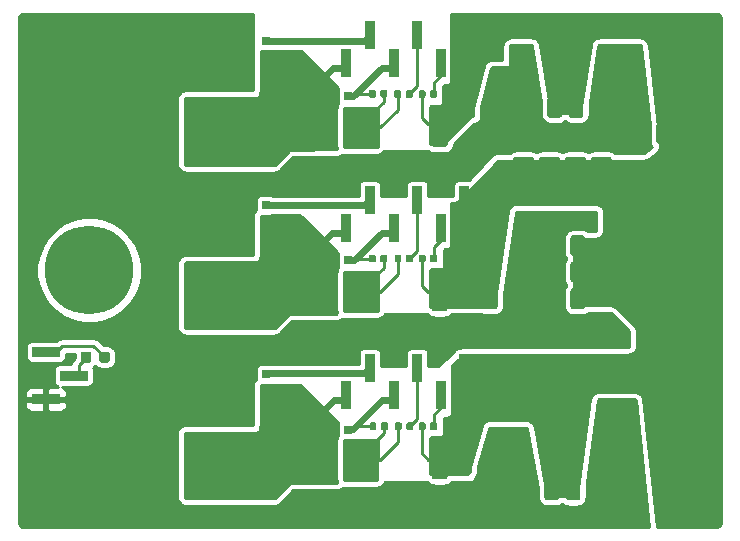
<source format=gtl>
G04 #@! TF.GenerationSoftware,KiCad,Pcbnew,5.1.0*
G04 #@! TF.CreationDate,2019-05-14T15:50:41+02:00*
G04 #@! TF.ProjectId,AluPCB,416c7550-4342-42e6-9b69-6361645f7063,rev?*
G04 #@! TF.SameCoordinates,Original*
G04 #@! TF.FileFunction,Copper,L1,Top*
G04 #@! TF.FilePolarity,Positive*
%FSLAX46Y46*%
G04 Gerber Fmt 4.6, Leading zero omitted, Abs format (unit mm)*
G04 Created by KiCad (PCBNEW 5.1.0) date 2019-05-14 15:50:41*
%MOMM*%
%LPD*%
G04 APERTURE LIST*
%ADD10R,0.850000X2.350000*%
%ADD11R,2.350000X0.850000*%
%ADD12C,0.100000*%
%ADD13C,0.875000*%
%ADD14C,0.590000*%
%ADD15C,1.250000*%
%ADD16C,7.500000*%
%ADD17C,1.350000*%
%ADD18R,0.700000X0.700000*%
%ADD19R,4.350000X4.510000*%
%ADD20C,0.250000*%
%ADD21C,0.600000*%
%ADD22C,0.254000*%
G04 APERTURE END LIST*
D10*
X58000000Y-25105000D03*
X54000000Y-25105000D03*
X50000000Y-25105000D03*
X56000000Y-27455000D03*
X52000000Y-27455000D03*
X48000000Y-27455000D03*
D11*
X24925000Y-53910000D03*
X22575000Y-55910000D03*
X22575000Y-51910000D03*
X75825000Y-53910000D03*
X78175000Y-51910000D03*
X78175000Y-55910000D03*
D10*
X58000000Y-39025000D03*
X54000000Y-39025000D03*
X50000000Y-39025000D03*
X56000000Y-41375000D03*
X52000000Y-41375000D03*
X48000000Y-41375000D03*
X58000000Y-53245000D03*
X54000000Y-53245000D03*
X50000000Y-53245000D03*
X56000000Y-55595000D03*
X52000000Y-55595000D03*
X48000000Y-55595000D03*
D12*
G36*
X27777691Y-51876053D02*
G01*
X27798926Y-51879203D01*
X27819750Y-51884419D01*
X27839962Y-51891651D01*
X27859368Y-51900830D01*
X27877781Y-51911866D01*
X27895024Y-51924654D01*
X27910930Y-51939070D01*
X27925346Y-51954976D01*
X27938134Y-51972219D01*
X27949170Y-51990632D01*
X27958349Y-52010038D01*
X27965581Y-52030250D01*
X27970797Y-52051074D01*
X27973947Y-52072309D01*
X27975000Y-52093750D01*
X27975000Y-52606250D01*
X27973947Y-52627691D01*
X27970797Y-52648926D01*
X27965581Y-52669750D01*
X27958349Y-52689962D01*
X27949170Y-52709368D01*
X27938134Y-52727781D01*
X27925346Y-52745024D01*
X27910930Y-52760930D01*
X27895024Y-52775346D01*
X27877781Y-52788134D01*
X27859368Y-52799170D01*
X27839962Y-52808349D01*
X27819750Y-52815581D01*
X27798926Y-52820797D01*
X27777691Y-52823947D01*
X27756250Y-52825000D01*
X27318750Y-52825000D01*
X27297309Y-52823947D01*
X27276074Y-52820797D01*
X27255250Y-52815581D01*
X27235038Y-52808349D01*
X27215632Y-52799170D01*
X27197219Y-52788134D01*
X27179976Y-52775346D01*
X27164070Y-52760930D01*
X27149654Y-52745024D01*
X27136866Y-52727781D01*
X27125830Y-52709368D01*
X27116651Y-52689962D01*
X27109419Y-52669750D01*
X27104203Y-52648926D01*
X27101053Y-52627691D01*
X27100000Y-52606250D01*
X27100000Y-52093750D01*
X27101053Y-52072309D01*
X27104203Y-52051074D01*
X27109419Y-52030250D01*
X27116651Y-52010038D01*
X27125830Y-51990632D01*
X27136866Y-51972219D01*
X27149654Y-51954976D01*
X27164070Y-51939070D01*
X27179976Y-51924654D01*
X27197219Y-51911866D01*
X27215632Y-51900830D01*
X27235038Y-51891651D01*
X27255250Y-51884419D01*
X27276074Y-51879203D01*
X27297309Y-51876053D01*
X27318750Y-51875000D01*
X27756250Y-51875000D01*
X27777691Y-51876053D01*
X27777691Y-51876053D01*
G37*
D13*
X27537500Y-52350000D03*
D12*
G36*
X26202691Y-51876053D02*
G01*
X26223926Y-51879203D01*
X26244750Y-51884419D01*
X26264962Y-51891651D01*
X26284368Y-51900830D01*
X26302781Y-51911866D01*
X26320024Y-51924654D01*
X26335930Y-51939070D01*
X26350346Y-51954976D01*
X26363134Y-51972219D01*
X26374170Y-51990632D01*
X26383349Y-52010038D01*
X26390581Y-52030250D01*
X26395797Y-52051074D01*
X26398947Y-52072309D01*
X26400000Y-52093750D01*
X26400000Y-52606250D01*
X26398947Y-52627691D01*
X26395797Y-52648926D01*
X26390581Y-52669750D01*
X26383349Y-52689962D01*
X26374170Y-52709368D01*
X26363134Y-52727781D01*
X26350346Y-52745024D01*
X26335930Y-52760930D01*
X26320024Y-52775346D01*
X26302781Y-52788134D01*
X26284368Y-52799170D01*
X26264962Y-52808349D01*
X26244750Y-52815581D01*
X26223926Y-52820797D01*
X26202691Y-52823947D01*
X26181250Y-52825000D01*
X25743750Y-52825000D01*
X25722309Y-52823947D01*
X25701074Y-52820797D01*
X25680250Y-52815581D01*
X25660038Y-52808349D01*
X25640632Y-52799170D01*
X25622219Y-52788134D01*
X25604976Y-52775346D01*
X25589070Y-52760930D01*
X25574654Y-52745024D01*
X25561866Y-52727781D01*
X25550830Y-52709368D01*
X25541651Y-52689962D01*
X25534419Y-52669750D01*
X25529203Y-52648926D01*
X25526053Y-52627691D01*
X25525000Y-52606250D01*
X25525000Y-52093750D01*
X25526053Y-52072309D01*
X25529203Y-52051074D01*
X25534419Y-52030250D01*
X25541651Y-52010038D01*
X25550830Y-51990632D01*
X25561866Y-51972219D01*
X25574654Y-51954976D01*
X25589070Y-51939070D01*
X25604976Y-51924654D01*
X25622219Y-51911866D01*
X25640632Y-51900830D01*
X25660038Y-51891651D01*
X25680250Y-51884419D01*
X25701074Y-51879203D01*
X25722309Y-51876053D01*
X25743750Y-51875000D01*
X26181250Y-51875000D01*
X26202691Y-51876053D01*
X26202691Y-51876053D01*
G37*
D13*
X25962500Y-52350000D03*
D12*
G36*
X50376958Y-29730710D02*
G01*
X50391276Y-29732834D01*
X50405317Y-29736351D01*
X50418946Y-29741228D01*
X50432031Y-29747417D01*
X50444447Y-29754858D01*
X50456073Y-29763481D01*
X50466798Y-29773202D01*
X50476519Y-29783927D01*
X50485142Y-29795553D01*
X50492583Y-29807969D01*
X50498772Y-29821054D01*
X50503649Y-29834683D01*
X50507166Y-29848724D01*
X50509290Y-29863042D01*
X50510000Y-29877500D01*
X50510000Y-30222500D01*
X50509290Y-30236958D01*
X50507166Y-30251276D01*
X50503649Y-30265317D01*
X50498772Y-30278946D01*
X50492583Y-30292031D01*
X50485142Y-30304447D01*
X50476519Y-30316073D01*
X50466798Y-30326798D01*
X50456073Y-30336519D01*
X50444447Y-30345142D01*
X50432031Y-30352583D01*
X50418946Y-30358772D01*
X50405317Y-30363649D01*
X50391276Y-30367166D01*
X50376958Y-30369290D01*
X50362500Y-30370000D01*
X50067500Y-30370000D01*
X50053042Y-30369290D01*
X50038724Y-30367166D01*
X50024683Y-30363649D01*
X50011054Y-30358772D01*
X49997969Y-30352583D01*
X49985553Y-30345142D01*
X49973927Y-30336519D01*
X49963202Y-30326798D01*
X49953481Y-30316073D01*
X49944858Y-30304447D01*
X49937417Y-30292031D01*
X49931228Y-30278946D01*
X49926351Y-30265317D01*
X49922834Y-30251276D01*
X49920710Y-30236958D01*
X49920000Y-30222500D01*
X49920000Y-29877500D01*
X49920710Y-29863042D01*
X49922834Y-29848724D01*
X49926351Y-29834683D01*
X49931228Y-29821054D01*
X49937417Y-29807969D01*
X49944858Y-29795553D01*
X49953481Y-29783927D01*
X49963202Y-29773202D01*
X49973927Y-29763481D01*
X49985553Y-29754858D01*
X49997969Y-29747417D01*
X50011054Y-29741228D01*
X50024683Y-29736351D01*
X50038724Y-29732834D01*
X50053042Y-29730710D01*
X50067500Y-29730000D01*
X50362500Y-29730000D01*
X50376958Y-29730710D01*
X50376958Y-29730710D01*
G37*
D14*
X50215000Y-30050000D03*
D12*
G36*
X51346958Y-29730710D02*
G01*
X51361276Y-29732834D01*
X51375317Y-29736351D01*
X51388946Y-29741228D01*
X51402031Y-29747417D01*
X51414447Y-29754858D01*
X51426073Y-29763481D01*
X51436798Y-29773202D01*
X51446519Y-29783927D01*
X51455142Y-29795553D01*
X51462583Y-29807969D01*
X51468772Y-29821054D01*
X51473649Y-29834683D01*
X51477166Y-29848724D01*
X51479290Y-29863042D01*
X51480000Y-29877500D01*
X51480000Y-30222500D01*
X51479290Y-30236958D01*
X51477166Y-30251276D01*
X51473649Y-30265317D01*
X51468772Y-30278946D01*
X51462583Y-30292031D01*
X51455142Y-30304447D01*
X51446519Y-30316073D01*
X51436798Y-30326798D01*
X51426073Y-30336519D01*
X51414447Y-30345142D01*
X51402031Y-30352583D01*
X51388946Y-30358772D01*
X51375317Y-30363649D01*
X51361276Y-30367166D01*
X51346958Y-30369290D01*
X51332500Y-30370000D01*
X51037500Y-30370000D01*
X51023042Y-30369290D01*
X51008724Y-30367166D01*
X50994683Y-30363649D01*
X50981054Y-30358772D01*
X50967969Y-30352583D01*
X50955553Y-30345142D01*
X50943927Y-30336519D01*
X50933202Y-30326798D01*
X50923481Y-30316073D01*
X50914858Y-30304447D01*
X50907417Y-30292031D01*
X50901228Y-30278946D01*
X50896351Y-30265317D01*
X50892834Y-30251276D01*
X50890710Y-30236958D01*
X50890000Y-30222500D01*
X50890000Y-29877500D01*
X50890710Y-29863042D01*
X50892834Y-29848724D01*
X50896351Y-29834683D01*
X50901228Y-29821054D01*
X50907417Y-29807969D01*
X50914858Y-29795553D01*
X50923481Y-29783927D01*
X50933202Y-29773202D01*
X50943927Y-29763481D01*
X50955553Y-29754858D01*
X50967969Y-29747417D01*
X50981054Y-29741228D01*
X50994683Y-29736351D01*
X51008724Y-29732834D01*
X51023042Y-29730710D01*
X51037500Y-29730000D01*
X51332500Y-29730000D01*
X51346958Y-29730710D01*
X51346958Y-29730710D01*
G37*
D14*
X51185000Y-30050000D03*
D12*
G36*
X50361958Y-43680710D02*
G01*
X50376276Y-43682834D01*
X50390317Y-43686351D01*
X50403946Y-43691228D01*
X50417031Y-43697417D01*
X50429447Y-43704858D01*
X50441073Y-43713481D01*
X50451798Y-43723202D01*
X50461519Y-43733927D01*
X50470142Y-43745553D01*
X50477583Y-43757969D01*
X50483772Y-43771054D01*
X50488649Y-43784683D01*
X50492166Y-43798724D01*
X50494290Y-43813042D01*
X50495000Y-43827500D01*
X50495000Y-44172500D01*
X50494290Y-44186958D01*
X50492166Y-44201276D01*
X50488649Y-44215317D01*
X50483772Y-44228946D01*
X50477583Y-44242031D01*
X50470142Y-44254447D01*
X50461519Y-44266073D01*
X50451798Y-44276798D01*
X50441073Y-44286519D01*
X50429447Y-44295142D01*
X50417031Y-44302583D01*
X50403946Y-44308772D01*
X50390317Y-44313649D01*
X50376276Y-44317166D01*
X50361958Y-44319290D01*
X50347500Y-44320000D01*
X50052500Y-44320000D01*
X50038042Y-44319290D01*
X50023724Y-44317166D01*
X50009683Y-44313649D01*
X49996054Y-44308772D01*
X49982969Y-44302583D01*
X49970553Y-44295142D01*
X49958927Y-44286519D01*
X49948202Y-44276798D01*
X49938481Y-44266073D01*
X49929858Y-44254447D01*
X49922417Y-44242031D01*
X49916228Y-44228946D01*
X49911351Y-44215317D01*
X49907834Y-44201276D01*
X49905710Y-44186958D01*
X49905000Y-44172500D01*
X49905000Y-43827500D01*
X49905710Y-43813042D01*
X49907834Y-43798724D01*
X49911351Y-43784683D01*
X49916228Y-43771054D01*
X49922417Y-43757969D01*
X49929858Y-43745553D01*
X49938481Y-43733927D01*
X49948202Y-43723202D01*
X49958927Y-43713481D01*
X49970553Y-43704858D01*
X49982969Y-43697417D01*
X49996054Y-43691228D01*
X50009683Y-43686351D01*
X50023724Y-43682834D01*
X50038042Y-43680710D01*
X50052500Y-43680000D01*
X50347500Y-43680000D01*
X50361958Y-43680710D01*
X50361958Y-43680710D01*
G37*
D14*
X50200000Y-44000000D03*
D12*
G36*
X51331958Y-43680710D02*
G01*
X51346276Y-43682834D01*
X51360317Y-43686351D01*
X51373946Y-43691228D01*
X51387031Y-43697417D01*
X51399447Y-43704858D01*
X51411073Y-43713481D01*
X51421798Y-43723202D01*
X51431519Y-43733927D01*
X51440142Y-43745553D01*
X51447583Y-43757969D01*
X51453772Y-43771054D01*
X51458649Y-43784683D01*
X51462166Y-43798724D01*
X51464290Y-43813042D01*
X51465000Y-43827500D01*
X51465000Y-44172500D01*
X51464290Y-44186958D01*
X51462166Y-44201276D01*
X51458649Y-44215317D01*
X51453772Y-44228946D01*
X51447583Y-44242031D01*
X51440142Y-44254447D01*
X51431519Y-44266073D01*
X51421798Y-44276798D01*
X51411073Y-44286519D01*
X51399447Y-44295142D01*
X51387031Y-44302583D01*
X51373946Y-44308772D01*
X51360317Y-44313649D01*
X51346276Y-44317166D01*
X51331958Y-44319290D01*
X51317500Y-44320000D01*
X51022500Y-44320000D01*
X51008042Y-44319290D01*
X50993724Y-44317166D01*
X50979683Y-44313649D01*
X50966054Y-44308772D01*
X50952969Y-44302583D01*
X50940553Y-44295142D01*
X50928927Y-44286519D01*
X50918202Y-44276798D01*
X50908481Y-44266073D01*
X50899858Y-44254447D01*
X50892417Y-44242031D01*
X50886228Y-44228946D01*
X50881351Y-44215317D01*
X50877834Y-44201276D01*
X50875710Y-44186958D01*
X50875000Y-44172500D01*
X50875000Y-43827500D01*
X50875710Y-43813042D01*
X50877834Y-43798724D01*
X50881351Y-43784683D01*
X50886228Y-43771054D01*
X50892417Y-43757969D01*
X50899858Y-43745553D01*
X50908481Y-43733927D01*
X50918202Y-43723202D01*
X50928927Y-43713481D01*
X50940553Y-43704858D01*
X50952969Y-43697417D01*
X50966054Y-43691228D01*
X50979683Y-43686351D01*
X50993724Y-43682834D01*
X51008042Y-43680710D01*
X51022500Y-43680000D01*
X51317500Y-43680000D01*
X51331958Y-43680710D01*
X51331958Y-43680710D01*
G37*
D14*
X51170000Y-44000000D03*
D12*
G36*
X50426958Y-57880710D02*
G01*
X50441276Y-57882834D01*
X50455317Y-57886351D01*
X50468946Y-57891228D01*
X50482031Y-57897417D01*
X50494447Y-57904858D01*
X50506073Y-57913481D01*
X50516798Y-57923202D01*
X50526519Y-57933927D01*
X50535142Y-57945553D01*
X50542583Y-57957969D01*
X50548772Y-57971054D01*
X50553649Y-57984683D01*
X50557166Y-57998724D01*
X50559290Y-58013042D01*
X50560000Y-58027500D01*
X50560000Y-58372500D01*
X50559290Y-58386958D01*
X50557166Y-58401276D01*
X50553649Y-58415317D01*
X50548772Y-58428946D01*
X50542583Y-58442031D01*
X50535142Y-58454447D01*
X50526519Y-58466073D01*
X50516798Y-58476798D01*
X50506073Y-58486519D01*
X50494447Y-58495142D01*
X50482031Y-58502583D01*
X50468946Y-58508772D01*
X50455317Y-58513649D01*
X50441276Y-58517166D01*
X50426958Y-58519290D01*
X50412500Y-58520000D01*
X50117500Y-58520000D01*
X50103042Y-58519290D01*
X50088724Y-58517166D01*
X50074683Y-58513649D01*
X50061054Y-58508772D01*
X50047969Y-58502583D01*
X50035553Y-58495142D01*
X50023927Y-58486519D01*
X50013202Y-58476798D01*
X50003481Y-58466073D01*
X49994858Y-58454447D01*
X49987417Y-58442031D01*
X49981228Y-58428946D01*
X49976351Y-58415317D01*
X49972834Y-58401276D01*
X49970710Y-58386958D01*
X49970000Y-58372500D01*
X49970000Y-58027500D01*
X49970710Y-58013042D01*
X49972834Y-57998724D01*
X49976351Y-57984683D01*
X49981228Y-57971054D01*
X49987417Y-57957969D01*
X49994858Y-57945553D01*
X50003481Y-57933927D01*
X50013202Y-57923202D01*
X50023927Y-57913481D01*
X50035553Y-57904858D01*
X50047969Y-57897417D01*
X50061054Y-57891228D01*
X50074683Y-57886351D01*
X50088724Y-57882834D01*
X50103042Y-57880710D01*
X50117500Y-57880000D01*
X50412500Y-57880000D01*
X50426958Y-57880710D01*
X50426958Y-57880710D01*
G37*
D14*
X50265000Y-58200000D03*
D12*
G36*
X51396958Y-57880710D02*
G01*
X51411276Y-57882834D01*
X51425317Y-57886351D01*
X51438946Y-57891228D01*
X51452031Y-57897417D01*
X51464447Y-57904858D01*
X51476073Y-57913481D01*
X51486798Y-57923202D01*
X51496519Y-57933927D01*
X51505142Y-57945553D01*
X51512583Y-57957969D01*
X51518772Y-57971054D01*
X51523649Y-57984683D01*
X51527166Y-57998724D01*
X51529290Y-58013042D01*
X51530000Y-58027500D01*
X51530000Y-58372500D01*
X51529290Y-58386958D01*
X51527166Y-58401276D01*
X51523649Y-58415317D01*
X51518772Y-58428946D01*
X51512583Y-58442031D01*
X51505142Y-58454447D01*
X51496519Y-58466073D01*
X51486798Y-58476798D01*
X51476073Y-58486519D01*
X51464447Y-58495142D01*
X51452031Y-58502583D01*
X51438946Y-58508772D01*
X51425317Y-58513649D01*
X51411276Y-58517166D01*
X51396958Y-58519290D01*
X51382500Y-58520000D01*
X51087500Y-58520000D01*
X51073042Y-58519290D01*
X51058724Y-58517166D01*
X51044683Y-58513649D01*
X51031054Y-58508772D01*
X51017969Y-58502583D01*
X51005553Y-58495142D01*
X50993927Y-58486519D01*
X50983202Y-58476798D01*
X50973481Y-58466073D01*
X50964858Y-58454447D01*
X50957417Y-58442031D01*
X50951228Y-58428946D01*
X50946351Y-58415317D01*
X50942834Y-58401276D01*
X50940710Y-58386958D01*
X50940000Y-58372500D01*
X50940000Y-58027500D01*
X50940710Y-58013042D01*
X50942834Y-57998724D01*
X50946351Y-57984683D01*
X50951228Y-57971054D01*
X50957417Y-57957969D01*
X50964858Y-57945553D01*
X50973481Y-57933927D01*
X50983202Y-57923202D01*
X50993927Y-57913481D01*
X51005553Y-57904858D01*
X51017969Y-57897417D01*
X51031054Y-57891228D01*
X51044683Y-57886351D01*
X51058724Y-57882834D01*
X51073042Y-57880710D01*
X51087500Y-57880000D01*
X51382500Y-57880000D01*
X51396958Y-57880710D01*
X51396958Y-57880710D01*
G37*
D14*
X51235000Y-58200000D03*
D12*
G36*
X54576958Y-29760710D02*
G01*
X54591276Y-29762834D01*
X54605317Y-29766351D01*
X54618946Y-29771228D01*
X54632031Y-29777417D01*
X54644447Y-29784858D01*
X54656073Y-29793481D01*
X54666798Y-29803202D01*
X54676519Y-29813927D01*
X54685142Y-29825553D01*
X54692583Y-29837969D01*
X54698772Y-29851054D01*
X54703649Y-29864683D01*
X54707166Y-29878724D01*
X54709290Y-29893042D01*
X54710000Y-29907500D01*
X54710000Y-30252500D01*
X54709290Y-30266958D01*
X54707166Y-30281276D01*
X54703649Y-30295317D01*
X54698772Y-30308946D01*
X54692583Y-30322031D01*
X54685142Y-30334447D01*
X54676519Y-30346073D01*
X54666798Y-30356798D01*
X54656073Y-30366519D01*
X54644447Y-30375142D01*
X54632031Y-30382583D01*
X54618946Y-30388772D01*
X54605317Y-30393649D01*
X54591276Y-30397166D01*
X54576958Y-30399290D01*
X54562500Y-30400000D01*
X54267500Y-30400000D01*
X54253042Y-30399290D01*
X54238724Y-30397166D01*
X54224683Y-30393649D01*
X54211054Y-30388772D01*
X54197969Y-30382583D01*
X54185553Y-30375142D01*
X54173927Y-30366519D01*
X54163202Y-30356798D01*
X54153481Y-30346073D01*
X54144858Y-30334447D01*
X54137417Y-30322031D01*
X54131228Y-30308946D01*
X54126351Y-30295317D01*
X54122834Y-30281276D01*
X54120710Y-30266958D01*
X54120000Y-30252500D01*
X54120000Y-29907500D01*
X54120710Y-29893042D01*
X54122834Y-29878724D01*
X54126351Y-29864683D01*
X54131228Y-29851054D01*
X54137417Y-29837969D01*
X54144858Y-29825553D01*
X54153481Y-29813927D01*
X54163202Y-29803202D01*
X54173927Y-29793481D01*
X54185553Y-29784858D01*
X54197969Y-29777417D01*
X54211054Y-29771228D01*
X54224683Y-29766351D01*
X54238724Y-29762834D01*
X54253042Y-29760710D01*
X54267500Y-29760000D01*
X54562500Y-29760000D01*
X54576958Y-29760710D01*
X54576958Y-29760710D01*
G37*
D14*
X54415000Y-30080000D03*
D12*
G36*
X55546958Y-29760710D02*
G01*
X55561276Y-29762834D01*
X55575317Y-29766351D01*
X55588946Y-29771228D01*
X55602031Y-29777417D01*
X55614447Y-29784858D01*
X55626073Y-29793481D01*
X55636798Y-29803202D01*
X55646519Y-29813927D01*
X55655142Y-29825553D01*
X55662583Y-29837969D01*
X55668772Y-29851054D01*
X55673649Y-29864683D01*
X55677166Y-29878724D01*
X55679290Y-29893042D01*
X55680000Y-29907500D01*
X55680000Y-30252500D01*
X55679290Y-30266958D01*
X55677166Y-30281276D01*
X55673649Y-30295317D01*
X55668772Y-30308946D01*
X55662583Y-30322031D01*
X55655142Y-30334447D01*
X55646519Y-30346073D01*
X55636798Y-30356798D01*
X55626073Y-30366519D01*
X55614447Y-30375142D01*
X55602031Y-30382583D01*
X55588946Y-30388772D01*
X55575317Y-30393649D01*
X55561276Y-30397166D01*
X55546958Y-30399290D01*
X55532500Y-30400000D01*
X55237500Y-30400000D01*
X55223042Y-30399290D01*
X55208724Y-30397166D01*
X55194683Y-30393649D01*
X55181054Y-30388772D01*
X55167969Y-30382583D01*
X55155553Y-30375142D01*
X55143927Y-30366519D01*
X55133202Y-30356798D01*
X55123481Y-30346073D01*
X55114858Y-30334447D01*
X55107417Y-30322031D01*
X55101228Y-30308946D01*
X55096351Y-30295317D01*
X55092834Y-30281276D01*
X55090710Y-30266958D01*
X55090000Y-30252500D01*
X55090000Y-29907500D01*
X55090710Y-29893042D01*
X55092834Y-29878724D01*
X55096351Y-29864683D01*
X55101228Y-29851054D01*
X55107417Y-29837969D01*
X55114858Y-29825553D01*
X55123481Y-29813927D01*
X55133202Y-29803202D01*
X55143927Y-29793481D01*
X55155553Y-29784858D01*
X55167969Y-29777417D01*
X55181054Y-29771228D01*
X55194683Y-29766351D01*
X55208724Y-29762834D01*
X55223042Y-29760710D01*
X55237500Y-29760000D01*
X55532500Y-29760000D01*
X55546958Y-29760710D01*
X55546958Y-29760710D01*
G37*
D14*
X55385000Y-30080000D03*
D12*
G36*
X52526958Y-29760710D02*
G01*
X52541276Y-29762834D01*
X52555317Y-29766351D01*
X52568946Y-29771228D01*
X52582031Y-29777417D01*
X52594447Y-29784858D01*
X52606073Y-29793481D01*
X52616798Y-29803202D01*
X52626519Y-29813927D01*
X52635142Y-29825553D01*
X52642583Y-29837969D01*
X52648772Y-29851054D01*
X52653649Y-29864683D01*
X52657166Y-29878724D01*
X52659290Y-29893042D01*
X52660000Y-29907500D01*
X52660000Y-30252500D01*
X52659290Y-30266958D01*
X52657166Y-30281276D01*
X52653649Y-30295317D01*
X52648772Y-30308946D01*
X52642583Y-30322031D01*
X52635142Y-30334447D01*
X52626519Y-30346073D01*
X52616798Y-30356798D01*
X52606073Y-30366519D01*
X52594447Y-30375142D01*
X52582031Y-30382583D01*
X52568946Y-30388772D01*
X52555317Y-30393649D01*
X52541276Y-30397166D01*
X52526958Y-30399290D01*
X52512500Y-30400000D01*
X52217500Y-30400000D01*
X52203042Y-30399290D01*
X52188724Y-30397166D01*
X52174683Y-30393649D01*
X52161054Y-30388772D01*
X52147969Y-30382583D01*
X52135553Y-30375142D01*
X52123927Y-30366519D01*
X52113202Y-30356798D01*
X52103481Y-30346073D01*
X52094858Y-30334447D01*
X52087417Y-30322031D01*
X52081228Y-30308946D01*
X52076351Y-30295317D01*
X52072834Y-30281276D01*
X52070710Y-30266958D01*
X52070000Y-30252500D01*
X52070000Y-29907500D01*
X52070710Y-29893042D01*
X52072834Y-29878724D01*
X52076351Y-29864683D01*
X52081228Y-29851054D01*
X52087417Y-29837969D01*
X52094858Y-29825553D01*
X52103481Y-29813927D01*
X52113202Y-29803202D01*
X52123927Y-29793481D01*
X52135553Y-29784858D01*
X52147969Y-29777417D01*
X52161054Y-29771228D01*
X52174683Y-29766351D01*
X52188724Y-29762834D01*
X52203042Y-29760710D01*
X52217500Y-29760000D01*
X52512500Y-29760000D01*
X52526958Y-29760710D01*
X52526958Y-29760710D01*
G37*
D14*
X52365000Y-30080000D03*
D12*
G36*
X53496958Y-29760710D02*
G01*
X53511276Y-29762834D01*
X53525317Y-29766351D01*
X53538946Y-29771228D01*
X53552031Y-29777417D01*
X53564447Y-29784858D01*
X53576073Y-29793481D01*
X53586798Y-29803202D01*
X53596519Y-29813927D01*
X53605142Y-29825553D01*
X53612583Y-29837969D01*
X53618772Y-29851054D01*
X53623649Y-29864683D01*
X53627166Y-29878724D01*
X53629290Y-29893042D01*
X53630000Y-29907500D01*
X53630000Y-30252500D01*
X53629290Y-30266958D01*
X53627166Y-30281276D01*
X53623649Y-30295317D01*
X53618772Y-30308946D01*
X53612583Y-30322031D01*
X53605142Y-30334447D01*
X53596519Y-30346073D01*
X53586798Y-30356798D01*
X53576073Y-30366519D01*
X53564447Y-30375142D01*
X53552031Y-30382583D01*
X53538946Y-30388772D01*
X53525317Y-30393649D01*
X53511276Y-30397166D01*
X53496958Y-30399290D01*
X53482500Y-30400000D01*
X53187500Y-30400000D01*
X53173042Y-30399290D01*
X53158724Y-30397166D01*
X53144683Y-30393649D01*
X53131054Y-30388772D01*
X53117969Y-30382583D01*
X53105553Y-30375142D01*
X53093927Y-30366519D01*
X53083202Y-30356798D01*
X53073481Y-30346073D01*
X53064858Y-30334447D01*
X53057417Y-30322031D01*
X53051228Y-30308946D01*
X53046351Y-30295317D01*
X53042834Y-30281276D01*
X53040710Y-30266958D01*
X53040000Y-30252500D01*
X53040000Y-29907500D01*
X53040710Y-29893042D01*
X53042834Y-29878724D01*
X53046351Y-29864683D01*
X53051228Y-29851054D01*
X53057417Y-29837969D01*
X53064858Y-29825553D01*
X53073481Y-29813927D01*
X53083202Y-29803202D01*
X53093927Y-29793481D01*
X53105553Y-29784858D01*
X53117969Y-29777417D01*
X53131054Y-29771228D01*
X53144683Y-29766351D01*
X53158724Y-29762834D01*
X53173042Y-29760710D01*
X53187500Y-29760000D01*
X53482500Y-29760000D01*
X53496958Y-29760710D01*
X53496958Y-29760710D01*
G37*
D14*
X53335000Y-30080000D03*
D12*
G36*
X54576958Y-43680710D02*
G01*
X54591276Y-43682834D01*
X54605317Y-43686351D01*
X54618946Y-43691228D01*
X54632031Y-43697417D01*
X54644447Y-43704858D01*
X54656073Y-43713481D01*
X54666798Y-43723202D01*
X54676519Y-43733927D01*
X54685142Y-43745553D01*
X54692583Y-43757969D01*
X54698772Y-43771054D01*
X54703649Y-43784683D01*
X54707166Y-43798724D01*
X54709290Y-43813042D01*
X54710000Y-43827500D01*
X54710000Y-44172500D01*
X54709290Y-44186958D01*
X54707166Y-44201276D01*
X54703649Y-44215317D01*
X54698772Y-44228946D01*
X54692583Y-44242031D01*
X54685142Y-44254447D01*
X54676519Y-44266073D01*
X54666798Y-44276798D01*
X54656073Y-44286519D01*
X54644447Y-44295142D01*
X54632031Y-44302583D01*
X54618946Y-44308772D01*
X54605317Y-44313649D01*
X54591276Y-44317166D01*
X54576958Y-44319290D01*
X54562500Y-44320000D01*
X54267500Y-44320000D01*
X54253042Y-44319290D01*
X54238724Y-44317166D01*
X54224683Y-44313649D01*
X54211054Y-44308772D01*
X54197969Y-44302583D01*
X54185553Y-44295142D01*
X54173927Y-44286519D01*
X54163202Y-44276798D01*
X54153481Y-44266073D01*
X54144858Y-44254447D01*
X54137417Y-44242031D01*
X54131228Y-44228946D01*
X54126351Y-44215317D01*
X54122834Y-44201276D01*
X54120710Y-44186958D01*
X54120000Y-44172500D01*
X54120000Y-43827500D01*
X54120710Y-43813042D01*
X54122834Y-43798724D01*
X54126351Y-43784683D01*
X54131228Y-43771054D01*
X54137417Y-43757969D01*
X54144858Y-43745553D01*
X54153481Y-43733927D01*
X54163202Y-43723202D01*
X54173927Y-43713481D01*
X54185553Y-43704858D01*
X54197969Y-43697417D01*
X54211054Y-43691228D01*
X54224683Y-43686351D01*
X54238724Y-43682834D01*
X54253042Y-43680710D01*
X54267500Y-43680000D01*
X54562500Y-43680000D01*
X54576958Y-43680710D01*
X54576958Y-43680710D01*
G37*
D14*
X54415000Y-44000000D03*
D12*
G36*
X55546958Y-43680710D02*
G01*
X55561276Y-43682834D01*
X55575317Y-43686351D01*
X55588946Y-43691228D01*
X55602031Y-43697417D01*
X55614447Y-43704858D01*
X55626073Y-43713481D01*
X55636798Y-43723202D01*
X55646519Y-43733927D01*
X55655142Y-43745553D01*
X55662583Y-43757969D01*
X55668772Y-43771054D01*
X55673649Y-43784683D01*
X55677166Y-43798724D01*
X55679290Y-43813042D01*
X55680000Y-43827500D01*
X55680000Y-44172500D01*
X55679290Y-44186958D01*
X55677166Y-44201276D01*
X55673649Y-44215317D01*
X55668772Y-44228946D01*
X55662583Y-44242031D01*
X55655142Y-44254447D01*
X55646519Y-44266073D01*
X55636798Y-44276798D01*
X55626073Y-44286519D01*
X55614447Y-44295142D01*
X55602031Y-44302583D01*
X55588946Y-44308772D01*
X55575317Y-44313649D01*
X55561276Y-44317166D01*
X55546958Y-44319290D01*
X55532500Y-44320000D01*
X55237500Y-44320000D01*
X55223042Y-44319290D01*
X55208724Y-44317166D01*
X55194683Y-44313649D01*
X55181054Y-44308772D01*
X55167969Y-44302583D01*
X55155553Y-44295142D01*
X55143927Y-44286519D01*
X55133202Y-44276798D01*
X55123481Y-44266073D01*
X55114858Y-44254447D01*
X55107417Y-44242031D01*
X55101228Y-44228946D01*
X55096351Y-44215317D01*
X55092834Y-44201276D01*
X55090710Y-44186958D01*
X55090000Y-44172500D01*
X55090000Y-43827500D01*
X55090710Y-43813042D01*
X55092834Y-43798724D01*
X55096351Y-43784683D01*
X55101228Y-43771054D01*
X55107417Y-43757969D01*
X55114858Y-43745553D01*
X55123481Y-43733927D01*
X55133202Y-43723202D01*
X55143927Y-43713481D01*
X55155553Y-43704858D01*
X55167969Y-43697417D01*
X55181054Y-43691228D01*
X55194683Y-43686351D01*
X55208724Y-43682834D01*
X55223042Y-43680710D01*
X55237500Y-43680000D01*
X55532500Y-43680000D01*
X55546958Y-43680710D01*
X55546958Y-43680710D01*
G37*
D14*
X55385000Y-44000000D03*
D12*
G36*
X52541958Y-43680710D02*
G01*
X52556276Y-43682834D01*
X52570317Y-43686351D01*
X52583946Y-43691228D01*
X52597031Y-43697417D01*
X52609447Y-43704858D01*
X52621073Y-43713481D01*
X52631798Y-43723202D01*
X52641519Y-43733927D01*
X52650142Y-43745553D01*
X52657583Y-43757969D01*
X52663772Y-43771054D01*
X52668649Y-43784683D01*
X52672166Y-43798724D01*
X52674290Y-43813042D01*
X52675000Y-43827500D01*
X52675000Y-44172500D01*
X52674290Y-44186958D01*
X52672166Y-44201276D01*
X52668649Y-44215317D01*
X52663772Y-44228946D01*
X52657583Y-44242031D01*
X52650142Y-44254447D01*
X52641519Y-44266073D01*
X52631798Y-44276798D01*
X52621073Y-44286519D01*
X52609447Y-44295142D01*
X52597031Y-44302583D01*
X52583946Y-44308772D01*
X52570317Y-44313649D01*
X52556276Y-44317166D01*
X52541958Y-44319290D01*
X52527500Y-44320000D01*
X52232500Y-44320000D01*
X52218042Y-44319290D01*
X52203724Y-44317166D01*
X52189683Y-44313649D01*
X52176054Y-44308772D01*
X52162969Y-44302583D01*
X52150553Y-44295142D01*
X52138927Y-44286519D01*
X52128202Y-44276798D01*
X52118481Y-44266073D01*
X52109858Y-44254447D01*
X52102417Y-44242031D01*
X52096228Y-44228946D01*
X52091351Y-44215317D01*
X52087834Y-44201276D01*
X52085710Y-44186958D01*
X52085000Y-44172500D01*
X52085000Y-43827500D01*
X52085710Y-43813042D01*
X52087834Y-43798724D01*
X52091351Y-43784683D01*
X52096228Y-43771054D01*
X52102417Y-43757969D01*
X52109858Y-43745553D01*
X52118481Y-43733927D01*
X52128202Y-43723202D01*
X52138927Y-43713481D01*
X52150553Y-43704858D01*
X52162969Y-43697417D01*
X52176054Y-43691228D01*
X52189683Y-43686351D01*
X52203724Y-43682834D01*
X52218042Y-43680710D01*
X52232500Y-43680000D01*
X52527500Y-43680000D01*
X52541958Y-43680710D01*
X52541958Y-43680710D01*
G37*
D14*
X52380000Y-44000000D03*
D12*
G36*
X53511958Y-43680710D02*
G01*
X53526276Y-43682834D01*
X53540317Y-43686351D01*
X53553946Y-43691228D01*
X53567031Y-43697417D01*
X53579447Y-43704858D01*
X53591073Y-43713481D01*
X53601798Y-43723202D01*
X53611519Y-43733927D01*
X53620142Y-43745553D01*
X53627583Y-43757969D01*
X53633772Y-43771054D01*
X53638649Y-43784683D01*
X53642166Y-43798724D01*
X53644290Y-43813042D01*
X53645000Y-43827500D01*
X53645000Y-44172500D01*
X53644290Y-44186958D01*
X53642166Y-44201276D01*
X53638649Y-44215317D01*
X53633772Y-44228946D01*
X53627583Y-44242031D01*
X53620142Y-44254447D01*
X53611519Y-44266073D01*
X53601798Y-44276798D01*
X53591073Y-44286519D01*
X53579447Y-44295142D01*
X53567031Y-44302583D01*
X53553946Y-44308772D01*
X53540317Y-44313649D01*
X53526276Y-44317166D01*
X53511958Y-44319290D01*
X53497500Y-44320000D01*
X53202500Y-44320000D01*
X53188042Y-44319290D01*
X53173724Y-44317166D01*
X53159683Y-44313649D01*
X53146054Y-44308772D01*
X53132969Y-44302583D01*
X53120553Y-44295142D01*
X53108927Y-44286519D01*
X53098202Y-44276798D01*
X53088481Y-44266073D01*
X53079858Y-44254447D01*
X53072417Y-44242031D01*
X53066228Y-44228946D01*
X53061351Y-44215317D01*
X53057834Y-44201276D01*
X53055710Y-44186958D01*
X53055000Y-44172500D01*
X53055000Y-43827500D01*
X53055710Y-43813042D01*
X53057834Y-43798724D01*
X53061351Y-43784683D01*
X53066228Y-43771054D01*
X53072417Y-43757969D01*
X53079858Y-43745553D01*
X53088481Y-43733927D01*
X53098202Y-43723202D01*
X53108927Y-43713481D01*
X53120553Y-43704858D01*
X53132969Y-43697417D01*
X53146054Y-43691228D01*
X53159683Y-43686351D01*
X53173724Y-43682834D01*
X53188042Y-43680710D01*
X53202500Y-43680000D01*
X53497500Y-43680000D01*
X53511958Y-43680710D01*
X53511958Y-43680710D01*
G37*
D14*
X53350000Y-44000000D03*
D12*
G36*
X54576958Y-57880710D02*
G01*
X54591276Y-57882834D01*
X54605317Y-57886351D01*
X54618946Y-57891228D01*
X54632031Y-57897417D01*
X54644447Y-57904858D01*
X54656073Y-57913481D01*
X54666798Y-57923202D01*
X54676519Y-57933927D01*
X54685142Y-57945553D01*
X54692583Y-57957969D01*
X54698772Y-57971054D01*
X54703649Y-57984683D01*
X54707166Y-57998724D01*
X54709290Y-58013042D01*
X54710000Y-58027500D01*
X54710000Y-58372500D01*
X54709290Y-58386958D01*
X54707166Y-58401276D01*
X54703649Y-58415317D01*
X54698772Y-58428946D01*
X54692583Y-58442031D01*
X54685142Y-58454447D01*
X54676519Y-58466073D01*
X54666798Y-58476798D01*
X54656073Y-58486519D01*
X54644447Y-58495142D01*
X54632031Y-58502583D01*
X54618946Y-58508772D01*
X54605317Y-58513649D01*
X54591276Y-58517166D01*
X54576958Y-58519290D01*
X54562500Y-58520000D01*
X54267500Y-58520000D01*
X54253042Y-58519290D01*
X54238724Y-58517166D01*
X54224683Y-58513649D01*
X54211054Y-58508772D01*
X54197969Y-58502583D01*
X54185553Y-58495142D01*
X54173927Y-58486519D01*
X54163202Y-58476798D01*
X54153481Y-58466073D01*
X54144858Y-58454447D01*
X54137417Y-58442031D01*
X54131228Y-58428946D01*
X54126351Y-58415317D01*
X54122834Y-58401276D01*
X54120710Y-58386958D01*
X54120000Y-58372500D01*
X54120000Y-58027500D01*
X54120710Y-58013042D01*
X54122834Y-57998724D01*
X54126351Y-57984683D01*
X54131228Y-57971054D01*
X54137417Y-57957969D01*
X54144858Y-57945553D01*
X54153481Y-57933927D01*
X54163202Y-57923202D01*
X54173927Y-57913481D01*
X54185553Y-57904858D01*
X54197969Y-57897417D01*
X54211054Y-57891228D01*
X54224683Y-57886351D01*
X54238724Y-57882834D01*
X54253042Y-57880710D01*
X54267500Y-57880000D01*
X54562500Y-57880000D01*
X54576958Y-57880710D01*
X54576958Y-57880710D01*
G37*
D14*
X54415000Y-58200000D03*
D12*
G36*
X55546958Y-57880710D02*
G01*
X55561276Y-57882834D01*
X55575317Y-57886351D01*
X55588946Y-57891228D01*
X55602031Y-57897417D01*
X55614447Y-57904858D01*
X55626073Y-57913481D01*
X55636798Y-57923202D01*
X55646519Y-57933927D01*
X55655142Y-57945553D01*
X55662583Y-57957969D01*
X55668772Y-57971054D01*
X55673649Y-57984683D01*
X55677166Y-57998724D01*
X55679290Y-58013042D01*
X55680000Y-58027500D01*
X55680000Y-58372500D01*
X55679290Y-58386958D01*
X55677166Y-58401276D01*
X55673649Y-58415317D01*
X55668772Y-58428946D01*
X55662583Y-58442031D01*
X55655142Y-58454447D01*
X55646519Y-58466073D01*
X55636798Y-58476798D01*
X55626073Y-58486519D01*
X55614447Y-58495142D01*
X55602031Y-58502583D01*
X55588946Y-58508772D01*
X55575317Y-58513649D01*
X55561276Y-58517166D01*
X55546958Y-58519290D01*
X55532500Y-58520000D01*
X55237500Y-58520000D01*
X55223042Y-58519290D01*
X55208724Y-58517166D01*
X55194683Y-58513649D01*
X55181054Y-58508772D01*
X55167969Y-58502583D01*
X55155553Y-58495142D01*
X55143927Y-58486519D01*
X55133202Y-58476798D01*
X55123481Y-58466073D01*
X55114858Y-58454447D01*
X55107417Y-58442031D01*
X55101228Y-58428946D01*
X55096351Y-58415317D01*
X55092834Y-58401276D01*
X55090710Y-58386958D01*
X55090000Y-58372500D01*
X55090000Y-58027500D01*
X55090710Y-58013042D01*
X55092834Y-57998724D01*
X55096351Y-57984683D01*
X55101228Y-57971054D01*
X55107417Y-57957969D01*
X55114858Y-57945553D01*
X55123481Y-57933927D01*
X55133202Y-57923202D01*
X55143927Y-57913481D01*
X55155553Y-57904858D01*
X55167969Y-57897417D01*
X55181054Y-57891228D01*
X55194683Y-57886351D01*
X55208724Y-57882834D01*
X55223042Y-57880710D01*
X55237500Y-57880000D01*
X55532500Y-57880000D01*
X55546958Y-57880710D01*
X55546958Y-57880710D01*
G37*
D14*
X55385000Y-58200000D03*
D12*
G36*
X52576958Y-57880710D02*
G01*
X52591276Y-57882834D01*
X52605317Y-57886351D01*
X52618946Y-57891228D01*
X52632031Y-57897417D01*
X52644447Y-57904858D01*
X52656073Y-57913481D01*
X52666798Y-57923202D01*
X52676519Y-57933927D01*
X52685142Y-57945553D01*
X52692583Y-57957969D01*
X52698772Y-57971054D01*
X52703649Y-57984683D01*
X52707166Y-57998724D01*
X52709290Y-58013042D01*
X52710000Y-58027500D01*
X52710000Y-58372500D01*
X52709290Y-58386958D01*
X52707166Y-58401276D01*
X52703649Y-58415317D01*
X52698772Y-58428946D01*
X52692583Y-58442031D01*
X52685142Y-58454447D01*
X52676519Y-58466073D01*
X52666798Y-58476798D01*
X52656073Y-58486519D01*
X52644447Y-58495142D01*
X52632031Y-58502583D01*
X52618946Y-58508772D01*
X52605317Y-58513649D01*
X52591276Y-58517166D01*
X52576958Y-58519290D01*
X52562500Y-58520000D01*
X52267500Y-58520000D01*
X52253042Y-58519290D01*
X52238724Y-58517166D01*
X52224683Y-58513649D01*
X52211054Y-58508772D01*
X52197969Y-58502583D01*
X52185553Y-58495142D01*
X52173927Y-58486519D01*
X52163202Y-58476798D01*
X52153481Y-58466073D01*
X52144858Y-58454447D01*
X52137417Y-58442031D01*
X52131228Y-58428946D01*
X52126351Y-58415317D01*
X52122834Y-58401276D01*
X52120710Y-58386958D01*
X52120000Y-58372500D01*
X52120000Y-58027500D01*
X52120710Y-58013042D01*
X52122834Y-57998724D01*
X52126351Y-57984683D01*
X52131228Y-57971054D01*
X52137417Y-57957969D01*
X52144858Y-57945553D01*
X52153481Y-57933927D01*
X52163202Y-57923202D01*
X52173927Y-57913481D01*
X52185553Y-57904858D01*
X52197969Y-57897417D01*
X52211054Y-57891228D01*
X52224683Y-57886351D01*
X52238724Y-57882834D01*
X52253042Y-57880710D01*
X52267500Y-57880000D01*
X52562500Y-57880000D01*
X52576958Y-57880710D01*
X52576958Y-57880710D01*
G37*
D14*
X52415000Y-58200000D03*
D12*
G36*
X53546958Y-57880710D02*
G01*
X53561276Y-57882834D01*
X53575317Y-57886351D01*
X53588946Y-57891228D01*
X53602031Y-57897417D01*
X53614447Y-57904858D01*
X53626073Y-57913481D01*
X53636798Y-57923202D01*
X53646519Y-57933927D01*
X53655142Y-57945553D01*
X53662583Y-57957969D01*
X53668772Y-57971054D01*
X53673649Y-57984683D01*
X53677166Y-57998724D01*
X53679290Y-58013042D01*
X53680000Y-58027500D01*
X53680000Y-58372500D01*
X53679290Y-58386958D01*
X53677166Y-58401276D01*
X53673649Y-58415317D01*
X53668772Y-58428946D01*
X53662583Y-58442031D01*
X53655142Y-58454447D01*
X53646519Y-58466073D01*
X53636798Y-58476798D01*
X53626073Y-58486519D01*
X53614447Y-58495142D01*
X53602031Y-58502583D01*
X53588946Y-58508772D01*
X53575317Y-58513649D01*
X53561276Y-58517166D01*
X53546958Y-58519290D01*
X53532500Y-58520000D01*
X53237500Y-58520000D01*
X53223042Y-58519290D01*
X53208724Y-58517166D01*
X53194683Y-58513649D01*
X53181054Y-58508772D01*
X53167969Y-58502583D01*
X53155553Y-58495142D01*
X53143927Y-58486519D01*
X53133202Y-58476798D01*
X53123481Y-58466073D01*
X53114858Y-58454447D01*
X53107417Y-58442031D01*
X53101228Y-58428946D01*
X53096351Y-58415317D01*
X53092834Y-58401276D01*
X53090710Y-58386958D01*
X53090000Y-58372500D01*
X53090000Y-58027500D01*
X53090710Y-58013042D01*
X53092834Y-57998724D01*
X53096351Y-57984683D01*
X53101228Y-57971054D01*
X53107417Y-57957969D01*
X53114858Y-57945553D01*
X53123481Y-57933927D01*
X53133202Y-57923202D01*
X53143927Y-57913481D01*
X53155553Y-57904858D01*
X53167969Y-57897417D01*
X53181054Y-57891228D01*
X53194683Y-57886351D01*
X53208724Y-57882834D01*
X53223042Y-57880710D01*
X53237500Y-57880000D01*
X53532500Y-57880000D01*
X53546958Y-57880710D01*
X53546958Y-57880710D01*
G37*
D14*
X53385000Y-58200000D03*
D12*
G36*
X58683819Y-28160519D02*
G01*
X58708088Y-28164119D01*
X58731886Y-28170080D01*
X58754986Y-28178345D01*
X58777164Y-28188835D01*
X58798208Y-28201448D01*
X58817913Y-28216062D01*
X58836092Y-28232538D01*
X58852568Y-28250717D01*
X58867182Y-28270422D01*
X58879795Y-28291466D01*
X58890285Y-28313644D01*
X58898550Y-28336744D01*
X58904511Y-28360542D01*
X58908111Y-28384811D01*
X58909315Y-28409315D01*
X58909315Y-29659315D01*
X58908111Y-29683819D01*
X58904511Y-29708088D01*
X58898550Y-29731886D01*
X58890285Y-29754986D01*
X58879795Y-29777164D01*
X58867182Y-29798208D01*
X58852568Y-29817913D01*
X58836092Y-29836092D01*
X58817913Y-29852568D01*
X58798208Y-29867182D01*
X58777164Y-29879795D01*
X58754986Y-29890285D01*
X58731886Y-29898550D01*
X58708088Y-29904511D01*
X58683819Y-29908111D01*
X58659315Y-29909315D01*
X57909315Y-29909315D01*
X57884811Y-29908111D01*
X57860542Y-29904511D01*
X57836744Y-29898550D01*
X57813644Y-29890285D01*
X57791466Y-29879795D01*
X57770422Y-29867182D01*
X57750717Y-29852568D01*
X57732538Y-29836092D01*
X57716062Y-29817913D01*
X57701448Y-29798208D01*
X57688835Y-29777164D01*
X57678345Y-29754986D01*
X57670080Y-29731886D01*
X57664119Y-29708088D01*
X57660519Y-29683819D01*
X57659315Y-29659315D01*
X57659315Y-28409315D01*
X57660519Y-28384811D01*
X57664119Y-28360542D01*
X57670080Y-28336744D01*
X57678345Y-28313644D01*
X57688835Y-28291466D01*
X57701448Y-28270422D01*
X57716062Y-28250717D01*
X57732538Y-28232538D01*
X57750717Y-28216062D01*
X57770422Y-28201448D01*
X57791466Y-28188835D01*
X57813644Y-28178345D01*
X57836744Y-28170080D01*
X57860542Y-28164119D01*
X57884811Y-28160519D01*
X57909315Y-28159315D01*
X58659315Y-28159315D01*
X58683819Y-28160519D01*
X58683819Y-28160519D01*
G37*
D15*
X58284315Y-29034315D03*
D12*
G36*
X61483819Y-28160519D02*
G01*
X61508088Y-28164119D01*
X61531886Y-28170080D01*
X61554986Y-28178345D01*
X61577164Y-28188835D01*
X61598208Y-28201448D01*
X61617913Y-28216062D01*
X61636092Y-28232538D01*
X61652568Y-28250717D01*
X61667182Y-28270422D01*
X61679795Y-28291466D01*
X61690285Y-28313644D01*
X61698550Y-28336744D01*
X61704511Y-28360542D01*
X61708111Y-28384811D01*
X61709315Y-28409315D01*
X61709315Y-29659315D01*
X61708111Y-29683819D01*
X61704511Y-29708088D01*
X61698550Y-29731886D01*
X61690285Y-29754986D01*
X61679795Y-29777164D01*
X61667182Y-29798208D01*
X61652568Y-29817913D01*
X61636092Y-29836092D01*
X61617913Y-29852568D01*
X61598208Y-29867182D01*
X61577164Y-29879795D01*
X61554986Y-29890285D01*
X61531886Y-29898550D01*
X61508088Y-29904511D01*
X61483819Y-29908111D01*
X61459315Y-29909315D01*
X60709315Y-29909315D01*
X60684811Y-29908111D01*
X60660542Y-29904511D01*
X60636744Y-29898550D01*
X60613644Y-29890285D01*
X60591466Y-29879795D01*
X60570422Y-29867182D01*
X60550717Y-29852568D01*
X60532538Y-29836092D01*
X60516062Y-29817913D01*
X60501448Y-29798208D01*
X60488835Y-29777164D01*
X60478345Y-29754986D01*
X60470080Y-29731886D01*
X60464119Y-29708088D01*
X60460519Y-29683819D01*
X60459315Y-29659315D01*
X60459315Y-28409315D01*
X60460519Y-28384811D01*
X60464119Y-28360542D01*
X60470080Y-28336744D01*
X60478345Y-28313644D01*
X60488835Y-28291466D01*
X60501448Y-28270422D01*
X60516062Y-28250717D01*
X60532538Y-28232538D01*
X60550717Y-28216062D01*
X60570422Y-28201448D01*
X60591466Y-28188835D01*
X60613644Y-28178345D01*
X60636744Y-28170080D01*
X60660542Y-28164119D01*
X60684811Y-28160519D01*
X60709315Y-28159315D01*
X61459315Y-28159315D01*
X61483819Y-28160519D01*
X61483819Y-28160519D01*
G37*
D15*
X61084315Y-29034315D03*
D12*
G36*
X74999504Y-56126204D02*
G01*
X75023773Y-56129804D01*
X75047571Y-56135765D01*
X75070671Y-56144030D01*
X75092849Y-56154520D01*
X75113893Y-56167133D01*
X75133598Y-56181747D01*
X75151777Y-56198223D01*
X75168253Y-56216402D01*
X75182867Y-56236107D01*
X75195480Y-56257151D01*
X75205970Y-56279329D01*
X75214235Y-56302429D01*
X75220196Y-56326227D01*
X75223796Y-56350496D01*
X75225000Y-56375000D01*
X75225000Y-57625000D01*
X75223796Y-57649504D01*
X75220196Y-57673773D01*
X75214235Y-57697571D01*
X75205970Y-57720671D01*
X75195480Y-57742849D01*
X75182867Y-57763893D01*
X75168253Y-57783598D01*
X75151777Y-57801777D01*
X75133598Y-57818253D01*
X75113893Y-57832867D01*
X75092849Y-57845480D01*
X75070671Y-57855970D01*
X75047571Y-57864235D01*
X75023773Y-57870196D01*
X74999504Y-57873796D01*
X74975000Y-57875000D01*
X74225000Y-57875000D01*
X74200496Y-57873796D01*
X74176227Y-57870196D01*
X74152429Y-57864235D01*
X74129329Y-57855970D01*
X74107151Y-57845480D01*
X74086107Y-57832867D01*
X74066402Y-57818253D01*
X74048223Y-57801777D01*
X74031747Y-57783598D01*
X74017133Y-57763893D01*
X74004520Y-57742849D01*
X73994030Y-57720671D01*
X73985765Y-57697571D01*
X73979804Y-57673773D01*
X73976204Y-57649504D01*
X73975000Y-57625000D01*
X73975000Y-56375000D01*
X73976204Y-56350496D01*
X73979804Y-56326227D01*
X73985765Y-56302429D01*
X73994030Y-56279329D01*
X74004520Y-56257151D01*
X74017133Y-56236107D01*
X74031747Y-56216402D01*
X74048223Y-56198223D01*
X74066402Y-56181747D01*
X74086107Y-56167133D01*
X74107151Y-56154520D01*
X74129329Y-56144030D01*
X74152429Y-56135765D01*
X74176227Y-56129804D01*
X74200496Y-56126204D01*
X74225000Y-56125000D01*
X74975000Y-56125000D01*
X74999504Y-56126204D01*
X74999504Y-56126204D01*
G37*
D15*
X74600000Y-57000000D03*
D12*
G36*
X72199504Y-56126204D02*
G01*
X72223773Y-56129804D01*
X72247571Y-56135765D01*
X72270671Y-56144030D01*
X72292849Y-56154520D01*
X72313893Y-56167133D01*
X72333598Y-56181747D01*
X72351777Y-56198223D01*
X72368253Y-56216402D01*
X72382867Y-56236107D01*
X72395480Y-56257151D01*
X72405970Y-56279329D01*
X72414235Y-56302429D01*
X72420196Y-56326227D01*
X72423796Y-56350496D01*
X72425000Y-56375000D01*
X72425000Y-57625000D01*
X72423796Y-57649504D01*
X72420196Y-57673773D01*
X72414235Y-57697571D01*
X72405970Y-57720671D01*
X72395480Y-57742849D01*
X72382867Y-57763893D01*
X72368253Y-57783598D01*
X72351777Y-57801777D01*
X72333598Y-57818253D01*
X72313893Y-57832867D01*
X72292849Y-57845480D01*
X72270671Y-57855970D01*
X72247571Y-57864235D01*
X72223773Y-57870196D01*
X72199504Y-57873796D01*
X72175000Y-57875000D01*
X71425000Y-57875000D01*
X71400496Y-57873796D01*
X71376227Y-57870196D01*
X71352429Y-57864235D01*
X71329329Y-57855970D01*
X71307151Y-57845480D01*
X71286107Y-57832867D01*
X71266402Y-57818253D01*
X71248223Y-57801777D01*
X71231747Y-57783598D01*
X71217133Y-57763893D01*
X71204520Y-57742849D01*
X71194030Y-57720671D01*
X71185765Y-57697571D01*
X71179804Y-57673773D01*
X71176204Y-57649504D01*
X71175000Y-57625000D01*
X71175000Y-56375000D01*
X71176204Y-56350496D01*
X71179804Y-56326227D01*
X71185765Y-56302429D01*
X71194030Y-56279329D01*
X71204520Y-56257151D01*
X71217133Y-56236107D01*
X71231747Y-56216402D01*
X71248223Y-56198223D01*
X71266402Y-56181747D01*
X71286107Y-56167133D01*
X71307151Y-56154520D01*
X71329329Y-56144030D01*
X71352429Y-56135765D01*
X71376227Y-56129804D01*
X71400496Y-56126204D01*
X71425000Y-56125000D01*
X72175000Y-56125000D01*
X72199504Y-56126204D01*
X72199504Y-56126204D01*
G37*
D15*
X71800000Y-57000000D03*
D12*
G36*
X62799504Y-52276204D02*
G01*
X62823773Y-52279804D01*
X62847571Y-52285765D01*
X62870671Y-52294030D01*
X62892849Y-52304520D01*
X62913893Y-52317133D01*
X62933598Y-52331747D01*
X62951777Y-52348223D01*
X62968253Y-52366402D01*
X62982867Y-52386107D01*
X62995480Y-52407151D01*
X63005970Y-52429329D01*
X63014235Y-52452429D01*
X63020196Y-52476227D01*
X63023796Y-52500496D01*
X63025000Y-52525000D01*
X63025000Y-53275000D01*
X63023796Y-53299504D01*
X63020196Y-53323773D01*
X63014235Y-53347571D01*
X63005970Y-53370671D01*
X62995480Y-53392849D01*
X62982867Y-53413893D01*
X62968253Y-53433598D01*
X62951777Y-53451777D01*
X62933598Y-53468253D01*
X62913893Y-53482867D01*
X62892849Y-53495480D01*
X62870671Y-53505970D01*
X62847571Y-53514235D01*
X62823773Y-53520196D01*
X62799504Y-53523796D01*
X62775000Y-53525000D01*
X61525000Y-53525000D01*
X61500496Y-53523796D01*
X61476227Y-53520196D01*
X61452429Y-53514235D01*
X61429329Y-53505970D01*
X61407151Y-53495480D01*
X61386107Y-53482867D01*
X61366402Y-53468253D01*
X61348223Y-53451777D01*
X61331747Y-53433598D01*
X61317133Y-53413893D01*
X61304520Y-53392849D01*
X61294030Y-53370671D01*
X61285765Y-53347571D01*
X61279804Y-53323773D01*
X61276204Y-53299504D01*
X61275000Y-53275000D01*
X61275000Y-52525000D01*
X61276204Y-52500496D01*
X61279804Y-52476227D01*
X61285765Y-52452429D01*
X61294030Y-52429329D01*
X61304520Y-52407151D01*
X61317133Y-52386107D01*
X61331747Y-52366402D01*
X61348223Y-52348223D01*
X61366402Y-52331747D01*
X61386107Y-52317133D01*
X61407151Y-52304520D01*
X61429329Y-52294030D01*
X61452429Y-52285765D01*
X61476227Y-52279804D01*
X61500496Y-52276204D01*
X61525000Y-52275000D01*
X62775000Y-52275000D01*
X62799504Y-52276204D01*
X62799504Y-52276204D01*
G37*
D15*
X62150000Y-52900000D03*
D12*
G36*
X62799504Y-49476204D02*
G01*
X62823773Y-49479804D01*
X62847571Y-49485765D01*
X62870671Y-49494030D01*
X62892849Y-49504520D01*
X62913893Y-49517133D01*
X62933598Y-49531747D01*
X62951777Y-49548223D01*
X62968253Y-49566402D01*
X62982867Y-49586107D01*
X62995480Y-49607151D01*
X63005970Y-49629329D01*
X63014235Y-49652429D01*
X63020196Y-49676227D01*
X63023796Y-49700496D01*
X63025000Y-49725000D01*
X63025000Y-50475000D01*
X63023796Y-50499504D01*
X63020196Y-50523773D01*
X63014235Y-50547571D01*
X63005970Y-50570671D01*
X62995480Y-50592849D01*
X62982867Y-50613893D01*
X62968253Y-50633598D01*
X62951777Y-50651777D01*
X62933598Y-50668253D01*
X62913893Y-50682867D01*
X62892849Y-50695480D01*
X62870671Y-50705970D01*
X62847571Y-50714235D01*
X62823773Y-50720196D01*
X62799504Y-50723796D01*
X62775000Y-50725000D01*
X61525000Y-50725000D01*
X61500496Y-50723796D01*
X61476227Y-50720196D01*
X61452429Y-50714235D01*
X61429329Y-50705970D01*
X61407151Y-50695480D01*
X61386107Y-50682867D01*
X61366402Y-50668253D01*
X61348223Y-50651777D01*
X61331747Y-50633598D01*
X61317133Y-50613893D01*
X61304520Y-50592849D01*
X61294030Y-50570671D01*
X61285765Y-50547571D01*
X61279804Y-50523773D01*
X61276204Y-50499504D01*
X61275000Y-50475000D01*
X61275000Y-49725000D01*
X61276204Y-49700496D01*
X61279804Y-49676227D01*
X61285765Y-49652429D01*
X61294030Y-49629329D01*
X61304520Y-49607151D01*
X61317133Y-49586107D01*
X61331747Y-49566402D01*
X61348223Y-49548223D01*
X61366402Y-49531747D01*
X61386107Y-49517133D01*
X61407151Y-49504520D01*
X61429329Y-49494030D01*
X61452429Y-49485765D01*
X61476227Y-49479804D01*
X61500496Y-49476204D01*
X61525000Y-49475000D01*
X62775000Y-49475000D01*
X62799504Y-49476204D01*
X62799504Y-49476204D01*
G37*
D15*
X62150000Y-50100000D03*
D12*
G36*
X58683819Y-30360519D02*
G01*
X58708088Y-30364119D01*
X58731886Y-30370080D01*
X58754986Y-30378345D01*
X58777164Y-30388835D01*
X58798208Y-30401448D01*
X58817913Y-30416062D01*
X58836092Y-30432538D01*
X58852568Y-30450717D01*
X58867182Y-30470422D01*
X58879795Y-30491466D01*
X58890285Y-30513644D01*
X58898550Y-30536744D01*
X58904511Y-30560542D01*
X58908111Y-30584811D01*
X58909315Y-30609315D01*
X58909315Y-31859315D01*
X58908111Y-31883819D01*
X58904511Y-31908088D01*
X58898550Y-31931886D01*
X58890285Y-31954986D01*
X58879795Y-31977164D01*
X58867182Y-31998208D01*
X58852568Y-32017913D01*
X58836092Y-32036092D01*
X58817913Y-32052568D01*
X58798208Y-32067182D01*
X58777164Y-32079795D01*
X58754986Y-32090285D01*
X58731886Y-32098550D01*
X58708088Y-32104511D01*
X58683819Y-32108111D01*
X58659315Y-32109315D01*
X57909315Y-32109315D01*
X57884811Y-32108111D01*
X57860542Y-32104511D01*
X57836744Y-32098550D01*
X57813644Y-32090285D01*
X57791466Y-32079795D01*
X57770422Y-32067182D01*
X57750717Y-32052568D01*
X57732538Y-32036092D01*
X57716062Y-32017913D01*
X57701448Y-31998208D01*
X57688835Y-31977164D01*
X57678345Y-31954986D01*
X57670080Y-31931886D01*
X57664119Y-31908088D01*
X57660519Y-31883819D01*
X57659315Y-31859315D01*
X57659315Y-30609315D01*
X57660519Y-30584811D01*
X57664119Y-30560542D01*
X57670080Y-30536744D01*
X57678345Y-30513644D01*
X57688835Y-30491466D01*
X57701448Y-30470422D01*
X57716062Y-30450717D01*
X57732538Y-30432538D01*
X57750717Y-30416062D01*
X57770422Y-30401448D01*
X57791466Y-30388835D01*
X57813644Y-30378345D01*
X57836744Y-30370080D01*
X57860542Y-30364119D01*
X57884811Y-30360519D01*
X57909315Y-30359315D01*
X58659315Y-30359315D01*
X58683819Y-30360519D01*
X58683819Y-30360519D01*
G37*
D15*
X58284315Y-31234315D03*
D12*
G36*
X61483819Y-30360519D02*
G01*
X61508088Y-30364119D01*
X61531886Y-30370080D01*
X61554986Y-30378345D01*
X61577164Y-30388835D01*
X61598208Y-30401448D01*
X61617913Y-30416062D01*
X61636092Y-30432538D01*
X61652568Y-30450717D01*
X61667182Y-30470422D01*
X61679795Y-30491466D01*
X61690285Y-30513644D01*
X61698550Y-30536744D01*
X61704511Y-30560542D01*
X61708111Y-30584811D01*
X61709315Y-30609315D01*
X61709315Y-31859315D01*
X61708111Y-31883819D01*
X61704511Y-31908088D01*
X61698550Y-31931886D01*
X61690285Y-31954986D01*
X61679795Y-31977164D01*
X61667182Y-31998208D01*
X61652568Y-32017913D01*
X61636092Y-32036092D01*
X61617913Y-32052568D01*
X61598208Y-32067182D01*
X61577164Y-32079795D01*
X61554986Y-32090285D01*
X61531886Y-32098550D01*
X61508088Y-32104511D01*
X61483819Y-32108111D01*
X61459315Y-32109315D01*
X60709315Y-32109315D01*
X60684811Y-32108111D01*
X60660542Y-32104511D01*
X60636744Y-32098550D01*
X60613644Y-32090285D01*
X60591466Y-32079795D01*
X60570422Y-32067182D01*
X60550717Y-32052568D01*
X60532538Y-32036092D01*
X60516062Y-32017913D01*
X60501448Y-31998208D01*
X60488835Y-31977164D01*
X60478345Y-31954986D01*
X60470080Y-31931886D01*
X60464119Y-31908088D01*
X60460519Y-31883819D01*
X60459315Y-31859315D01*
X60459315Y-30609315D01*
X60460519Y-30584811D01*
X60464119Y-30560542D01*
X60470080Y-30536744D01*
X60478345Y-30513644D01*
X60488835Y-30491466D01*
X60501448Y-30470422D01*
X60516062Y-30450717D01*
X60532538Y-30432538D01*
X60550717Y-30416062D01*
X60570422Y-30401448D01*
X60591466Y-30388835D01*
X60613644Y-30378345D01*
X60636744Y-30370080D01*
X60660542Y-30364119D01*
X60684811Y-30360519D01*
X60709315Y-30359315D01*
X61459315Y-30359315D01*
X61483819Y-30360519D01*
X61483819Y-30360519D01*
G37*
D15*
X61084315Y-31234315D03*
D12*
G36*
X68649504Y-37476204D02*
G01*
X68673773Y-37479804D01*
X68697571Y-37485765D01*
X68720671Y-37494030D01*
X68742849Y-37504520D01*
X68763893Y-37517133D01*
X68783598Y-37531747D01*
X68801777Y-37548223D01*
X68818253Y-37566402D01*
X68832867Y-37586107D01*
X68845480Y-37607151D01*
X68855970Y-37629329D01*
X68864235Y-37652429D01*
X68870196Y-37676227D01*
X68873796Y-37700496D01*
X68875000Y-37725000D01*
X68875000Y-38475000D01*
X68873796Y-38499504D01*
X68870196Y-38523773D01*
X68864235Y-38547571D01*
X68855970Y-38570671D01*
X68845480Y-38592849D01*
X68832867Y-38613893D01*
X68818253Y-38633598D01*
X68801777Y-38651777D01*
X68783598Y-38668253D01*
X68763893Y-38682867D01*
X68742849Y-38695480D01*
X68720671Y-38705970D01*
X68697571Y-38714235D01*
X68673773Y-38720196D01*
X68649504Y-38723796D01*
X68625000Y-38725000D01*
X67375000Y-38725000D01*
X67350496Y-38723796D01*
X67326227Y-38720196D01*
X67302429Y-38714235D01*
X67279329Y-38705970D01*
X67257151Y-38695480D01*
X67236107Y-38682867D01*
X67216402Y-38668253D01*
X67198223Y-38651777D01*
X67181747Y-38633598D01*
X67167133Y-38613893D01*
X67154520Y-38592849D01*
X67144030Y-38570671D01*
X67135765Y-38547571D01*
X67129804Y-38523773D01*
X67126204Y-38499504D01*
X67125000Y-38475000D01*
X67125000Y-37725000D01*
X67126204Y-37700496D01*
X67129804Y-37676227D01*
X67135765Y-37652429D01*
X67144030Y-37629329D01*
X67154520Y-37607151D01*
X67167133Y-37586107D01*
X67181747Y-37566402D01*
X67198223Y-37548223D01*
X67216402Y-37531747D01*
X67236107Y-37517133D01*
X67257151Y-37504520D01*
X67279329Y-37494030D01*
X67302429Y-37485765D01*
X67326227Y-37479804D01*
X67350496Y-37476204D01*
X67375000Y-37475000D01*
X68625000Y-37475000D01*
X68649504Y-37476204D01*
X68649504Y-37476204D01*
G37*
D15*
X68000000Y-38100000D03*
D12*
G36*
X68649504Y-40276204D02*
G01*
X68673773Y-40279804D01*
X68697571Y-40285765D01*
X68720671Y-40294030D01*
X68742849Y-40304520D01*
X68763893Y-40317133D01*
X68783598Y-40331747D01*
X68801777Y-40348223D01*
X68818253Y-40366402D01*
X68832867Y-40386107D01*
X68845480Y-40407151D01*
X68855970Y-40429329D01*
X68864235Y-40452429D01*
X68870196Y-40476227D01*
X68873796Y-40500496D01*
X68875000Y-40525000D01*
X68875000Y-41275000D01*
X68873796Y-41299504D01*
X68870196Y-41323773D01*
X68864235Y-41347571D01*
X68855970Y-41370671D01*
X68845480Y-41392849D01*
X68832867Y-41413893D01*
X68818253Y-41433598D01*
X68801777Y-41451777D01*
X68783598Y-41468253D01*
X68763893Y-41482867D01*
X68742849Y-41495480D01*
X68720671Y-41505970D01*
X68697571Y-41514235D01*
X68673773Y-41520196D01*
X68649504Y-41523796D01*
X68625000Y-41525000D01*
X67375000Y-41525000D01*
X67350496Y-41523796D01*
X67326227Y-41520196D01*
X67302429Y-41514235D01*
X67279329Y-41505970D01*
X67257151Y-41495480D01*
X67236107Y-41482867D01*
X67216402Y-41468253D01*
X67198223Y-41451777D01*
X67181747Y-41433598D01*
X67167133Y-41413893D01*
X67154520Y-41392849D01*
X67144030Y-41370671D01*
X67135765Y-41347571D01*
X67129804Y-41323773D01*
X67126204Y-41299504D01*
X67125000Y-41275000D01*
X67125000Y-40525000D01*
X67126204Y-40500496D01*
X67129804Y-40476227D01*
X67135765Y-40452429D01*
X67144030Y-40429329D01*
X67154520Y-40407151D01*
X67167133Y-40386107D01*
X67181747Y-40366402D01*
X67198223Y-40348223D01*
X67216402Y-40331747D01*
X67236107Y-40317133D01*
X67257151Y-40304520D01*
X67279329Y-40294030D01*
X67302429Y-40285765D01*
X67326227Y-40279804D01*
X67350496Y-40276204D01*
X67375000Y-40275000D01*
X68625000Y-40275000D01*
X68649504Y-40276204D01*
X68649504Y-40276204D01*
G37*
D15*
X68000000Y-40900000D03*
D12*
G36*
X67599504Y-56126204D02*
G01*
X67623773Y-56129804D01*
X67647571Y-56135765D01*
X67670671Y-56144030D01*
X67692849Y-56154520D01*
X67713893Y-56167133D01*
X67733598Y-56181747D01*
X67751777Y-56198223D01*
X67768253Y-56216402D01*
X67782867Y-56236107D01*
X67795480Y-56257151D01*
X67805970Y-56279329D01*
X67814235Y-56302429D01*
X67820196Y-56326227D01*
X67823796Y-56350496D01*
X67825000Y-56375000D01*
X67825000Y-57625000D01*
X67823796Y-57649504D01*
X67820196Y-57673773D01*
X67814235Y-57697571D01*
X67805970Y-57720671D01*
X67795480Y-57742849D01*
X67782867Y-57763893D01*
X67768253Y-57783598D01*
X67751777Y-57801777D01*
X67733598Y-57818253D01*
X67713893Y-57832867D01*
X67692849Y-57845480D01*
X67670671Y-57855970D01*
X67647571Y-57864235D01*
X67623773Y-57870196D01*
X67599504Y-57873796D01*
X67575000Y-57875000D01*
X66825000Y-57875000D01*
X66800496Y-57873796D01*
X66776227Y-57870196D01*
X66752429Y-57864235D01*
X66729329Y-57855970D01*
X66707151Y-57845480D01*
X66686107Y-57832867D01*
X66666402Y-57818253D01*
X66648223Y-57801777D01*
X66631747Y-57783598D01*
X66617133Y-57763893D01*
X66604520Y-57742849D01*
X66594030Y-57720671D01*
X66585765Y-57697571D01*
X66579804Y-57673773D01*
X66576204Y-57649504D01*
X66575000Y-57625000D01*
X66575000Y-56375000D01*
X66576204Y-56350496D01*
X66579804Y-56326227D01*
X66585765Y-56302429D01*
X66594030Y-56279329D01*
X66604520Y-56257151D01*
X66617133Y-56236107D01*
X66631747Y-56216402D01*
X66648223Y-56198223D01*
X66666402Y-56181747D01*
X66686107Y-56167133D01*
X66707151Y-56154520D01*
X66729329Y-56144030D01*
X66752429Y-56135765D01*
X66776227Y-56129804D01*
X66800496Y-56126204D01*
X66825000Y-56125000D01*
X67575000Y-56125000D01*
X67599504Y-56126204D01*
X67599504Y-56126204D01*
G37*
D15*
X67200000Y-57000000D03*
D12*
G36*
X70399504Y-56126204D02*
G01*
X70423773Y-56129804D01*
X70447571Y-56135765D01*
X70470671Y-56144030D01*
X70492849Y-56154520D01*
X70513893Y-56167133D01*
X70533598Y-56181747D01*
X70551777Y-56198223D01*
X70568253Y-56216402D01*
X70582867Y-56236107D01*
X70595480Y-56257151D01*
X70605970Y-56279329D01*
X70614235Y-56302429D01*
X70620196Y-56326227D01*
X70623796Y-56350496D01*
X70625000Y-56375000D01*
X70625000Y-57625000D01*
X70623796Y-57649504D01*
X70620196Y-57673773D01*
X70614235Y-57697571D01*
X70605970Y-57720671D01*
X70595480Y-57742849D01*
X70582867Y-57763893D01*
X70568253Y-57783598D01*
X70551777Y-57801777D01*
X70533598Y-57818253D01*
X70513893Y-57832867D01*
X70492849Y-57845480D01*
X70470671Y-57855970D01*
X70447571Y-57864235D01*
X70423773Y-57870196D01*
X70399504Y-57873796D01*
X70375000Y-57875000D01*
X69625000Y-57875000D01*
X69600496Y-57873796D01*
X69576227Y-57870196D01*
X69552429Y-57864235D01*
X69529329Y-57855970D01*
X69507151Y-57845480D01*
X69486107Y-57832867D01*
X69466402Y-57818253D01*
X69448223Y-57801777D01*
X69431747Y-57783598D01*
X69417133Y-57763893D01*
X69404520Y-57742849D01*
X69394030Y-57720671D01*
X69385765Y-57697571D01*
X69379804Y-57673773D01*
X69376204Y-57649504D01*
X69375000Y-57625000D01*
X69375000Y-56375000D01*
X69376204Y-56350496D01*
X69379804Y-56326227D01*
X69385765Y-56302429D01*
X69394030Y-56279329D01*
X69404520Y-56257151D01*
X69417133Y-56236107D01*
X69431747Y-56216402D01*
X69448223Y-56198223D01*
X69466402Y-56181747D01*
X69486107Y-56167133D01*
X69507151Y-56154520D01*
X69529329Y-56144030D01*
X69552429Y-56135765D01*
X69576227Y-56129804D01*
X69600496Y-56126204D01*
X69625000Y-56125000D01*
X70375000Y-56125000D01*
X70399504Y-56126204D01*
X70399504Y-56126204D01*
G37*
D15*
X70000000Y-57000000D03*
D12*
G36*
X64999504Y-52276203D02*
G01*
X65023773Y-52279803D01*
X65047571Y-52285764D01*
X65070671Y-52294029D01*
X65092849Y-52304519D01*
X65113893Y-52317132D01*
X65133598Y-52331746D01*
X65151777Y-52348222D01*
X65168253Y-52366401D01*
X65182867Y-52386106D01*
X65195480Y-52407150D01*
X65205970Y-52429328D01*
X65214235Y-52452428D01*
X65220196Y-52476226D01*
X65223796Y-52500495D01*
X65225000Y-52524999D01*
X65225000Y-53274999D01*
X65223796Y-53299503D01*
X65220196Y-53323772D01*
X65214235Y-53347570D01*
X65205970Y-53370670D01*
X65195480Y-53392848D01*
X65182867Y-53413892D01*
X65168253Y-53433597D01*
X65151777Y-53451776D01*
X65133598Y-53468252D01*
X65113893Y-53482866D01*
X65092849Y-53495479D01*
X65070671Y-53505969D01*
X65047571Y-53514234D01*
X65023773Y-53520195D01*
X64999504Y-53523795D01*
X64975000Y-53524999D01*
X63725000Y-53524999D01*
X63700496Y-53523795D01*
X63676227Y-53520195D01*
X63652429Y-53514234D01*
X63629329Y-53505969D01*
X63607151Y-53495479D01*
X63586107Y-53482866D01*
X63566402Y-53468252D01*
X63548223Y-53451776D01*
X63531747Y-53433597D01*
X63517133Y-53413892D01*
X63504520Y-53392848D01*
X63494030Y-53370670D01*
X63485765Y-53347570D01*
X63479804Y-53323772D01*
X63476204Y-53299503D01*
X63475000Y-53274999D01*
X63475000Y-52524999D01*
X63476204Y-52500495D01*
X63479804Y-52476226D01*
X63485765Y-52452428D01*
X63494030Y-52429328D01*
X63504520Y-52407150D01*
X63517133Y-52386106D01*
X63531747Y-52366401D01*
X63548223Y-52348222D01*
X63566402Y-52331746D01*
X63586107Y-52317132D01*
X63607151Y-52304519D01*
X63629329Y-52294029D01*
X63652429Y-52285764D01*
X63676227Y-52279803D01*
X63700496Y-52276203D01*
X63725000Y-52274999D01*
X64975000Y-52274999D01*
X64999504Y-52276203D01*
X64999504Y-52276203D01*
G37*
D15*
X64350000Y-52899999D03*
D12*
G36*
X64999504Y-49476203D02*
G01*
X65023773Y-49479803D01*
X65047571Y-49485764D01*
X65070671Y-49494029D01*
X65092849Y-49504519D01*
X65113893Y-49517132D01*
X65133598Y-49531746D01*
X65151777Y-49548222D01*
X65168253Y-49566401D01*
X65182867Y-49586106D01*
X65195480Y-49607150D01*
X65205970Y-49629328D01*
X65214235Y-49652428D01*
X65220196Y-49676226D01*
X65223796Y-49700495D01*
X65225000Y-49724999D01*
X65225000Y-50474999D01*
X65223796Y-50499503D01*
X65220196Y-50523772D01*
X65214235Y-50547570D01*
X65205970Y-50570670D01*
X65195480Y-50592848D01*
X65182867Y-50613892D01*
X65168253Y-50633597D01*
X65151777Y-50651776D01*
X65133598Y-50668252D01*
X65113893Y-50682866D01*
X65092849Y-50695479D01*
X65070671Y-50705969D01*
X65047571Y-50714234D01*
X65023773Y-50720195D01*
X64999504Y-50723795D01*
X64975000Y-50724999D01*
X63725000Y-50724999D01*
X63700496Y-50723795D01*
X63676227Y-50720195D01*
X63652429Y-50714234D01*
X63629329Y-50705969D01*
X63607151Y-50695479D01*
X63586107Y-50682866D01*
X63566402Y-50668252D01*
X63548223Y-50651776D01*
X63531747Y-50633597D01*
X63517133Y-50613892D01*
X63504520Y-50592848D01*
X63494030Y-50570670D01*
X63485765Y-50547570D01*
X63479804Y-50523772D01*
X63476204Y-50499503D01*
X63475000Y-50474999D01*
X63475000Y-49724999D01*
X63476204Y-49700495D01*
X63479804Y-49676226D01*
X63485765Y-49652428D01*
X63494030Y-49629328D01*
X63504520Y-49607150D01*
X63517133Y-49586106D01*
X63531747Y-49566401D01*
X63548223Y-49548222D01*
X63566402Y-49531746D01*
X63586107Y-49517132D01*
X63607151Y-49504519D01*
X63629329Y-49494029D01*
X63652429Y-49485764D01*
X63676227Y-49479803D01*
X63700496Y-49476203D01*
X63725000Y-49474999D01*
X64975000Y-49474999D01*
X64999504Y-49476203D01*
X64999504Y-49476203D01*
G37*
D15*
X64350000Y-50099999D03*
D12*
G36*
X74999504Y-62706204D02*
G01*
X75023773Y-62709804D01*
X75047571Y-62715765D01*
X75070671Y-62724030D01*
X75092849Y-62734520D01*
X75113893Y-62747133D01*
X75133598Y-62761747D01*
X75151777Y-62778223D01*
X75168253Y-62796402D01*
X75182867Y-62816107D01*
X75195480Y-62837151D01*
X75205970Y-62859329D01*
X75214235Y-62882429D01*
X75220196Y-62906227D01*
X75223796Y-62930496D01*
X75225000Y-62955000D01*
X75225000Y-64205000D01*
X75223796Y-64229504D01*
X75220196Y-64253773D01*
X75214235Y-64277571D01*
X75205970Y-64300671D01*
X75195480Y-64322849D01*
X75182867Y-64343893D01*
X75168253Y-64363598D01*
X75151777Y-64381777D01*
X75133598Y-64398253D01*
X75113893Y-64412867D01*
X75092849Y-64425480D01*
X75070671Y-64435970D01*
X75047571Y-64444235D01*
X75023773Y-64450196D01*
X74999504Y-64453796D01*
X74975000Y-64455000D01*
X74225000Y-64455000D01*
X74200496Y-64453796D01*
X74176227Y-64450196D01*
X74152429Y-64444235D01*
X74129329Y-64435970D01*
X74107151Y-64425480D01*
X74086107Y-64412867D01*
X74066402Y-64398253D01*
X74048223Y-64381777D01*
X74031747Y-64363598D01*
X74017133Y-64343893D01*
X74004520Y-64322849D01*
X73994030Y-64300671D01*
X73985765Y-64277571D01*
X73979804Y-64253773D01*
X73976204Y-64229504D01*
X73975000Y-64205000D01*
X73975000Y-62955000D01*
X73976204Y-62930496D01*
X73979804Y-62906227D01*
X73985765Y-62882429D01*
X73994030Y-62859329D01*
X74004520Y-62837151D01*
X74017133Y-62816107D01*
X74031747Y-62796402D01*
X74048223Y-62778223D01*
X74066402Y-62761747D01*
X74086107Y-62747133D01*
X74107151Y-62734520D01*
X74129329Y-62724030D01*
X74152429Y-62715765D01*
X74176227Y-62709804D01*
X74200496Y-62706204D01*
X74225000Y-62705000D01*
X74975000Y-62705000D01*
X74999504Y-62706204D01*
X74999504Y-62706204D01*
G37*
D15*
X74600000Y-63580000D03*
D12*
G36*
X72199504Y-62706204D02*
G01*
X72223773Y-62709804D01*
X72247571Y-62715765D01*
X72270671Y-62724030D01*
X72292849Y-62734520D01*
X72313893Y-62747133D01*
X72333598Y-62761747D01*
X72351777Y-62778223D01*
X72368253Y-62796402D01*
X72382867Y-62816107D01*
X72395480Y-62837151D01*
X72405970Y-62859329D01*
X72414235Y-62882429D01*
X72420196Y-62906227D01*
X72423796Y-62930496D01*
X72425000Y-62955000D01*
X72425000Y-64205000D01*
X72423796Y-64229504D01*
X72420196Y-64253773D01*
X72414235Y-64277571D01*
X72405970Y-64300671D01*
X72395480Y-64322849D01*
X72382867Y-64343893D01*
X72368253Y-64363598D01*
X72351777Y-64381777D01*
X72333598Y-64398253D01*
X72313893Y-64412867D01*
X72292849Y-64425480D01*
X72270671Y-64435970D01*
X72247571Y-64444235D01*
X72223773Y-64450196D01*
X72199504Y-64453796D01*
X72175000Y-64455000D01*
X71425000Y-64455000D01*
X71400496Y-64453796D01*
X71376227Y-64450196D01*
X71352429Y-64444235D01*
X71329329Y-64435970D01*
X71307151Y-64425480D01*
X71286107Y-64412867D01*
X71266402Y-64398253D01*
X71248223Y-64381777D01*
X71231747Y-64363598D01*
X71217133Y-64343893D01*
X71204520Y-64322849D01*
X71194030Y-64300671D01*
X71185765Y-64277571D01*
X71179804Y-64253773D01*
X71176204Y-64229504D01*
X71175000Y-64205000D01*
X71175000Y-62955000D01*
X71176204Y-62930496D01*
X71179804Y-62906227D01*
X71185765Y-62882429D01*
X71194030Y-62859329D01*
X71204520Y-62837151D01*
X71217133Y-62816107D01*
X71231747Y-62796402D01*
X71248223Y-62778223D01*
X71266402Y-62761747D01*
X71286107Y-62747133D01*
X71307151Y-62734520D01*
X71329329Y-62724030D01*
X71352429Y-62715765D01*
X71376227Y-62709804D01*
X71400496Y-62706204D01*
X71425000Y-62705000D01*
X72175000Y-62705000D01*
X72199504Y-62706204D01*
X72199504Y-62706204D01*
G37*
D15*
X71800000Y-63580000D03*
D12*
G36*
X67849505Y-25926204D02*
G01*
X67873774Y-25929804D01*
X67897572Y-25935765D01*
X67920672Y-25944030D01*
X67942850Y-25954520D01*
X67963894Y-25967133D01*
X67983599Y-25981747D01*
X68001778Y-25998223D01*
X68018254Y-26016402D01*
X68032868Y-26036107D01*
X68045481Y-26057151D01*
X68055971Y-26079329D01*
X68064236Y-26102429D01*
X68070197Y-26126227D01*
X68073797Y-26150496D01*
X68075001Y-26175000D01*
X68075001Y-27425000D01*
X68073797Y-27449504D01*
X68070197Y-27473773D01*
X68064236Y-27497571D01*
X68055971Y-27520671D01*
X68045481Y-27542849D01*
X68032868Y-27563893D01*
X68018254Y-27583598D01*
X68001778Y-27601777D01*
X67983599Y-27618253D01*
X67963894Y-27632867D01*
X67942850Y-27645480D01*
X67920672Y-27655970D01*
X67897572Y-27664235D01*
X67873774Y-27670196D01*
X67849505Y-27673796D01*
X67825001Y-27675000D01*
X67075001Y-27675000D01*
X67050497Y-27673796D01*
X67026228Y-27670196D01*
X67002430Y-27664235D01*
X66979330Y-27655970D01*
X66957152Y-27645480D01*
X66936108Y-27632867D01*
X66916403Y-27618253D01*
X66898224Y-27601777D01*
X66881748Y-27583598D01*
X66867134Y-27563893D01*
X66854521Y-27542849D01*
X66844031Y-27520671D01*
X66835766Y-27497571D01*
X66829805Y-27473773D01*
X66826205Y-27449504D01*
X66825001Y-27425000D01*
X66825001Y-26175000D01*
X66826205Y-26150496D01*
X66829805Y-26126227D01*
X66835766Y-26102429D01*
X66844031Y-26079329D01*
X66854521Y-26057151D01*
X66867134Y-26036107D01*
X66881748Y-26016402D01*
X66898224Y-25998223D01*
X66916403Y-25981747D01*
X66936108Y-25967133D01*
X66957152Y-25954520D01*
X66979330Y-25944030D01*
X67002430Y-25935765D01*
X67026228Y-25929804D01*
X67050497Y-25926204D01*
X67075001Y-25925000D01*
X67825001Y-25925000D01*
X67849505Y-25926204D01*
X67849505Y-25926204D01*
G37*
D15*
X67450001Y-26800000D03*
D12*
G36*
X70649505Y-25926204D02*
G01*
X70673774Y-25929804D01*
X70697572Y-25935765D01*
X70720672Y-25944030D01*
X70742850Y-25954520D01*
X70763894Y-25967133D01*
X70783599Y-25981747D01*
X70801778Y-25998223D01*
X70818254Y-26016402D01*
X70832868Y-26036107D01*
X70845481Y-26057151D01*
X70855971Y-26079329D01*
X70864236Y-26102429D01*
X70870197Y-26126227D01*
X70873797Y-26150496D01*
X70875001Y-26175000D01*
X70875001Y-27425000D01*
X70873797Y-27449504D01*
X70870197Y-27473773D01*
X70864236Y-27497571D01*
X70855971Y-27520671D01*
X70845481Y-27542849D01*
X70832868Y-27563893D01*
X70818254Y-27583598D01*
X70801778Y-27601777D01*
X70783599Y-27618253D01*
X70763894Y-27632867D01*
X70742850Y-27645480D01*
X70720672Y-27655970D01*
X70697572Y-27664235D01*
X70673774Y-27670196D01*
X70649505Y-27673796D01*
X70625001Y-27675000D01*
X69875001Y-27675000D01*
X69850497Y-27673796D01*
X69826228Y-27670196D01*
X69802430Y-27664235D01*
X69779330Y-27655970D01*
X69757152Y-27645480D01*
X69736108Y-27632867D01*
X69716403Y-27618253D01*
X69698224Y-27601777D01*
X69681748Y-27583598D01*
X69667134Y-27563893D01*
X69654521Y-27542849D01*
X69644031Y-27520671D01*
X69635766Y-27497571D01*
X69629805Y-27473773D01*
X69626205Y-27449504D01*
X69625001Y-27425000D01*
X69625001Y-26175000D01*
X69626205Y-26150496D01*
X69629805Y-26126227D01*
X69635766Y-26102429D01*
X69644031Y-26079329D01*
X69654521Y-26057151D01*
X69667134Y-26036107D01*
X69681748Y-26016402D01*
X69698224Y-25998223D01*
X69716403Y-25981747D01*
X69736108Y-25967133D01*
X69757152Y-25954520D01*
X69779330Y-25944030D01*
X69802430Y-25935765D01*
X69826228Y-25929804D01*
X69850497Y-25926204D01*
X69875001Y-25925000D01*
X70625001Y-25925000D01*
X70649505Y-25926204D01*
X70649505Y-25926204D01*
G37*
D15*
X70250001Y-26800000D03*
D12*
G36*
X67199504Y-52276204D02*
G01*
X67223773Y-52279804D01*
X67247571Y-52285765D01*
X67270671Y-52294030D01*
X67292849Y-52304520D01*
X67313893Y-52317133D01*
X67333598Y-52331747D01*
X67351777Y-52348223D01*
X67368253Y-52366402D01*
X67382867Y-52386107D01*
X67395480Y-52407151D01*
X67405970Y-52429329D01*
X67414235Y-52452429D01*
X67420196Y-52476227D01*
X67423796Y-52500496D01*
X67425000Y-52525000D01*
X67425000Y-53275000D01*
X67423796Y-53299504D01*
X67420196Y-53323773D01*
X67414235Y-53347571D01*
X67405970Y-53370671D01*
X67395480Y-53392849D01*
X67382867Y-53413893D01*
X67368253Y-53433598D01*
X67351777Y-53451777D01*
X67333598Y-53468253D01*
X67313893Y-53482867D01*
X67292849Y-53495480D01*
X67270671Y-53505970D01*
X67247571Y-53514235D01*
X67223773Y-53520196D01*
X67199504Y-53523796D01*
X67175000Y-53525000D01*
X65925000Y-53525000D01*
X65900496Y-53523796D01*
X65876227Y-53520196D01*
X65852429Y-53514235D01*
X65829329Y-53505970D01*
X65807151Y-53495480D01*
X65786107Y-53482867D01*
X65766402Y-53468253D01*
X65748223Y-53451777D01*
X65731747Y-53433598D01*
X65717133Y-53413893D01*
X65704520Y-53392849D01*
X65694030Y-53370671D01*
X65685765Y-53347571D01*
X65679804Y-53323773D01*
X65676204Y-53299504D01*
X65675000Y-53275000D01*
X65675000Y-52525000D01*
X65676204Y-52500496D01*
X65679804Y-52476227D01*
X65685765Y-52452429D01*
X65694030Y-52429329D01*
X65704520Y-52407151D01*
X65717133Y-52386107D01*
X65731747Y-52366402D01*
X65748223Y-52348223D01*
X65766402Y-52331747D01*
X65786107Y-52317133D01*
X65807151Y-52304520D01*
X65829329Y-52294030D01*
X65852429Y-52285765D01*
X65876227Y-52279804D01*
X65900496Y-52276204D01*
X65925000Y-52275000D01*
X67175000Y-52275000D01*
X67199504Y-52276204D01*
X67199504Y-52276204D01*
G37*
D15*
X66550000Y-52900000D03*
D12*
G36*
X67199504Y-49476204D02*
G01*
X67223773Y-49479804D01*
X67247571Y-49485765D01*
X67270671Y-49494030D01*
X67292849Y-49504520D01*
X67313893Y-49517133D01*
X67333598Y-49531747D01*
X67351777Y-49548223D01*
X67368253Y-49566402D01*
X67382867Y-49586107D01*
X67395480Y-49607151D01*
X67405970Y-49629329D01*
X67414235Y-49652429D01*
X67420196Y-49676227D01*
X67423796Y-49700496D01*
X67425000Y-49725000D01*
X67425000Y-50475000D01*
X67423796Y-50499504D01*
X67420196Y-50523773D01*
X67414235Y-50547571D01*
X67405970Y-50570671D01*
X67395480Y-50592849D01*
X67382867Y-50613893D01*
X67368253Y-50633598D01*
X67351777Y-50651777D01*
X67333598Y-50668253D01*
X67313893Y-50682867D01*
X67292849Y-50695480D01*
X67270671Y-50705970D01*
X67247571Y-50714235D01*
X67223773Y-50720196D01*
X67199504Y-50723796D01*
X67175000Y-50725000D01*
X65925000Y-50725000D01*
X65900496Y-50723796D01*
X65876227Y-50720196D01*
X65852429Y-50714235D01*
X65829329Y-50705970D01*
X65807151Y-50695480D01*
X65786107Y-50682867D01*
X65766402Y-50668253D01*
X65748223Y-50651777D01*
X65731747Y-50633598D01*
X65717133Y-50613893D01*
X65704520Y-50592849D01*
X65694030Y-50570671D01*
X65685765Y-50547571D01*
X65679804Y-50523773D01*
X65676204Y-50499504D01*
X65675000Y-50475000D01*
X65675000Y-49725000D01*
X65676204Y-49700496D01*
X65679804Y-49676227D01*
X65685765Y-49652429D01*
X65694030Y-49629329D01*
X65704520Y-49607151D01*
X65717133Y-49586107D01*
X65731747Y-49566402D01*
X65748223Y-49548223D01*
X65766402Y-49531747D01*
X65786107Y-49517133D01*
X65807151Y-49504520D01*
X65829329Y-49494030D01*
X65852429Y-49485765D01*
X65876227Y-49479804D01*
X65900496Y-49476204D01*
X65925000Y-49475000D01*
X67175000Y-49475000D01*
X67199504Y-49476204D01*
X67199504Y-49476204D01*
G37*
D15*
X66550000Y-50100000D03*
D12*
G36*
X67849504Y-28126204D02*
G01*
X67873773Y-28129804D01*
X67897571Y-28135765D01*
X67920671Y-28144030D01*
X67942849Y-28154520D01*
X67963893Y-28167133D01*
X67983598Y-28181747D01*
X68001777Y-28198223D01*
X68018253Y-28216402D01*
X68032867Y-28236107D01*
X68045480Y-28257151D01*
X68055970Y-28279329D01*
X68064235Y-28302429D01*
X68070196Y-28326227D01*
X68073796Y-28350496D01*
X68075000Y-28375000D01*
X68075000Y-29625000D01*
X68073796Y-29649504D01*
X68070196Y-29673773D01*
X68064235Y-29697571D01*
X68055970Y-29720671D01*
X68045480Y-29742849D01*
X68032867Y-29763893D01*
X68018253Y-29783598D01*
X68001777Y-29801777D01*
X67983598Y-29818253D01*
X67963893Y-29832867D01*
X67942849Y-29845480D01*
X67920671Y-29855970D01*
X67897571Y-29864235D01*
X67873773Y-29870196D01*
X67849504Y-29873796D01*
X67825000Y-29875000D01*
X67075000Y-29875000D01*
X67050496Y-29873796D01*
X67026227Y-29870196D01*
X67002429Y-29864235D01*
X66979329Y-29855970D01*
X66957151Y-29845480D01*
X66936107Y-29832867D01*
X66916402Y-29818253D01*
X66898223Y-29801777D01*
X66881747Y-29783598D01*
X66867133Y-29763893D01*
X66854520Y-29742849D01*
X66844030Y-29720671D01*
X66835765Y-29697571D01*
X66829804Y-29673773D01*
X66826204Y-29649504D01*
X66825000Y-29625000D01*
X66825000Y-28375000D01*
X66826204Y-28350496D01*
X66829804Y-28326227D01*
X66835765Y-28302429D01*
X66844030Y-28279329D01*
X66854520Y-28257151D01*
X66867133Y-28236107D01*
X66881747Y-28216402D01*
X66898223Y-28198223D01*
X66916402Y-28181747D01*
X66936107Y-28167133D01*
X66957151Y-28154520D01*
X66979329Y-28144030D01*
X67002429Y-28135765D01*
X67026227Y-28129804D01*
X67050496Y-28126204D01*
X67075000Y-28125000D01*
X67825000Y-28125000D01*
X67849504Y-28126204D01*
X67849504Y-28126204D01*
G37*
D15*
X67450000Y-29000000D03*
D12*
G36*
X70649504Y-28126204D02*
G01*
X70673773Y-28129804D01*
X70697571Y-28135765D01*
X70720671Y-28144030D01*
X70742849Y-28154520D01*
X70763893Y-28167133D01*
X70783598Y-28181747D01*
X70801777Y-28198223D01*
X70818253Y-28216402D01*
X70832867Y-28236107D01*
X70845480Y-28257151D01*
X70855970Y-28279329D01*
X70864235Y-28302429D01*
X70870196Y-28326227D01*
X70873796Y-28350496D01*
X70875000Y-28375000D01*
X70875000Y-29625000D01*
X70873796Y-29649504D01*
X70870196Y-29673773D01*
X70864235Y-29697571D01*
X70855970Y-29720671D01*
X70845480Y-29742849D01*
X70832867Y-29763893D01*
X70818253Y-29783598D01*
X70801777Y-29801777D01*
X70783598Y-29818253D01*
X70763893Y-29832867D01*
X70742849Y-29845480D01*
X70720671Y-29855970D01*
X70697571Y-29864235D01*
X70673773Y-29870196D01*
X70649504Y-29873796D01*
X70625000Y-29875000D01*
X69875000Y-29875000D01*
X69850496Y-29873796D01*
X69826227Y-29870196D01*
X69802429Y-29864235D01*
X69779329Y-29855970D01*
X69757151Y-29845480D01*
X69736107Y-29832867D01*
X69716402Y-29818253D01*
X69698223Y-29801777D01*
X69681747Y-29783598D01*
X69667133Y-29763893D01*
X69654520Y-29742849D01*
X69644030Y-29720671D01*
X69635765Y-29697571D01*
X69629804Y-29673773D01*
X69626204Y-29649504D01*
X69625000Y-29625000D01*
X69625000Y-28375000D01*
X69626204Y-28350496D01*
X69629804Y-28326227D01*
X69635765Y-28302429D01*
X69644030Y-28279329D01*
X69654520Y-28257151D01*
X69667133Y-28236107D01*
X69681747Y-28216402D01*
X69698223Y-28198223D01*
X69716402Y-28181747D01*
X69736107Y-28167133D01*
X69757151Y-28154520D01*
X69779329Y-28144030D01*
X69802429Y-28135765D01*
X69826227Y-28129804D01*
X69850496Y-28126204D01*
X69875000Y-28125000D01*
X70625000Y-28125000D01*
X70649504Y-28126204D01*
X70649504Y-28126204D01*
G37*
D15*
X70250000Y-29000000D03*
D12*
G36*
X74999504Y-60526204D02*
G01*
X75023773Y-60529804D01*
X75047571Y-60535765D01*
X75070671Y-60544030D01*
X75092849Y-60554520D01*
X75113893Y-60567133D01*
X75133598Y-60581747D01*
X75151777Y-60598223D01*
X75168253Y-60616402D01*
X75182867Y-60636107D01*
X75195480Y-60657151D01*
X75205970Y-60679329D01*
X75214235Y-60702429D01*
X75220196Y-60726227D01*
X75223796Y-60750496D01*
X75225000Y-60775000D01*
X75225000Y-62025000D01*
X75223796Y-62049504D01*
X75220196Y-62073773D01*
X75214235Y-62097571D01*
X75205970Y-62120671D01*
X75195480Y-62142849D01*
X75182867Y-62163893D01*
X75168253Y-62183598D01*
X75151777Y-62201777D01*
X75133598Y-62218253D01*
X75113893Y-62232867D01*
X75092849Y-62245480D01*
X75070671Y-62255970D01*
X75047571Y-62264235D01*
X75023773Y-62270196D01*
X74999504Y-62273796D01*
X74975000Y-62275000D01*
X74225000Y-62275000D01*
X74200496Y-62273796D01*
X74176227Y-62270196D01*
X74152429Y-62264235D01*
X74129329Y-62255970D01*
X74107151Y-62245480D01*
X74086107Y-62232867D01*
X74066402Y-62218253D01*
X74048223Y-62201777D01*
X74031747Y-62183598D01*
X74017133Y-62163893D01*
X74004520Y-62142849D01*
X73994030Y-62120671D01*
X73985765Y-62097571D01*
X73979804Y-62073773D01*
X73976204Y-62049504D01*
X73975000Y-62025000D01*
X73975000Y-60775000D01*
X73976204Y-60750496D01*
X73979804Y-60726227D01*
X73985765Y-60702429D01*
X73994030Y-60679329D01*
X74004520Y-60657151D01*
X74017133Y-60636107D01*
X74031747Y-60616402D01*
X74048223Y-60598223D01*
X74066402Y-60581747D01*
X74086107Y-60567133D01*
X74107151Y-60554520D01*
X74129329Y-60544030D01*
X74152429Y-60535765D01*
X74176227Y-60529804D01*
X74200496Y-60526204D01*
X74225000Y-60525000D01*
X74975000Y-60525000D01*
X74999504Y-60526204D01*
X74999504Y-60526204D01*
G37*
D15*
X74600000Y-61400000D03*
D12*
G36*
X72199504Y-60526204D02*
G01*
X72223773Y-60529804D01*
X72247571Y-60535765D01*
X72270671Y-60544030D01*
X72292849Y-60554520D01*
X72313893Y-60567133D01*
X72333598Y-60581747D01*
X72351777Y-60598223D01*
X72368253Y-60616402D01*
X72382867Y-60636107D01*
X72395480Y-60657151D01*
X72405970Y-60679329D01*
X72414235Y-60702429D01*
X72420196Y-60726227D01*
X72423796Y-60750496D01*
X72425000Y-60775000D01*
X72425000Y-62025000D01*
X72423796Y-62049504D01*
X72420196Y-62073773D01*
X72414235Y-62097571D01*
X72405970Y-62120671D01*
X72395480Y-62142849D01*
X72382867Y-62163893D01*
X72368253Y-62183598D01*
X72351777Y-62201777D01*
X72333598Y-62218253D01*
X72313893Y-62232867D01*
X72292849Y-62245480D01*
X72270671Y-62255970D01*
X72247571Y-62264235D01*
X72223773Y-62270196D01*
X72199504Y-62273796D01*
X72175000Y-62275000D01*
X71425000Y-62275000D01*
X71400496Y-62273796D01*
X71376227Y-62270196D01*
X71352429Y-62264235D01*
X71329329Y-62255970D01*
X71307151Y-62245480D01*
X71286107Y-62232867D01*
X71266402Y-62218253D01*
X71248223Y-62201777D01*
X71231747Y-62183598D01*
X71217133Y-62163893D01*
X71204520Y-62142849D01*
X71194030Y-62120671D01*
X71185765Y-62097571D01*
X71179804Y-62073773D01*
X71176204Y-62049504D01*
X71175000Y-62025000D01*
X71175000Y-60775000D01*
X71176204Y-60750496D01*
X71179804Y-60726227D01*
X71185765Y-60702429D01*
X71194030Y-60679329D01*
X71204520Y-60657151D01*
X71217133Y-60636107D01*
X71231747Y-60616402D01*
X71248223Y-60598223D01*
X71266402Y-60581747D01*
X71286107Y-60567133D01*
X71307151Y-60554520D01*
X71329329Y-60544030D01*
X71352429Y-60535765D01*
X71376227Y-60529804D01*
X71400496Y-60526204D01*
X71425000Y-60525000D01*
X72175000Y-60525000D01*
X72199504Y-60526204D01*
X72199504Y-60526204D01*
G37*
D15*
X71800000Y-61400000D03*
D12*
G36*
X67599505Y-58346204D02*
G01*
X67623774Y-58349804D01*
X67647572Y-58355765D01*
X67670672Y-58364030D01*
X67692850Y-58374520D01*
X67713894Y-58387133D01*
X67733599Y-58401747D01*
X67751778Y-58418223D01*
X67768254Y-58436402D01*
X67782868Y-58456107D01*
X67795481Y-58477151D01*
X67805971Y-58499329D01*
X67814236Y-58522429D01*
X67820197Y-58546227D01*
X67823797Y-58570496D01*
X67825001Y-58595000D01*
X67825001Y-59845000D01*
X67823797Y-59869504D01*
X67820197Y-59893773D01*
X67814236Y-59917571D01*
X67805971Y-59940671D01*
X67795481Y-59962849D01*
X67782868Y-59983893D01*
X67768254Y-60003598D01*
X67751778Y-60021777D01*
X67733599Y-60038253D01*
X67713894Y-60052867D01*
X67692850Y-60065480D01*
X67670672Y-60075970D01*
X67647572Y-60084235D01*
X67623774Y-60090196D01*
X67599505Y-60093796D01*
X67575001Y-60095000D01*
X66825001Y-60095000D01*
X66800497Y-60093796D01*
X66776228Y-60090196D01*
X66752430Y-60084235D01*
X66729330Y-60075970D01*
X66707152Y-60065480D01*
X66686108Y-60052867D01*
X66666403Y-60038253D01*
X66648224Y-60021777D01*
X66631748Y-60003598D01*
X66617134Y-59983893D01*
X66604521Y-59962849D01*
X66594031Y-59940671D01*
X66585766Y-59917571D01*
X66579805Y-59893773D01*
X66576205Y-59869504D01*
X66575001Y-59845000D01*
X66575001Y-58595000D01*
X66576205Y-58570496D01*
X66579805Y-58546227D01*
X66585766Y-58522429D01*
X66594031Y-58499329D01*
X66604521Y-58477151D01*
X66617134Y-58456107D01*
X66631748Y-58436402D01*
X66648224Y-58418223D01*
X66666403Y-58401747D01*
X66686108Y-58387133D01*
X66707152Y-58374520D01*
X66729330Y-58364030D01*
X66752430Y-58355765D01*
X66776228Y-58349804D01*
X66800497Y-58346204D01*
X66825001Y-58345000D01*
X67575001Y-58345000D01*
X67599505Y-58346204D01*
X67599505Y-58346204D01*
G37*
D15*
X67200001Y-59220000D03*
D12*
G36*
X70399505Y-58346204D02*
G01*
X70423774Y-58349804D01*
X70447572Y-58355765D01*
X70470672Y-58364030D01*
X70492850Y-58374520D01*
X70513894Y-58387133D01*
X70533599Y-58401747D01*
X70551778Y-58418223D01*
X70568254Y-58436402D01*
X70582868Y-58456107D01*
X70595481Y-58477151D01*
X70605971Y-58499329D01*
X70614236Y-58522429D01*
X70620197Y-58546227D01*
X70623797Y-58570496D01*
X70625001Y-58595000D01*
X70625001Y-59845000D01*
X70623797Y-59869504D01*
X70620197Y-59893773D01*
X70614236Y-59917571D01*
X70605971Y-59940671D01*
X70595481Y-59962849D01*
X70582868Y-59983893D01*
X70568254Y-60003598D01*
X70551778Y-60021777D01*
X70533599Y-60038253D01*
X70513894Y-60052867D01*
X70492850Y-60065480D01*
X70470672Y-60075970D01*
X70447572Y-60084235D01*
X70423774Y-60090196D01*
X70399505Y-60093796D01*
X70375001Y-60095000D01*
X69625001Y-60095000D01*
X69600497Y-60093796D01*
X69576228Y-60090196D01*
X69552430Y-60084235D01*
X69529330Y-60075970D01*
X69507152Y-60065480D01*
X69486108Y-60052867D01*
X69466403Y-60038253D01*
X69448224Y-60021777D01*
X69431748Y-60003598D01*
X69417134Y-59983893D01*
X69404521Y-59962849D01*
X69394031Y-59940671D01*
X69385766Y-59917571D01*
X69379805Y-59893773D01*
X69376205Y-59869504D01*
X69375001Y-59845000D01*
X69375001Y-58595000D01*
X69376205Y-58570496D01*
X69379805Y-58546227D01*
X69385766Y-58522429D01*
X69394031Y-58499329D01*
X69404521Y-58477151D01*
X69417134Y-58456107D01*
X69431748Y-58436402D01*
X69448224Y-58418223D01*
X69466403Y-58401747D01*
X69486108Y-58387133D01*
X69507152Y-58374520D01*
X69529330Y-58364030D01*
X69552430Y-58355765D01*
X69576228Y-58349804D01*
X69600497Y-58346204D01*
X69625001Y-58345000D01*
X70375001Y-58345000D01*
X70399505Y-58346204D01*
X70399505Y-58346204D01*
G37*
D15*
X70000001Y-59220000D03*
D12*
G36*
X67849504Y-30326204D02*
G01*
X67873773Y-30329804D01*
X67897571Y-30335765D01*
X67920671Y-30344030D01*
X67942849Y-30354520D01*
X67963893Y-30367133D01*
X67983598Y-30381747D01*
X68001777Y-30398223D01*
X68018253Y-30416402D01*
X68032867Y-30436107D01*
X68045480Y-30457151D01*
X68055970Y-30479329D01*
X68064235Y-30502429D01*
X68070196Y-30526227D01*
X68073796Y-30550496D01*
X68075000Y-30575000D01*
X68075000Y-31825000D01*
X68073796Y-31849504D01*
X68070196Y-31873773D01*
X68064235Y-31897571D01*
X68055970Y-31920671D01*
X68045480Y-31942849D01*
X68032867Y-31963893D01*
X68018253Y-31983598D01*
X68001777Y-32001777D01*
X67983598Y-32018253D01*
X67963893Y-32032867D01*
X67942849Y-32045480D01*
X67920671Y-32055970D01*
X67897571Y-32064235D01*
X67873773Y-32070196D01*
X67849504Y-32073796D01*
X67825000Y-32075000D01*
X67075000Y-32075000D01*
X67050496Y-32073796D01*
X67026227Y-32070196D01*
X67002429Y-32064235D01*
X66979329Y-32055970D01*
X66957151Y-32045480D01*
X66936107Y-32032867D01*
X66916402Y-32018253D01*
X66898223Y-32001777D01*
X66881747Y-31983598D01*
X66867133Y-31963893D01*
X66854520Y-31942849D01*
X66844030Y-31920671D01*
X66835765Y-31897571D01*
X66829804Y-31873773D01*
X66826204Y-31849504D01*
X66825000Y-31825000D01*
X66825000Y-30575000D01*
X66826204Y-30550496D01*
X66829804Y-30526227D01*
X66835765Y-30502429D01*
X66844030Y-30479329D01*
X66854520Y-30457151D01*
X66867133Y-30436107D01*
X66881747Y-30416402D01*
X66898223Y-30398223D01*
X66916402Y-30381747D01*
X66936107Y-30367133D01*
X66957151Y-30354520D01*
X66979329Y-30344030D01*
X67002429Y-30335765D01*
X67026227Y-30329804D01*
X67050496Y-30326204D01*
X67075000Y-30325000D01*
X67825000Y-30325000D01*
X67849504Y-30326204D01*
X67849504Y-30326204D01*
G37*
D15*
X67450000Y-31200000D03*
D12*
G36*
X70649504Y-30326204D02*
G01*
X70673773Y-30329804D01*
X70697571Y-30335765D01*
X70720671Y-30344030D01*
X70742849Y-30354520D01*
X70763893Y-30367133D01*
X70783598Y-30381747D01*
X70801777Y-30398223D01*
X70818253Y-30416402D01*
X70832867Y-30436107D01*
X70845480Y-30457151D01*
X70855970Y-30479329D01*
X70864235Y-30502429D01*
X70870196Y-30526227D01*
X70873796Y-30550496D01*
X70875000Y-30575000D01*
X70875000Y-31825000D01*
X70873796Y-31849504D01*
X70870196Y-31873773D01*
X70864235Y-31897571D01*
X70855970Y-31920671D01*
X70845480Y-31942849D01*
X70832867Y-31963893D01*
X70818253Y-31983598D01*
X70801777Y-32001777D01*
X70783598Y-32018253D01*
X70763893Y-32032867D01*
X70742849Y-32045480D01*
X70720671Y-32055970D01*
X70697571Y-32064235D01*
X70673773Y-32070196D01*
X70649504Y-32073796D01*
X70625000Y-32075000D01*
X69875000Y-32075000D01*
X69850496Y-32073796D01*
X69826227Y-32070196D01*
X69802429Y-32064235D01*
X69779329Y-32055970D01*
X69757151Y-32045480D01*
X69736107Y-32032867D01*
X69716402Y-32018253D01*
X69698223Y-32001777D01*
X69681747Y-31983598D01*
X69667133Y-31963893D01*
X69654520Y-31942849D01*
X69644030Y-31920671D01*
X69635765Y-31897571D01*
X69629804Y-31873773D01*
X69626204Y-31849504D01*
X69625000Y-31825000D01*
X69625000Y-30575000D01*
X69626204Y-30550496D01*
X69629804Y-30526227D01*
X69635765Y-30502429D01*
X69644030Y-30479329D01*
X69654520Y-30457151D01*
X69667133Y-30436107D01*
X69681747Y-30416402D01*
X69698223Y-30398223D01*
X69716402Y-30381747D01*
X69736107Y-30367133D01*
X69757151Y-30354520D01*
X69779329Y-30344030D01*
X69802429Y-30335765D01*
X69826227Y-30329804D01*
X69850496Y-30326204D01*
X69875000Y-30325000D01*
X70625000Y-30325000D01*
X70649504Y-30326204D01*
X70649504Y-30326204D01*
G37*
D15*
X70250000Y-31200000D03*
D12*
G36*
X66049504Y-30326204D02*
G01*
X66073773Y-30329804D01*
X66097571Y-30335765D01*
X66120671Y-30344030D01*
X66142849Y-30354520D01*
X66163893Y-30367133D01*
X66183598Y-30381747D01*
X66201777Y-30398223D01*
X66218253Y-30416402D01*
X66232867Y-30436107D01*
X66245480Y-30457151D01*
X66255970Y-30479329D01*
X66264235Y-30502429D01*
X66270196Y-30526227D01*
X66273796Y-30550496D01*
X66275000Y-30575000D01*
X66275000Y-31825000D01*
X66273796Y-31849504D01*
X66270196Y-31873773D01*
X66264235Y-31897571D01*
X66255970Y-31920671D01*
X66245480Y-31942849D01*
X66232867Y-31963893D01*
X66218253Y-31983598D01*
X66201777Y-32001777D01*
X66183598Y-32018253D01*
X66163893Y-32032867D01*
X66142849Y-32045480D01*
X66120671Y-32055970D01*
X66097571Y-32064235D01*
X66073773Y-32070196D01*
X66049504Y-32073796D01*
X66025000Y-32075000D01*
X65275000Y-32075000D01*
X65250496Y-32073796D01*
X65226227Y-32070196D01*
X65202429Y-32064235D01*
X65179329Y-32055970D01*
X65157151Y-32045480D01*
X65136107Y-32032867D01*
X65116402Y-32018253D01*
X65098223Y-32001777D01*
X65081747Y-31983598D01*
X65067133Y-31963893D01*
X65054520Y-31942849D01*
X65044030Y-31920671D01*
X65035765Y-31897571D01*
X65029804Y-31873773D01*
X65026204Y-31849504D01*
X65025000Y-31825000D01*
X65025000Y-30575000D01*
X65026204Y-30550496D01*
X65029804Y-30526227D01*
X65035765Y-30502429D01*
X65044030Y-30479329D01*
X65054520Y-30457151D01*
X65067133Y-30436107D01*
X65081747Y-30416402D01*
X65098223Y-30398223D01*
X65116402Y-30381747D01*
X65136107Y-30367133D01*
X65157151Y-30354520D01*
X65179329Y-30344030D01*
X65202429Y-30335765D01*
X65226227Y-30329804D01*
X65250496Y-30326204D01*
X65275000Y-30325000D01*
X66025000Y-30325000D01*
X66049504Y-30326204D01*
X66049504Y-30326204D01*
G37*
D15*
X65650000Y-31200000D03*
D12*
G36*
X63249504Y-30326204D02*
G01*
X63273773Y-30329804D01*
X63297571Y-30335765D01*
X63320671Y-30344030D01*
X63342849Y-30354520D01*
X63363893Y-30367133D01*
X63383598Y-30381747D01*
X63401777Y-30398223D01*
X63418253Y-30416402D01*
X63432867Y-30436107D01*
X63445480Y-30457151D01*
X63455970Y-30479329D01*
X63464235Y-30502429D01*
X63470196Y-30526227D01*
X63473796Y-30550496D01*
X63475000Y-30575000D01*
X63475000Y-31825000D01*
X63473796Y-31849504D01*
X63470196Y-31873773D01*
X63464235Y-31897571D01*
X63455970Y-31920671D01*
X63445480Y-31942849D01*
X63432867Y-31963893D01*
X63418253Y-31983598D01*
X63401777Y-32001777D01*
X63383598Y-32018253D01*
X63363893Y-32032867D01*
X63342849Y-32045480D01*
X63320671Y-32055970D01*
X63297571Y-32064235D01*
X63273773Y-32070196D01*
X63249504Y-32073796D01*
X63225000Y-32075000D01*
X62475000Y-32075000D01*
X62450496Y-32073796D01*
X62426227Y-32070196D01*
X62402429Y-32064235D01*
X62379329Y-32055970D01*
X62357151Y-32045480D01*
X62336107Y-32032867D01*
X62316402Y-32018253D01*
X62298223Y-32001777D01*
X62281747Y-31983598D01*
X62267133Y-31963893D01*
X62254520Y-31942849D01*
X62244030Y-31920671D01*
X62235765Y-31897571D01*
X62229804Y-31873773D01*
X62226204Y-31849504D01*
X62225000Y-31825000D01*
X62225000Y-30575000D01*
X62226204Y-30550496D01*
X62229804Y-30526227D01*
X62235765Y-30502429D01*
X62244030Y-30479329D01*
X62254520Y-30457151D01*
X62267133Y-30436107D01*
X62281747Y-30416402D01*
X62298223Y-30398223D01*
X62316402Y-30381747D01*
X62336107Y-30367133D01*
X62357151Y-30354520D01*
X62379329Y-30344030D01*
X62402429Y-30335765D01*
X62426227Y-30329804D01*
X62450496Y-30326204D01*
X62475000Y-30325000D01*
X63225000Y-30325000D01*
X63249504Y-30326204D01*
X63249504Y-30326204D01*
G37*
D15*
X62850000Y-31200000D03*
D12*
G36*
X74999504Y-58326204D02*
G01*
X75023773Y-58329804D01*
X75047571Y-58335765D01*
X75070671Y-58344030D01*
X75092849Y-58354520D01*
X75113893Y-58367133D01*
X75133598Y-58381747D01*
X75151777Y-58398223D01*
X75168253Y-58416402D01*
X75182867Y-58436107D01*
X75195480Y-58457151D01*
X75205970Y-58479329D01*
X75214235Y-58502429D01*
X75220196Y-58526227D01*
X75223796Y-58550496D01*
X75225000Y-58575000D01*
X75225000Y-59825000D01*
X75223796Y-59849504D01*
X75220196Y-59873773D01*
X75214235Y-59897571D01*
X75205970Y-59920671D01*
X75195480Y-59942849D01*
X75182867Y-59963893D01*
X75168253Y-59983598D01*
X75151777Y-60001777D01*
X75133598Y-60018253D01*
X75113893Y-60032867D01*
X75092849Y-60045480D01*
X75070671Y-60055970D01*
X75047571Y-60064235D01*
X75023773Y-60070196D01*
X74999504Y-60073796D01*
X74975000Y-60075000D01*
X74225000Y-60075000D01*
X74200496Y-60073796D01*
X74176227Y-60070196D01*
X74152429Y-60064235D01*
X74129329Y-60055970D01*
X74107151Y-60045480D01*
X74086107Y-60032867D01*
X74066402Y-60018253D01*
X74048223Y-60001777D01*
X74031747Y-59983598D01*
X74017133Y-59963893D01*
X74004520Y-59942849D01*
X73994030Y-59920671D01*
X73985765Y-59897571D01*
X73979804Y-59873773D01*
X73976204Y-59849504D01*
X73975000Y-59825000D01*
X73975000Y-58575000D01*
X73976204Y-58550496D01*
X73979804Y-58526227D01*
X73985765Y-58502429D01*
X73994030Y-58479329D01*
X74004520Y-58457151D01*
X74017133Y-58436107D01*
X74031747Y-58416402D01*
X74048223Y-58398223D01*
X74066402Y-58381747D01*
X74086107Y-58367133D01*
X74107151Y-58354520D01*
X74129329Y-58344030D01*
X74152429Y-58335765D01*
X74176227Y-58329804D01*
X74200496Y-58326204D01*
X74225000Y-58325000D01*
X74975000Y-58325000D01*
X74999504Y-58326204D01*
X74999504Y-58326204D01*
G37*
D15*
X74600000Y-59200000D03*
D12*
G36*
X72199504Y-58326204D02*
G01*
X72223773Y-58329804D01*
X72247571Y-58335765D01*
X72270671Y-58344030D01*
X72292849Y-58354520D01*
X72313893Y-58367133D01*
X72333598Y-58381747D01*
X72351777Y-58398223D01*
X72368253Y-58416402D01*
X72382867Y-58436107D01*
X72395480Y-58457151D01*
X72405970Y-58479329D01*
X72414235Y-58502429D01*
X72420196Y-58526227D01*
X72423796Y-58550496D01*
X72425000Y-58575000D01*
X72425000Y-59825000D01*
X72423796Y-59849504D01*
X72420196Y-59873773D01*
X72414235Y-59897571D01*
X72405970Y-59920671D01*
X72395480Y-59942849D01*
X72382867Y-59963893D01*
X72368253Y-59983598D01*
X72351777Y-60001777D01*
X72333598Y-60018253D01*
X72313893Y-60032867D01*
X72292849Y-60045480D01*
X72270671Y-60055970D01*
X72247571Y-60064235D01*
X72223773Y-60070196D01*
X72199504Y-60073796D01*
X72175000Y-60075000D01*
X71425000Y-60075000D01*
X71400496Y-60073796D01*
X71376227Y-60070196D01*
X71352429Y-60064235D01*
X71329329Y-60055970D01*
X71307151Y-60045480D01*
X71286107Y-60032867D01*
X71266402Y-60018253D01*
X71248223Y-60001777D01*
X71231747Y-59983598D01*
X71217133Y-59963893D01*
X71204520Y-59942849D01*
X71194030Y-59920671D01*
X71185765Y-59897571D01*
X71179804Y-59873773D01*
X71176204Y-59849504D01*
X71175000Y-59825000D01*
X71175000Y-58575000D01*
X71176204Y-58550496D01*
X71179804Y-58526227D01*
X71185765Y-58502429D01*
X71194030Y-58479329D01*
X71204520Y-58457151D01*
X71217133Y-58436107D01*
X71231747Y-58416402D01*
X71248223Y-58398223D01*
X71266402Y-58381747D01*
X71286107Y-58367133D01*
X71307151Y-58354520D01*
X71329329Y-58344030D01*
X71352429Y-58335765D01*
X71376227Y-58329804D01*
X71400496Y-58326204D01*
X71425000Y-58325000D01*
X72175000Y-58325000D01*
X72199504Y-58326204D01*
X72199504Y-58326204D01*
G37*
D15*
X71800000Y-59200000D03*
D12*
G36*
X69449504Y-52276204D02*
G01*
X69473773Y-52279804D01*
X69497571Y-52285765D01*
X69520671Y-52294030D01*
X69542849Y-52304520D01*
X69563893Y-52317133D01*
X69583598Y-52331747D01*
X69601777Y-52348223D01*
X69618253Y-52366402D01*
X69632867Y-52386107D01*
X69645480Y-52407151D01*
X69655970Y-52429329D01*
X69664235Y-52452429D01*
X69670196Y-52476227D01*
X69673796Y-52500496D01*
X69675000Y-52525000D01*
X69675000Y-53275000D01*
X69673796Y-53299504D01*
X69670196Y-53323773D01*
X69664235Y-53347571D01*
X69655970Y-53370671D01*
X69645480Y-53392849D01*
X69632867Y-53413893D01*
X69618253Y-53433598D01*
X69601777Y-53451777D01*
X69583598Y-53468253D01*
X69563893Y-53482867D01*
X69542849Y-53495480D01*
X69520671Y-53505970D01*
X69497571Y-53514235D01*
X69473773Y-53520196D01*
X69449504Y-53523796D01*
X69425000Y-53525000D01*
X68175000Y-53525000D01*
X68150496Y-53523796D01*
X68126227Y-53520196D01*
X68102429Y-53514235D01*
X68079329Y-53505970D01*
X68057151Y-53495480D01*
X68036107Y-53482867D01*
X68016402Y-53468253D01*
X67998223Y-53451777D01*
X67981747Y-53433598D01*
X67967133Y-53413893D01*
X67954520Y-53392849D01*
X67944030Y-53370671D01*
X67935765Y-53347571D01*
X67929804Y-53323773D01*
X67926204Y-53299504D01*
X67925000Y-53275000D01*
X67925000Y-52525000D01*
X67926204Y-52500496D01*
X67929804Y-52476227D01*
X67935765Y-52452429D01*
X67944030Y-52429329D01*
X67954520Y-52407151D01*
X67967133Y-52386107D01*
X67981747Y-52366402D01*
X67998223Y-52348223D01*
X68016402Y-52331747D01*
X68036107Y-52317133D01*
X68057151Y-52304520D01*
X68079329Y-52294030D01*
X68102429Y-52285765D01*
X68126227Y-52279804D01*
X68150496Y-52276204D01*
X68175000Y-52275000D01*
X69425000Y-52275000D01*
X69449504Y-52276204D01*
X69449504Y-52276204D01*
G37*
D15*
X68800000Y-52900000D03*
D12*
G36*
X69449504Y-49476204D02*
G01*
X69473773Y-49479804D01*
X69497571Y-49485765D01*
X69520671Y-49494030D01*
X69542849Y-49504520D01*
X69563893Y-49517133D01*
X69583598Y-49531747D01*
X69601777Y-49548223D01*
X69618253Y-49566402D01*
X69632867Y-49586107D01*
X69645480Y-49607151D01*
X69655970Y-49629329D01*
X69664235Y-49652429D01*
X69670196Y-49676227D01*
X69673796Y-49700496D01*
X69675000Y-49725000D01*
X69675000Y-50475000D01*
X69673796Y-50499504D01*
X69670196Y-50523773D01*
X69664235Y-50547571D01*
X69655970Y-50570671D01*
X69645480Y-50592849D01*
X69632867Y-50613893D01*
X69618253Y-50633598D01*
X69601777Y-50651777D01*
X69583598Y-50668253D01*
X69563893Y-50682867D01*
X69542849Y-50695480D01*
X69520671Y-50705970D01*
X69497571Y-50714235D01*
X69473773Y-50720196D01*
X69449504Y-50723796D01*
X69425000Y-50725000D01*
X68175000Y-50725000D01*
X68150496Y-50723796D01*
X68126227Y-50720196D01*
X68102429Y-50714235D01*
X68079329Y-50705970D01*
X68057151Y-50695480D01*
X68036107Y-50682867D01*
X68016402Y-50668253D01*
X67998223Y-50651777D01*
X67981747Y-50633598D01*
X67967133Y-50613893D01*
X67954520Y-50592849D01*
X67944030Y-50570671D01*
X67935765Y-50547571D01*
X67929804Y-50523773D01*
X67926204Y-50499504D01*
X67925000Y-50475000D01*
X67925000Y-49725000D01*
X67926204Y-49700496D01*
X67929804Y-49676227D01*
X67935765Y-49652429D01*
X67944030Y-49629329D01*
X67954520Y-49607151D01*
X67967133Y-49586107D01*
X67981747Y-49566402D01*
X67998223Y-49548223D01*
X68016402Y-49531747D01*
X68036107Y-49517133D01*
X68057151Y-49504520D01*
X68079329Y-49494030D01*
X68102429Y-49485765D01*
X68126227Y-49479804D01*
X68150496Y-49476204D01*
X68175000Y-49475000D01*
X69425000Y-49475000D01*
X69449504Y-49476204D01*
X69449504Y-49476204D01*
G37*
D15*
X68800000Y-50100000D03*
D12*
G36*
X66049504Y-28126204D02*
G01*
X66073773Y-28129804D01*
X66097571Y-28135765D01*
X66120671Y-28144030D01*
X66142849Y-28154520D01*
X66163893Y-28167133D01*
X66183598Y-28181747D01*
X66201777Y-28198223D01*
X66218253Y-28216402D01*
X66232867Y-28236107D01*
X66245480Y-28257151D01*
X66255970Y-28279329D01*
X66264235Y-28302429D01*
X66270196Y-28326227D01*
X66273796Y-28350496D01*
X66275000Y-28375000D01*
X66275000Y-29625000D01*
X66273796Y-29649504D01*
X66270196Y-29673773D01*
X66264235Y-29697571D01*
X66255970Y-29720671D01*
X66245480Y-29742849D01*
X66232867Y-29763893D01*
X66218253Y-29783598D01*
X66201777Y-29801777D01*
X66183598Y-29818253D01*
X66163893Y-29832867D01*
X66142849Y-29845480D01*
X66120671Y-29855970D01*
X66097571Y-29864235D01*
X66073773Y-29870196D01*
X66049504Y-29873796D01*
X66025000Y-29875000D01*
X65275000Y-29875000D01*
X65250496Y-29873796D01*
X65226227Y-29870196D01*
X65202429Y-29864235D01*
X65179329Y-29855970D01*
X65157151Y-29845480D01*
X65136107Y-29832867D01*
X65116402Y-29818253D01*
X65098223Y-29801777D01*
X65081747Y-29783598D01*
X65067133Y-29763893D01*
X65054520Y-29742849D01*
X65044030Y-29720671D01*
X65035765Y-29697571D01*
X65029804Y-29673773D01*
X65026204Y-29649504D01*
X65025000Y-29625000D01*
X65025000Y-28375000D01*
X65026204Y-28350496D01*
X65029804Y-28326227D01*
X65035765Y-28302429D01*
X65044030Y-28279329D01*
X65054520Y-28257151D01*
X65067133Y-28236107D01*
X65081747Y-28216402D01*
X65098223Y-28198223D01*
X65116402Y-28181747D01*
X65136107Y-28167133D01*
X65157151Y-28154520D01*
X65179329Y-28144030D01*
X65202429Y-28135765D01*
X65226227Y-28129804D01*
X65250496Y-28126204D01*
X65275000Y-28125000D01*
X66025000Y-28125000D01*
X66049504Y-28126204D01*
X66049504Y-28126204D01*
G37*
D15*
X65650000Y-29000000D03*
D12*
G36*
X63249504Y-28126204D02*
G01*
X63273773Y-28129804D01*
X63297571Y-28135765D01*
X63320671Y-28144030D01*
X63342849Y-28154520D01*
X63363893Y-28167133D01*
X63383598Y-28181747D01*
X63401777Y-28198223D01*
X63418253Y-28216402D01*
X63432867Y-28236107D01*
X63445480Y-28257151D01*
X63455970Y-28279329D01*
X63464235Y-28302429D01*
X63470196Y-28326227D01*
X63473796Y-28350496D01*
X63475000Y-28375000D01*
X63475000Y-29625000D01*
X63473796Y-29649504D01*
X63470196Y-29673773D01*
X63464235Y-29697571D01*
X63455970Y-29720671D01*
X63445480Y-29742849D01*
X63432867Y-29763893D01*
X63418253Y-29783598D01*
X63401777Y-29801777D01*
X63383598Y-29818253D01*
X63363893Y-29832867D01*
X63342849Y-29845480D01*
X63320671Y-29855970D01*
X63297571Y-29864235D01*
X63273773Y-29870196D01*
X63249504Y-29873796D01*
X63225000Y-29875000D01*
X62475000Y-29875000D01*
X62450496Y-29873796D01*
X62426227Y-29870196D01*
X62402429Y-29864235D01*
X62379329Y-29855970D01*
X62357151Y-29845480D01*
X62336107Y-29832867D01*
X62316402Y-29818253D01*
X62298223Y-29801777D01*
X62281747Y-29783598D01*
X62267133Y-29763893D01*
X62254520Y-29742849D01*
X62244030Y-29720671D01*
X62235765Y-29697571D01*
X62229804Y-29673773D01*
X62226204Y-29649504D01*
X62225000Y-29625000D01*
X62225000Y-28375000D01*
X62226204Y-28350496D01*
X62229804Y-28326227D01*
X62235765Y-28302429D01*
X62244030Y-28279329D01*
X62254520Y-28257151D01*
X62267133Y-28236107D01*
X62281747Y-28216402D01*
X62298223Y-28198223D01*
X62316402Y-28181747D01*
X62336107Y-28167133D01*
X62357151Y-28154520D01*
X62379329Y-28144030D01*
X62402429Y-28135765D01*
X62426227Y-28129804D01*
X62450496Y-28126204D01*
X62475000Y-28125000D01*
X63225000Y-28125000D01*
X63249504Y-28126204D01*
X63249504Y-28126204D01*
G37*
D15*
X62850000Y-29000000D03*
D12*
G36*
X67599504Y-60526204D02*
G01*
X67623773Y-60529804D01*
X67647571Y-60535765D01*
X67670671Y-60544030D01*
X67692849Y-60554520D01*
X67713893Y-60567133D01*
X67733598Y-60581747D01*
X67751777Y-60598223D01*
X67768253Y-60616402D01*
X67782867Y-60636107D01*
X67795480Y-60657151D01*
X67805970Y-60679329D01*
X67814235Y-60702429D01*
X67820196Y-60726227D01*
X67823796Y-60750496D01*
X67825000Y-60775000D01*
X67825000Y-62025000D01*
X67823796Y-62049504D01*
X67820196Y-62073773D01*
X67814235Y-62097571D01*
X67805970Y-62120671D01*
X67795480Y-62142849D01*
X67782867Y-62163893D01*
X67768253Y-62183598D01*
X67751777Y-62201777D01*
X67733598Y-62218253D01*
X67713893Y-62232867D01*
X67692849Y-62245480D01*
X67670671Y-62255970D01*
X67647571Y-62264235D01*
X67623773Y-62270196D01*
X67599504Y-62273796D01*
X67575000Y-62275000D01*
X66825000Y-62275000D01*
X66800496Y-62273796D01*
X66776227Y-62270196D01*
X66752429Y-62264235D01*
X66729329Y-62255970D01*
X66707151Y-62245480D01*
X66686107Y-62232867D01*
X66666402Y-62218253D01*
X66648223Y-62201777D01*
X66631747Y-62183598D01*
X66617133Y-62163893D01*
X66604520Y-62142849D01*
X66594030Y-62120671D01*
X66585765Y-62097571D01*
X66579804Y-62073773D01*
X66576204Y-62049504D01*
X66575000Y-62025000D01*
X66575000Y-60775000D01*
X66576204Y-60750496D01*
X66579804Y-60726227D01*
X66585765Y-60702429D01*
X66594030Y-60679329D01*
X66604520Y-60657151D01*
X66617133Y-60636107D01*
X66631747Y-60616402D01*
X66648223Y-60598223D01*
X66666402Y-60581747D01*
X66686107Y-60567133D01*
X66707151Y-60554520D01*
X66729329Y-60544030D01*
X66752429Y-60535765D01*
X66776227Y-60529804D01*
X66800496Y-60526204D01*
X66825000Y-60525000D01*
X67575000Y-60525000D01*
X67599504Y-60526204D01*
X67599504Y-60526204D01*
G37*
D15*
X67200000Y-61400000D03*
D12*
G36*
X70399504Y-60526204D02*
G01*
X70423773Y-60529804D01*
X70447571Y-60535765D01*
X70470671Y-60544030D01*
X70492849Y-60554520D01*
X70513893Y-60567133D01*
X70533598Y-60581747D01*
X70551777Y-60598223D01*
X70568253Y-60616402D01*
X70582867Y-60636107D01*
X70595480Y-60657151D01*
X70605970Y-60679329D01*
X70614235Y-60702429D01*
X70620196Y-60726227D01*
X70623796Y-60750496D01*
X70625000Y-60775000D01*
X70625000Y-62025000D01*
X70623796Y-62049504D01*
X70620196Y-62073773D01*
X70614235Y-62097571D01*
X70605970Y-62120671D01*
X70595480Y-62142849D01*
X70582867Y-62163893D01*
X70568253Y-62183598D01*
X70551777Y-62201777D01*
X70533598Y-62218253D01*
X70513893Y-62232867D01*
X70492849Y-62245480D01*
X70470671Y-62255970D01*
X70447571Y-62264235D01*
X70423773Y-62270196D01*
X70399504Y-62273796D01*
X70375000Y-62275000D01*
X69625000Y-62275000D01*
X69600496Y-62273796D01*
X69576227Y-62270196D01*
X69552429Y-62264235D01*
X69529329Y-62255970D01*
X69507151Y-62245480D01*
X69486107Y-62232867D01*
X69466402Y-62218253D01*
X69448223Y-62201777D01*
X69431747Y-62183598D01*
X69417133Y-62163893D01*
X69404520Y-62142849D01*
X69394030Y-62120671D01*
X69385765Y-62097571D01*
X69379804Y-62073773D01*
X69376204Y-62049504D01*
X69375000Y-62025000D01*
X69375000Y-60775000D01*
X69376204Y-60750496D01*
X69379804Y-60726227D01*
X69385765Y-60702429D01*
X69394030Y-60679329D01*
X69404520Y-60657151D01*
X69417133Y-60636107D01*
X69431747Y-60616402D01*
X69448223Y-60598223D01*
X69466402Y-60581747D01*
X69486107Y-60567133D01*
X69507151Y-60554520D01*
X69529329Y-60544030D01*
X69552429Y-60535765D01*
X69576227Y-60529804D01*
X69600496Y-60526204D01*
X69625000Y-60525000D01*
X70375000Y-60525000D01*
X70399504Y-60526204D01*
X70399504Y-60526204D01*
G37*
D15*
X70000000Y-61400000D03*
D12*
G36*
X65849504Y-35376204D02*
G01*
X65873773Y-35379804D01*
X65897571Y-35385765D01*
X65920671Y-35394030D01*
X65942849Y-35404520D01*
X65963893Y-35417133D01*
X65983598Y-35431747D01*
X66001777Y-35448223D01*
X66018253Y-35466402D01*
X66032867Y-35486107D01*
X66045480Y-35507151D01*
X66055970Y-35529329D01*
X66064235Y-35552429D01*
X66070196Y-35576227D01*
X66073796Y-35600496D01*
X66075000Y-35625000D01*
X66075000Y-36375000D01*
X66073796Y-36399504D01*
X66070196Y-36423773D01*
X66064235Y-36447571D01*
X66055970Y-36470671D01*
X66045480Y-36492849D01*
X66032867Y-36513893D01*
X66018253Y-36533598D01*
X66001777Y-36551777D01*
X65983598Y-36568253D01*
X65963893Y-36582867D01*
X65942849Y-36595480D01*
X65920671Y-36605970D01*
X65897571Y-36614235D01*
X65873773Y-36620196D01*
X65849504Y-36623796D01*
X65825000Y-36625000D01*
X64575000Y-36625000D01*
X64550496Y-36623796D01*
X64526227Y-36620196D01*
X64502429Y-36614235D01*
X64479329Y-36605970D01*
X64457151Y-36595480D01*
X64436107Y-36582867D01*
X64416402Y-36568253D01*
X64398223Y-36551777D01*
X64381747Y-36533598D01*
X64367133Y-36513893D01*
X64354520Y-36492849D01*
X64344030Y-36470671D01*
X64335765Y-36447571D01*
X64329804Y-36423773D01*
X64326204Y-36399504D01*
X64325000Y-36375000D01*
X64325000Y-35625000D01*
X64326204Y-35600496D01*
X64329804Y-35576227D01*
X64335765Y-35552429D01*
X64344030Y-35529329D01*
X64354520Y-35507151D01*
X64367133Y-35486107D01*
X64381747Y-35466402D01*
X64398223Y-35448223D01*
X64416402Y-35431747D01*
X64436107Y-35417133D01*
X64457151Y-35404520D01*
X64479329Y-35394030D01*
X64502429Y-35385765D01*
X64526227Y-35379804D01*
X64550496Y-35376204D01*
X64575000Y-35375000D01*
X65825000Y-35375000D01*
X65849504Y-35376204D01*
X65849504Y-35376204D01*
G37*
D15*
X65200000Y-36000000D03*
D12*
G36*
X65849504Y-32576204D02*
G01*
X65873773Y-32579804D01*
X65897571Y-32585765D01*
X65920671Y-32594030D01*
X65942849Y-32604520D01*
X65963893Y-32617133D01*
X65983598Y-32631747D01*
X66001777Y-32648223D01*
X66018253Y-32666402D01*
X66032867Y-32686107D01*
X66045480Y-32707151D01*
X66055970Y-32729329D01*
X66064235Y-32752429D01*
X66070196Y-32776227D01*
X66073796Y-32800496D01*
X66075000Y-32825000D01*
X66075000Y-33575000D01*
X66073796Y-33599504D01*
X66070196Y-33623773D01*
X66064235Y-33647571D01*
X66055970Y-33670671D01*
X66045480Y-33692849D01*
X66032867Y-33713893D01*
X66018253Y-33733598D01*
X66001777Y-33751777D01*
X65983598Y-33768253D01*
X65963893Y-33782867D01*
X65942849Y-33795480D01*
X65920671Y-33805970D01*
X65897571Y-33814235D01*
X65873773Y-33820196D01*
X65849504Y-33823796D01*
X65825000Y-33825000D01*
X64575000Y-33825000D01*
X64550496Y-33823796D01*
X64526227Y-33820196D01*
X64502429Y-33814235D01*
X64479329Y-33805970D01*
X64457151Y-33795480D01*
X64436107Y-33782867D01*
X64416402Y-33768253D01*
X64398223Y-33751777D01*
X64381747Y-33733598D01*
X64367133Y-33713893D01*
X64354520Y-33692849D01*
X64344030Y-33670671D01*
X64335765Y-33647571D01*
X64329804Y-33623773D01*
X64326204Y-33599504D01*
X64325000Y-33575000D01*
X64325000Y-32825000D01*
X64326204Y-32800496D01*
X64329804Y-32776227D01*
X64335765Y-32752429D01*
X64344030Y-32729329D01*
X64354520Y-32707151D01*
X64367133Y-32686107D01*
X64381747Y-32666402D01*
X64398223Y-32648223D01*
X64416402Y-32631747D01*
X64436107Y-32617133D01*
X64457151Y-32604520D01*
X64479329Y-32594030D01*
X64502429Y-32585765D01*
X64526227Y-32579804D01*
X64550496Y-32576204D01*
X64575000Y-32575000D01*
X65825000Y-32575000D01*
X65849504Y-32576204D01*
X65849504Y-32576204D01*
G37*
D15*
X65200000Y-33200000D03*
D12*
G36*
X65799505Y-62706204D02*
G01*
X65823774Y-62709804D01*
X65847572Y-62715765D01*
X65870672Y-62724030D01*
X65892850Y-62734520D01*
X65913894Y-62747133D01*
X65933599Y-62761747D01*
X65951778Y-62778223D01*
X65968254Y-62796402D01*
X65982868Y-62816107D01*
X65995481Y-62837151D01*
X66005971Y-62859329D01*
X66014236Y-62882429D01*
X66020197Y-62906227D01*
X66023797Y-62930496D01*
X66025001Y-62955000D01*
X66025001Y-64205000D01*
X66023797Y-64229504D01*
X66020197Y-64253773D01*
X66014236Y-64277571D01*
X66005971Y-64300671D01*
X65995481Y-64322849D01*
X65982868Y-64343893D01*
X65968254Y-64363598D01*
X65951778Y-64381777D01*
X65933599Y-64398253D01*
X65913894Y-64412867D01*
X65892850Y-64425480D01*
X65870672Y-64435970D01*
X65847572Y-64444235D01*
X65823774Y-64450196D01*
X65799505Y-64453796D01*
X65775001Y-64455000D01*
X65025001Y-64455000D01*
X65000497Y-64453796D01*
X64976228Y-64450196D01*
X64952430Y-64444235D01*
X64929330Y-64435970D01*
X64907152Y-64425480D01*
X64886108Y-64412867D01*
X64866403Y-64398253D01*
X64848224Y-64381777D01*
X64831748Y-64363598D01*
X64817134Y-64343893D01*
X64804521Y-64322849D01*
X64794031Y-64300671D01*
X64785766Y-64277571D01*
X64779805Y-64253773D01*
X64776205Y-64229504D01*
X64775001Y-64205000D01*
X64775001Y-62955000D01*
X64776205Y-62930496D01*
X64779805Y-62906227D01*
X64785766Y-62882429D01*
X64794031Y-62859329D01*
X64804521Y-62837151D01*
X64817134Y-62816107D01*
X64831748Y-62796402D01*
X64848224Y-62778223D01*
X64866403Y-62761747D01*
X64886108Y-62747133D01*
X64907152Y-62734520D01*
X64929330Y-62724030D01*
X64952430Y-62715765D01*
X64976228Y-62709804D01*
X65000497Y-62706204D01*
X65025001Y-62705000D01*
X65775001Y-62705000D01*
X65799505Y-62706204D01*
X65799505Y-62706204D01*
G37*
D15*
X65400001Y-63580000D03*
D12*
G36*
X62999505Y-62706204D02*
G01*
X63023774Y-62709804D01*
X63047572Y-62715765D01*
X63070672Y-62724030D01*
X63092850Y-62734520D01*
X63113894Y-62747133D01*
X63133599Y-62761747D01*
X63151778Y-62778223D01*
X63168254Y-62796402D01*
X63182868Y-62816107D01*
X63195481Y-62837151D01*
X63205971Y-62859329D01*
X63214236Y-62882429D01*
X63220197Y-62906227D01*
X63223797Y-62930496D01*
X63225001Y-62955000D01*
X63225001Y-64205000D01*
X63223797Y-64229504D01*
X63220197Y-64253773D01*
X63214236Y-64277571D01*
X63205971Y-64300671D01*
X63195481Y-64322849D01*
X63182868Y-64343893D01*
X63168254Y-64363598D01*
X63151778Y-64381777D01*
X63133599Y-64398253D01*
X63113894Y-64412867D01*
X63092850Y-64425480D01*
X63070672Y-64435970D01*
X63047572Y-64444235D01*
X63023774Y-64450196D01*
X62999505Y-64453796D01*
X62975001Y-64455000D01*
X62225001Y-64455000D01*
X62200497Y-64453796D01*
X62176228Y-64450196D01*
X62152430Y-64444235D01*
X62129330Y-64435970D01*
X62107152Y-64425480D01*
X62086108Y-64412867D01*
X62066403Y-64398253D01*
X62048224Y-64381777D01*
X62031748Y-64363598D01*
X62017134Y-64343893D01*
X62004521Y-64322849D01*
X61994031Y-64300671D01*
X61985766Y-64277571D01*
X61979805Y-64253773D01*
X61976205Y-64229504D01*
X61975001Y-64205000D01*
X61975001Y-62955000D01*
X61976205Y-62930496D01*
X61979805Y-62906227D01*
X61985766Y-62882429D01*
X61994031Y-62859329D01*
X62004521Y-62837151D01*
X62017134Y-62816107D01*
X62031748Y-62796402D01*
X62048224Y-62778223D01*
X62066403Y-62761747D01*
X62086108Y-62747133D01*
X62107152Y-62734520D01*
X62129330Y-62724030D01*
X62152430Y-62715765D01*
X62176228Y-62709804D01*
X62200497Y-62706204D01*
X62225001Y-62705000D01*
X62975001Y-62705000D01*
X62999505Y-62706204D01*
X62999505Y-62706204D01*
G37*
D15*
X62600001Y-63580000D03*
D12*
G36*
X66049504Y-25926204D02*
G01*
X66073773Y-25929804D01*
X66097571Y-25935765D01*
X66120671Y-25944030D01*
X66142849Y-25954520D01*
X66163893Y-25967133D01*
X66183598Y-25981747D01*
X66201777Y-25998223D01*
X66218253Y-26016402D01*
X66232867Y-26036107D01*
X66245480Y-26057151D01*
X66255970Y-26079329D01*
X66264235Y-26102429D01*
X66270196Y-26126227D01*
X66273796Y-26150496D01*
X66275000Y-26175000D01*
X66275000Y-27425000D01*
X66273796Y-27449504D01*
X66270196Y-27473773D01*
X66264235Y-27497571D01*
X66255970Y-27520671D01*
X66245480Y-27542849D01*
X66232867Y-27563893D01*
X66218253Y-27583598D01*
X66201777Y-27601777D01*
X66183598Y-27618253D01*
X66163893Y-27632867D01*
X66142849Y-27645480D01*
X66120671Y-27655970D01*
X66097571Y-27664235D01*
X66073773Y-27670196D01*
X66049504Y-27673796D01*
X66025000Y-27675000D01*
X65275000Y-27675000D01*
X65250496Y-27673796D01*
X65226227Y-27670196D01*
X65202429Y-27664235D01*
X65179329Y-27655970D01*
X65157151Y-27645480D01*
X65136107Y-27632867D01*
X65116402Y-27618253D01*
X65098223Y-27601777D01*
X65081747Y-27583598D01*
X65067133Y-27563893D01*
X65054520Y-27542849D01*
X65044030Y-27520671D01*
X65035765Y-27497571D01*
X65029804Y-27473773D01*
X65026204Y-27449504D01*
X65025000Y-27425000D01*
X65025000Y-26175000D01*
X65026204Y-26150496D01*
X65029804Y-26126227D01*
X65035765Y-26102429D01*
X65044030Y-26079329D01*
X65054520Y-26057151D01*
X65067133Y-26036107D01*
X65081747Y-26016402D01*
X65098223Y-25998223D01*
X65116402Y-25981747D01*
X65136107Y-25967133D01*
X65157151Y-25954520D01*
X65179329Y-25944030D01*
X65202429Y-25935765D01*
X65226227Y-25929804D01*
X65250496Y-25926204D01*
X65275000Y-25925000D01*
X66025000Y-25925000D01*
X66049504Y-25926204D01*
X66049504Y-25926204D01*
G37*
D15*
X65650000Y-26800000D03*
D12*
G36*
X63249504Y-25926204D02*
G01*
X63273773Y-25929804D01*
X63297571Y-25935765D01*
X63320671Y-25944030D01*
X63342849Y-25954520D01*
X63363893Y-25967133D01*
X63383598Y-25981747D01*
X63401777Y-25998223D01*
X63418253Y-26016402D01*
X63432867Y-26036107D01*
X63445480Y-26057151D01*
X63455970Y-26079329D01*
X63464235Y-26102429D01*
X63470196Y-26126227D01*
X63473796Y-26150496D01*
X63475000Y-26175000D01*
X63475000Y-27425000D01*
X63473796Y-27449504D01*
X63470196Y-27473773D01*
X63464235Y-27497571D01*
X63455970Y-27520671D01*
X63445480Y-27542849D01*
X63432867Y-27563893D01*
X63418253Y-27583598D01*
X63401777Y-27601777D01*
X63383598Y-27618253D01*
X63363893Y-27632867D01*
X63342849Y-27645480D01*
X63320671Y-27655970D01*
X63297571Y-27664235D01*
X63273773Y-27670196D01*
X63249504Y-27673796D01*
X63225000Y-27675000D01*
X62475000Y-27675000D01*
X62450496Y-27673796D01*
X62426227Y-27670196D01*
X62402429Y-27664235D01*
X62379329Y-27655970D01*
X62357151Y-27645480D01*
X62336107Y-27632867D01*
X62316402Y-27618253D01*
X62298223Y-27601777D01*
X62281747Y-27583598D01*
X62267133Y-27563893D01*
X62254520Y-27542849D01*
X62244030Y-27520671D01*
X62235765Y-27497571D01*
X62229804Y-27473773D01*
X62226204Y-27449504D01*
X62225000Y-27425000D01*
X62225000Y-26175000D01*
X62226204Y-26150496D01*
X62229804Y-26126227D01*
X62235765Y-26102429D01*
X62244030Y-26079329D01*
X62254520Y-26057151D01*
X62267133Y-26036107D01*
X62281747Y-26016402D01*
X62298223Y-25998223D01*
X62316402Y-25981747D01*
X62336107Y-25967133D01*
X62357151Y-25954520D01*
X62379329Y-25944030D01*
X62402429Y-25935765D01*
X62426227Y-25929804D01*
X62450496Y-25926204D01*
X62475000Y-25925000D01*
X63225000Y-25925000D01*
X63249504Y-25926204D01*
X63249504Y-25926204D01*
G37*
D15*
X62850000Y-26800000D03*
D12*
G36*
X75249504Y-32526204D02*
G01*
X75273773Y-32529804D01*
X75297571Y-32535765D01*
X75320671Y-32544030D01*
X75342849Y-32554520D01*
X75363893Y-32567133D01*
X75383598Y-32581747D01*
X75401777Y-32598223D01*
X75418253Y-32616402D01*
X75432867Y-32636107D01*
X75445480Y-32657151D01*
X75455970Y-32679329D01*
X75464235Y-32702429D01*
X75470196Y-32726227D01*
X75473796Y-32750496D01*
X75475000Y-32775000D01*
X75475000Y-34025000D01*
X75473796Y-34049504D01*
X75470196Y-34073773D01*
X75464235Y-34097571D01*
X75455970Y-34120671D01*
X75445480Y-34142849D01*
X75432867Y-34163893D01*
X75418253Y-34183598D01*
X75401777Y-34201777D01*
X75383598Y-34218253D01*
X75363893Y-34232867D01*
X75342849Y-34245480D01*
X75320671Y-34255970D01*
X75297571Y-34264235D01*
X75273773Y-34270196D01*
X75249504Y-34273796D01*
X75225000Y-34275000D01*
X74475000Y-34275000D01*
X74450496Y-34273796D01*
X74426227Y-34270196D01*
X74402429Y-34264235D01*
X74379329Y-34255970D01*
X74357151Y-34245480D01*
X74336107Y-34232867D01*
X74316402Y-34218253D01*
X74298223Y-34201777D01*
X74281747Y-34183598D01*
X74267133Y-34163893D01*
X74254520Y-34142849D01*
X74244030Y-34120671D01*
X74235765Y-34097571D01*
X74229804Y-34073773D01*
X74226204Y-34049504D01*
X74225000Y-34025000D01*
X74225000Y-32775000D01*
X74226204Y-32750496D01*
X74229804Y-32726227D01*
X74235765Y-32702429D01*
X74244030Y-32679329D01*
X74254520Y-32657151D01*
X74267133Y-32636107D01*
X74281747Y-32616402D01*
X74298223Y-32598223D01*
X74316402Y-32581747D01*
X74336107Y-32567133D01*
X74357151Y-32554520D01*
X74379329Y-32544030D01*
X74402429Y-32535765D01*
X74426227Y-32529804D01*
X74450496Y-32526204D01*
X74475000Y-32525000D01*
X75225000Y-32525000D01*
X75249504Y-32526204D01*
X75249504Y-32526204D01*
G37*
D15*
X74850000Y-33400000D03*
D12*
G36*
X72449504Y-32526204D02*
G01*
X72473773Y-32529804D01*
X72497571Y-32535765D01*
X72520671Y-32544030D01*
X72542849Y-32554520D01*
X72563893Y-32567133D01*
X72583598Y-32581747D01*
X72601777Y-32598223D01*
X72618253Y-32616402D01*
X72632867Y-32636107D01*
X72645480Y-32657151D01*
X72655970Y-32679329D01*
X72664235Y-32702429D01*
X72670196Y-32726227D01*
X72673796Y-32750496D01*
X72675000Y-32775000D01*
X72675000Y-34025000D01*
X72673796Y-34049504D01*
X72670196Y-34073773D01*
X72664235Y-34097571D01*
X72655970Y-34120671D01*
X72645480Y-34142849D01*
X72632867Y-34163893D01*
X72618253Y-34183598D01*
X72601777Y-34201777D01*
X72583598Y-34218253D01*
X72563893Y-34232867D01*
X72542849Y-34245480D01*
X72520671Y-34255970D01*
X72497571Y-34264235D01*
X72473773Y-34270196D01*
X72449504Y-34273796D01*
X72425000Y-34275000D01*
X71675000Y-34275000D01*
X71650496Y-34273796D01*
X71626227Y-34270196D01*
X71602429Y-34264235D01*
X71579329Y-34255970D01*
X71557151Y-34245480D01*
X71536107Y-34232867D01*
X71516402Y-34218253D01*
X71498223Y-34201777D01*
X71481747Y-34183598D01*
X71467133Y-34163893D01*
X71454520Y-34142849D01*
X71444030Y-34120671D01*
X71435765Y-34097571D01*
X71429804Y-34073773D01*
X71426204Y-34049504D01*
X71425000Y-34025000D01*
X71425000Y-32775000D01*
X71426204Y-32750496D01*
X71429804Y-32726227D01*
X71435765Y-32702429D01*
X71444030Y-32679329D01*
X71454520Y-32657151D01*
X71467133Y-32636107D01*
X71481747Y-32616402D01*
X71498223Y-32598223D01*
X71516402Y-32581747D01*
X71536107Y-32567133D01*
X71557151Y-32554520D01*
X71579329Y-32544030D01*
X71602429Y-32535765D01*
X71626227Y-32529804D01*
X71650496Y-32526204D01*
X71675000Y-32525000D01*
X72425000Y-32525000D01*
X72449504Y-32526204D01*
X72449504Y-32526204D01*
G37*
D15*
X72050000Y-33400000D03*
D12*
G36*
X67599504Y-62726204D02*
G01*
X67623773Y-62729804D01*
X67647571Y-62735765D01*
X67670671Y-62744030D01*
X67692849Y-62754520D01*
X67713893Y-62767133D01*
X67733598Y-62781747D01*
X67751777Y-62798223D01*
X67768253Y-62816402D01*
X67782867Y-62836107D01*
X67795480Y-62857151D01*
X67805970Y-62879329D01*
X67814235Y-62902429D01*
X67820196Y-62926227D01*
X67823796Y-62950496D01*
X67825000Y-62975000D01*
X67825000Y-64225000D01*
X67823796Y-64249504D01*
X67820196Y-64273773D01*
X67814235Y-64297571D01*
X67805970Y-64320671D01*
X67795480Y-64342849D01*
X67782867Y-64363893D01*
X67768253Y-64383598D01*
X67751777Y-64401777D01*
X67733598Y-64418253D01*
X67713893Y-64432867D01*
X67692849Y-64445480D01*
X67670671Y-64455970D01*
X67647571Y-64464235D01*
X67623773Y-64470196D01*
X67599504Y-64473796D01*
X67575000Y-64475000D01*
X66825000Y-64475000D01*
X66800496Y-64473796D01*
X66776227Y-64470196D01*
X66752429Y-64464235D01*
X66729329Y-64455970D01*
X66707151Y-64445480D01*
X66686107Y-64432867D01*
X66666402Y-64418253D01*
X66648223Y-64401777D01*
X66631747Y-64383598D01*
X66617133Y-64363893D01*
X66604520Y-64342849D01*
X66594030Y-64320671D01*
X66585765Y-64297571D01*
X66579804Y-64273773D01*
X66576204Y-64249504D01*
X66575000Y-64225000D01*
X66575000Y-62975000D01*
X66576204Y-62950496D01*
X66579804Y-62926227D01*
X66585765Y-62902429D01*
X66594030Y-62879329D01*
X66604520Y-62857151D01*
X66617133Y-62836107D01*
X66631747Y-62816402D01*
X66648223Y-62798223D01*
X66666402Y-62781747D01*
X66686107Y-62767133D01*
X66707151Y-62754520D01*
X66729329Y-62744030D01*
X66752429Y-62735765D01*
X66776227Y-62729804D01*
X66800496Y-62726204D01*
X66825000Y-62725000D01*
X67575000Y-62725000D01*
X67599504Y-62726204D01*
X67599504Y-62726204D01*
G37*
D15*
X67200000Y-63600000D03*
D12*
G36*
X70399504Y-62726204D02*
G01*
X70423773Y-62729804D01*
X70447571Y-62735765D01*
X70470671Y-62744030D01*
X70492849Y-62754520D01*
X70513893Y-62767133D01*
X70533598Y-62781747D01*
X70551777Y-62798223D01*
X70568253Y-62816402D01*
X70582867Y-62836107D01*
X70595480Y-62857151D01*
X70605970Y-62879329D01*
X70614235Y-62902429D01*
X70620196Y-62926227D01*
X70623796Y-62950496D01*
X70625000Y-62975000D01*
X70625000Y-64225000D01*
X70623796Y-64249504D01*
X70620196Y-64273773D01*
X70614235Y-64297571D01*
X70605970Y-64320671D01*
X70595480Y-64342849D01*
X70582867Y-64363893D01*
X70568253Y-64383598D01*
X70551777Y-64401777D01*
X70533598Y-64418253D01*
X70513893Y-64432867D01*
X70492849Y-64445480D01*
X70470671Y-64455970D01*
X70447571Y-64464235D01*
X70423773Y-64470196D01*
X70399504Y-64473796D01*
X70375000Y-64475000D01*
X69625000Y-64475000D01*
X69600496Y-64473796D01*
X69576227Y-64470196D01*
X69552429Y-64464235D01*
X69529329Y-64455970D01*
X69507151Y-64445480D01*
X69486107Y-64432867D01*
X69466402Y-64418253D01*
X69448223Y-64401777D01*
X69431747Y-64383598D01*
X69417133Y-64363893D01*
X69404520Y-64342849D01*
X69394030Y-64320671D01*
X69385765Y-64297571D01*
X69379804Y-64273773D01*
X69376204Y-64249504D01*
X69375000Y-64225000D01*
X69375000Y-62975000D01*
X69376204Y-62950496D01*
X69379804Y-62926227D01*
X69385765Y-62902429D01*
X69394030Y-62879329D01*
X69404520Y-62857151D01*
X69417133Y-62836107D01*
X69431747Y-62816402D01*
X69448223Y-62798223D01*
X69466402Y-62781747D01*
X69486107Y-62767133D01*
X69507151Y-62754520D01*
X69529329Y-62744030D01*
X69552429Y-62735765D01*
X69576227Y-62729804D01*
X69600496Y-62726204D01*
X69625000Y-62725000D01*
X70375000Y-62725000D01*
X70399504Y-62726204D01*
X70399504Y-62726204D01*
G37*
D15*
X70000000Y-63600000D03*
D12*
G36*
X68049504Y-35376205D02*
G01*
X68073773Y-35379805D01*
X68097571Y-35385766D01*
X68120671Y-35394031D01*
X68142849Y-35404521D01*
X68163893Y-35417134D01*
X68183598Y-35431748D01*
X68201777Y-35448224D01*
X68218253Y-35466403D01*
X68232867Y-35486108D01*
X68245480Y-35507152D01*
X68255970Y-35529330D01*
X68264235Y-35552430D01*
X68270196Y-35576228D01*
X68273796Y-35600497D01*
X68275000Y-35625001D01*
X68275000Y-36375001D01*
X68273796Y-36399505D01*
X68270196Y-36423774D01*
X68264235Y-36447572D01*
X68255970Y-36470672D01*
X68245480Y-36492850D01*
X68232867Y-36513894D01*
X68218253Y-36533599D01*
X68201777Y-36551778D01*
X68183598Y-36568254D01*
X68163893Y-36582868D01*
X68142849Y-36595481D01*
X68120671Y-36605971D01*
X68097571Y-36614236D01*
X68073773Y-36620197D01*
X68049504Y-36623797D01*
X68025000Y-36625001D01*
X66775000Y-36625001D01*
X66750496Y-36623797D01*
X66726227Y-36620197D01*
X66702429Y-36614236D01*
X66679329Y-36605971D01*
X66657151Y-36595481D01*
X66636107Y-36582868D01*
X66616402Y-36568254D01*
X66598223Y-36551778D01*
X66581747Y-36533599D01*
X66567133Y-36513894D01*
X66554520Y-36492850D01*
X66544030Y-36470672D01*
X66535765Y-36447572D01*
X66529804Y-36423774D01*
X66526204Y-36399505D01*
X66525000Y-36375001D01*
X66525000Y-35625001D01*
X66526204Y-35600497D01*
X66529804Y-35576228D01*
X66535765Y-35552430D01*
X66544030Y-35529330D01*
X66554520Y-35507152D01*
X66567133Y-35486108D01*
X66581747Y-35466403D01*
X66598223Y-35448224D01*
X66616402Y-35431748D01*
X66636107Y-35417134D01*
X66657151Y-35404521D01*
X66679329Y-35394031D01*
X66702429Y-35385766D01*
X66726227Y-35379805D01*
X66750496Y-35376205D01*
X66775000Y-35375001D01*
X68025000Y-35375001D01*
X68049504Y-35376205D01*
X68049504Y-35376205D01*
G37*
D15*
X67400000Y-36000001D03*
D12*
G36*
X68049504Y-32576205D02*
G01*
X68073773Y-32579805D01*
X68097571Y-32585766D01*
X68120671Y-32594031D01*
X68142849Y-32604521D01*
X68163893Y-32617134D01*
X68183598Y-32631748D01*
X68201777Y-32648224D01*
X68218253Y-32666403D01*
X68232867Y-32686108D01*
X68245480Y-32707152D01*
X68255970Y-32729330D01*
X68264235Y-32752430D01*
X68270196Y-32776228D01*
X68273796Y-32800497D01*
X68275000Y-32825001D01*
X68275000Y-33575001D01*
X68273796Y-33599505D01*
X68270196Y-33623774D01*
X68264235Y-33647572D01*
X68255970Y-33670672D01*
X68245480Y-33692850D01*
X68232867Y-33713894D01*
X68218253Y-33733599D01*
X68201777Y-33751778D01*
X68183598Y-33768254D01*
X68163893Y-33782868D01*
X68142849Y-33795481D01*
X68120671Y-33805971D01*
X68097571Y-33814236D01*
X68073773Y-33820197D01*
X68049504Y-33823797D01*
X68025000Y-33825001D01*
X66775000Y-33825001D01*
X66750496Y-33823797D01*
X66726227Y-33820197D01*
X66702429Y-33814236D01*
X66679329Y-33805971D01*
X66657151Y-33795481D01*
X66636107Y-33782868D01*
X66616402Y-33768254D01*
X66598223Y-33751778D01*
X66581747Y-33733599D01*
X66567133Y-33713894D01*
X66554520Y-33692850D01*
X66544030Y-33670672D01*
X66535765Y-33647572D01*
X66529804Y-33623774D01*
X66526204Y-33599505D01*
X66525000Y-33575001D01*
X66525000Y-32825001D01*
X66526204Y-32800497D01*
X66529804Y-32776228D01*
X66535765Y-32752430D01*
X66544030Y-32729330D01*
X66554520Y-32707152D01*
X66567133Y-32686108D01*
X66581747Y-32666403D01*
X66598223Y-32648224D01*
X66616402Y-32631748D01*
X66636107Y-32617134D01*
X66657151Y-32604521D01*
X66679329Y-32594031D01*
X66702429Y-32585766D01*
X66726227Y-32579805D01*
X66750496Y-32576205D01*
X66775000Y-32575001D01*
X68025000Y-32575001D01*
X68049504Y-32576205D01*
X68049504Y-32576205D01*
G37*
D15*
X67400000Y-33200001D03*
D12*
G36*
X75249504Y-28126204D02*
G01*
X75273773Y-28129804D01*
X75297571Y-28135765D01*
X75320671Y-28144030D01*
X75342849Y-28154520D01*
X75363893Y-28167133D01*
X75383598Y-28181747D01*
X75401777Y-28198223D01*
X75418253Y-28216402D01*
X75432867Y-28236107D01*
X75445480Y-28257151D01*
X75455970Y-28279329D01*
X75464235Y-28302429D01*
X75470196Y-28326227D01*
X75473796Y-28350496D01*
X75475000Y-28375000D01*
X75475000Y-29625000D01*
X75473796Y-29649504D01*
X75470196Y-29673773D01*
X75464235Y-29697571D01*
X75455970Y-29720671D01*
X75445480Y-29742849D01*
X75432867Y-29763893D01*
X75418253Y-29783598D01*
X75401777Y-29801777D01*
X75383598Y-29818253D01*
X75363893Y-29832867D01*
X75342849Y-29845480D01*
X75320671Y-29855970D01*
X75297571Y-29864235D01*
X75273773Y-29870196D01*
X75249504Y-29873796D01*
X75225000Y-29875000D01*
X74475000Y-29875000D01*
X74450496Y-29873796D01*
X74426227Y-29870196D01*
X74402429Y-29864235D01*
X74379329Y-29855970D01*
X74357151Y-29845480D01*
X74336107Y-29832867D01*
X74316402Y-29818253D01*
X74298223Y-29801777D01*
X74281747Y-29783598D01*
X74267133Y-29763893D01*
X74254520Y-29742849D01*
X74244030Y-29720671D01*
X74235765Y-29697571D01*
X74229804Y-29673773D01*
X74226204Y-29649504D01*
X74225000Y-29625000D01*
X74225000Y-28375000D01*
X74226204Y-28350496D01*
X74229804Y-28326227D01*
X74235765Y-28302429D01*
X74244030Y-28279329D01*
X74254520Y-28257151D01*
X74267133Y-28236107D01*
X74281747Y-28216402D01*
X74298223Y-28198223D01*
X74316402Y-28181747D01*
X74336107Y-28167133D01*
X74357151Y-28154520D01*
X74379329Y-28144030D01*
X74402429Y-28135765D01*
X74426227Y-28129804D01*
X74450496Y-28126204D01*
X74475000Y-28125000D01*
X75225000Y-28125000D01*
X75249504Y-28126204D01*
X75249504Y-28126204D01*
G37*
D15*
X74850000Y-29000000D03*
D12*
G36*
X72449504Y-28126204D02*
G01*
X72473773Y-28129804D01*
X72497571Y-28135765D01*
X72520671Y-28144030D01*
X72542849Y-28154520D01*
X72563893Y-28167133D01*
X72583598Y-28181747D01*
X72601777Y-28198223D01*
X72618253Y-28216402D01*
X72632867Y-28236107D01*
X72645480Y-28257151D01*
X72655970Y-28279329D01*
X72664235Y-28302429D01*
X72670196Y-28326227D01*
X72673796Y-28350496D01*
X72675000Y-28375000D01*
X72675000Y-29625000D01*
X72673796Y-29649504D01*
X72670196Y-29673773D01*
X72664235Y-29697571D01*
X72655970Y-29720671D01*
X72645480Y-29742849D01*
X72632867Y-29763893D01*
X72618253Y-29783598D01*
X72601777Y-29801777D01*
X72583598Y-29818253D01*
X72563893Y-29832867D01*
X72542849Y-29845480D01*
X72520671Y-29855970D01*
X72497571Y-29864235D01*
X72473773Y-29870196D01*
X72449504Y-29873796D01*
X72425000Y-29875000D01*
X71675000Y-29875000D01*
X71650496Y-29873796D01*
X71626227Y-29870196D01*
X71602429Y-29864235D01*
X71579329Y-29855970D01*
X71557151Y-29845480D01*
X71536107Y-29832867D01*
X71516402Y-29818253D01*
X71498223Y-29801777D01*
X71481747Y-29783598D01*
X71467133Y-29763893D01*
X71454520Y-29742849D01*
X71444030Y-29720671D01*
X71435765Y-29697571D01*
X71429804Y-29673773D01*
X71426204Y-29649504D01*
X71425000Y-29625000D01*
X71425000Y-28375000D01*
X71426204Y-28350496D01*
X71429804Y-28326227D01*
X71435765Y-28302429D01*
X71444030Y-28279329D01*
X71454520Y-28257151D01*
X71467133Y-28236107D01*
X71481747Y-28216402D01*
X71498223Y-28198223D01*
X71516402Y-28181747D01*
X71536107Y-28167133D01*
X71557151Y-28154520D01*
X71579329Y-28144030D01*
X71602429Y-28135765D01*
X71626227Y-28129804D01*
X71650496Y-28126204D01*
X71675000Y-28125000D01*
X72425000Y-28125000D01*
X72449504Y-28126204D01*
X72449504Y-28126204D01*
G37*
D15*
X72050000Y-29000000D03*
D12*
G36*
X65799504Y-60526204D02*
G01*
X65823773Y-60529804D01*
X65847571Y-60535765D01*
X65870671Y-60544030D01*
X65892849Y-60554520D01*
X65913893Y-60567133D01*
X65933598Y-60581747D01*
X65951777Y-60598223D01*
X65968253Y-60616402D01*
X65982867Y-60636107D01*
X65995480Y-60657151D01*
X66005970Y-60679329D01*
X66014235Y-60702429D01*
X66020196Y-60726227D01*
X66023796Y-60750496D01*
X66025000Y-60775000D01*
X66025000Y-62025000D01*
X66023796Y-62049504D01*
X66020196Y-62073773D01*
X66014235Y-62097571D01*
X66005970Y-62120671D01*
X65995480Y-62142849D01*
X65982867Y-62163893D01*
X65968253Y-62183598D01*
X65951777Y-62201777D01*
X65933598Y-62218253D01*
X65913893Y-62232867D01*
X65892849Y-62245480D01*
X65870671Y-62255970D01*
X65847571Y-62264235D01*
X65823773Y-62270196D01*
X65799504Y-62273796D01*
X65775000Y-62275000D01*
X65025000Y-62275000D01*
X65000496Y-62273796D01*
X64976227Y-62270196D01*
X64952429Y-62264235D01*
X64929329Y-62255970D01*
X64907151Y-62245480D01*
X64886107Y-62232867D01*
X64866402Y-62218253D01*
X64848223Y-62201777D01*
X64831747Y-62183598D01*
X64817133Y-62163893D01*
X64804520Y-62142849D01*
X64794030Y-62120671D01*
X64785765Y-62097571D01*
X64779804Y-62073773D01*
X64776204Y-62049504D01*
X64775000Y-62025000D01*
X64775000Y-60775000D01*
X64776204Y-60750496D01*
X64779804Y-60726227D01*
X64785765Y-60702429D01*
X64794030Y-60679329D01*
X64804520Y-60657151D01*
X64817133Y-60636107D01*
X64831747Y-60616402D01*
X64848223Y-60598223D01*
X64866402Y-60581747D01*
X64886107Y-60567133D01*
X64907151Y-60554520D01*
X64929329Y-60544030D01*
X64952429Y-60535765D01*
X64976227Y-60529804D01*
X65000496Y-60526204D01*
X65025000Y-60525000D01*
X65775000Y-60525000D01*
X65799504Y-60526204D01*
X65799504Y-60526204D01*
G37*
D15*
X65400000Y-61400000D03*
D12*
G36*
X62999504Y-60526204D02*
G01*
X63023773Y-60529804D01*
X63047571Y-60535765D01*
X63070671Y-60544030D01*
X63092849Y-60554520D01*
X63113893Y-60567133D01*
X63133598Y-60581747D01*
X63151777Y-60598223D01*
X63168253Y-60616402D01*
X63182867Y-60636107D01*
X63195480Y-60657151D01*
X63205970Y-60679329D01*
X63214235Y-60702429D01*
X63220196Y-60726227D01*
X63223796Y-60750496D01*
X63225000Y-60775000D01*
X63225000Y-62025000D01*
X63223796Y-62049504D01*
X63220196Y-62073773D01*
X63214235Y-62097571D01*
X63205970Y-62120671D01*
X63195480Y-62142849D01*
X63182867Y-62163893D01*
X63168253Y-62183598D01*
X63151777Y-62201777D01*
X63133598Y-62218253D01*
X63113893Y-62232867D01*
X63092849Y-62245480D01*
X63070671Y-62255970D01*
X63047571Y-62264235D01*
X63023773Y-62270196D01*
X62999504Y-62273796D01*
X62975000Y-62275000D01*
X62225000Y-62275000D01*
X62200496Y-62273796D01*
X62176227Y-62270196D01*
X62152429Y-62264235D01*
X62129329Y-62255970D01*
X62107151Y-62245480D01*
X62086107Y-62232867D01*
X62066402Y-62218253D01*
X62048223Y-62201777D01*
X62031747Y-62183598D01*
X62017133Y-62163893D01*
X62004520Y-62142849D01*
X61994030Y-62120671D01*
X61985765Y-62097571D01*
X61979804Y-62073773D01*
X61976204Y-62049504D01*
X61975000Y-62025000D01*
X61975000Y-60775000D01*
X61976204Y-60750496D01*
X61979804Y-60726227D01*
X61985765Y-60702429D01*
X61994030Y-60679329D01*
X62004520Y-60657151D01*
X62017133Y-60636107D01*
X62031747Y-60616402D01*
X62048223Y-60598223D01*
X62066402Y-60581747D01*
X62086107Y-60567133D01*
X62107151Y-60554520D01*
X62129329Y-60544030D01*
X62152429Y-60535765D01*
X62176227Y-60529804D01*
X62200496Y-60526204D01*
X62225000Y-60525000D01*
X62975000Y-60525000D01*
X62999504Y-60526204D01*
X62999504Y-60526204D01*
G37*
D15*
X62600000Y-61400000D03*
D12*
G36*
X58399503Y-58346204D02*
G01*
X58423772Y-58349804D01*
X58447570Y-58355765D01*
X58470670Y-58364030D01*
X58492848Y-58374520D01*
X58513892Y-58387133D01*
X58533597Y-58401747D01*
X58551776Y-58418223D01*
X58568252Y-58436402D01*
X58582866Y-58456107D01*
X58595479Y-58477151D01*
X58605969Y-58499329D01*
X58614234Y-58522429D01*
X58620195Y-58546227D01*
X58623795Y-58570496D01*
X58624999Y-58595000D01*
X58624999Y-59845000D01*
X58623795Y-59869504D01*
X58620195Y-59893773D01*
X58614234Y-59917571D01*
X58605969Y-59940671D01*
X58595479Y-59962849D01*
X58582866Y-59983893D01*
X58568252Y-60003598D01*
X58551776Y-60021777D01*
X58533597Y-60038253D01*
X58513892Y-60052867D01*
X58492848Y-60065480D01*
X58470670Y-60075970D01*
X58447570Y-60084235D01*
X58423772Y-60090196D01*
X58399503Y-60093796D01*
X58374999Y-60095000D01*
X57624999Y-60095000D01*
X57600495Y-60093796D01*
X57576226Y-60090196D01*
X57552428Y-60084235D01*
X57529328Y-60075970D01*
X57507150Y-60065480D01*
X57486106Y-60052867D01*
X57466401Y-60038253D01*
X57448222Y-60021777D01*
X57431746Y-60003598D01*
X57417132Y-59983893D01*
X57404519Y-59962849D01*
X57394029Y-59940671D01*
X57385764Y-59917571D01*
X57379803Y-59893773D01*
X57376203Y-59869504D01*
X57374999Y-59845000D01*
X57374999Y-58595000D01*
X57376203Y-58570496D01*
X57379803Y-58546227D01*
X57385764Y-58522429D01*
X57394029Y-58499329D01*
X57404519Y-58477151D01*
X57417132Y-58456107D01*
X57431746Y-58436402D01*
X57448222Y-58418223D01*
X57466401Y-58401747D01*
X57486106Y-58387133D01*
X57507150Y-58374520D01*
X57529328Y-58364030D01*
X57552428Y-58355765D01*
X57576226Y-58349804D01*
X57600495Y-58346204D01*
X57624999Y-58345000D01*
X58374999Y-58345000D01*
X58399503Y-58346204D01*
X58399503Y-58346204D01*
G37*
D15*
X57999999Y-59220000D03*
D12*
G36*
X61199503Y-58346204D02*
G01*
X61223772Y-58349804D01*
X61247570Y-58355765D01*
X61270670Y-58364030D01*
X61292848Y-58374520D01*
X61313892Y-58387133D01*
X61333597Y-58401747D01*
X61351776Y-58418223D01*
X61368252Y-58436402D01*
X61382866Y-58456107D01*
X61395479Y-58477151D01*
X61405969Y-58499329D01*
X61414234Y-58522429D01*
X61420195Y-58546227D01*
X61423795Y-58570496D01*
X61424999Y-58595000D01*
X61424999Y-59845000D01*
X61423795Y-59869504D01*
X61420195Y-59893773D01*
X61414234Y-59917571D01*
X61405969Y-59940671D01*
X61395479Y-59962849D01*
X61382866Y-59983893D01*
X61368252Y-60003598D01*
X61351776Y-60021777D01*
X61333597Y-60038253D01*
X61313892Y-60052867D01*
X61292848Y-60065480D01*
X61270670Y-60075970D01*
X61247570Y-60084235D01*
X61223772Y-60090196D01*
X61199503Y-60093796D01*
X61174999Y-60095000D01*
X60424999Y-60095000D01*
X60400495Y-60093796D01*
X60376226Y-60090196D01*
X60352428Y-60084235D01*
X60329328Y-60075970D01*
X60307150Y-60065480D01*
X60286106Y-60052867D01*
X60266401Y-60038253D01*
X60248222Y-60021777D01*
X60231746Y-60003598D01*
X60217132Y-59983893D01*
X60204519Y-59962849D01*
X60194029Y-59940671D01*
X60185764Y-59917571D01*
X60179803Y-59893773D01*
X60176203Y-59869504D01*
X60174999Y-59845000D01*
X60174999Y-58595000D01*
X60176203Y-58570496D01*
X60179803Y-58546227D01*
X60185764Y-58522429D01*
X60194029Y-58499329D01*
X60204519Y-58477151D01*
X60217132Y-58456107D01*
X60231746Y-58436402D01*
X60248222Y-58418223D01*
X60266401Y-58401747D01*
X60286106Y-58387133D01*
X60307150Y-58374520D01*
X60329328Y-58364030D01*
X60352428Y-58355765D01*
X60376226Y-58349804D01*
X60400495Y-58346204D01*
X60424999Y-58345000D01*
X61174999Y-58345000D01*
X61199503Y-58346204D01*
X61199503Y-58346204D01*
G37*
D15*
X60799999Y-59220000D03*
D12*
G36*
X75249504Y-25926204D02*
G01*
X75273773Y-25929804D01*
X75297571Y-25935765D01*
X75320671Y-25944030D01*
X75342849Y-25954520D01*
X75363893Y-25967133D01*
X75383598Y-25981747D01*
X75401777Y-25998223D01*
X75418253Y-26016402D01*
X75432867Y-26036107D01*
X75445480Y-26057151D01*
X75455970Y-26079329D01*
X75464235Y-26102429D01*
X75470196Y-26126227D01*
X75473796Y-26150496D01*
X75475000Y-26175000D01*
X75475000Y-27425000D01*
X75473796Y-27449504D01*
X75470196Y-27473773D01*
X75464235Y-27497571D01*
X75455970Y-27520671D01*
X75445480Y-27542849D01*
X75432867Y-27563893D01*
X75418253Y-27583598D01*
X75401777Y-27601777D01*
X75383598Y-27618253D01*
X75363893Y-27632867D01*
X75342849Y-27645480D01*
X75320671Y-27655970D01*
X75297571Y-27664235D01*
X75273773Y-27670196D01*
X75249504Y-27673796D01*
X75225000Y-27675000D01*
X74475000Y-27675000D01*
X74450496Y-27673796D01*
X74426227Y-27670196D01*
X74402429Y-27664235D01*
X74379329Y-27655970D01*
X74357151Y-27645480D01*
X74336107Y-27632867D01*
X74316402Y-27618253D01*
X74298223Y-27601777D01*
X74281747Y-27583598D01*
X74267133Y-27563893D01*
X74254520Y-27542849D01*
X74244030Y-27520671D01*
X74235765Y-27497571D01*
X74229804Y-27473773D01*
X74226204Y-27449504D01*
X74225000Y-27425000D01*
X74225000Y-26175000D01*
X74226204Y-26150496D01*
X74229804Y-26126227D01*
X74235765Y-26102429D01*
X74244030Y-26079329D01*
X74254520Y-26057151D01*
X74267133Y-26036107D01*
X74281747Y-26016402D01*
X74298223Y-25998223D01*
X74316402Y-25981747D01*
X74336107Y-25967133D01*
X74357151Y-25954520D01*
X74379329Y-25944030D01*
X74402429Y-25935765D01*
X74426227Y-25929804D01*
X74450496Y-25926204D01*
X74475000Y-25925000D01*
X75225000Y-25925000D01*
X75249504Y-25926204D01*
X75249504Y-25926204D01*
G37*
D15*
X74850000Y-26800000D03*
D12*
G36*
X72449504Y-25926204D02*
G01*
X72473773Y-25929804D01*
X72497571Y-25935765D01*
X72520671Y-25944030D01*
X72542849Y-25954520D01*
X72563893Y-25967133D01*
X72583598Y-25981747D01*
X72601777Y-25998223D01*
X72618253Y-26016402D01*
X72632867Y-26036107D01*
X72645480Y-26057151D01*
X72655970Y-26079329D01*
X72664235Y-26102429D01*
X72670196Y-26126227D01*
X72673796Y-26150496D01*
X72675000Y-26175000D01*
X72675000Y-27425000D01*
X72673796Y-27449504D01*
X72670196Y-27473773D01*
X72664235Y-27497571D01*
X72655970Y-27520671D01*
X72645480Y-27542849D01*
X72632867Y-27563893D01*
X72618253Y-27583598D01*
X72601777Y-27601777D01*
X72583598Y-27618253D01*
X72563893Y-27632867D01*
X72542849Y-27645480D01*
X72520671Y-27655970D01*
X72497571Y-27664235D01*
X72473773Y-27670196D01*
X72449504Y-27673796D01*
X72425000Y-27675000D01*
X71675000Y-27675000D01*
X71650496Y-27673796D01*
X71626227Y-27670196D01*
X71602429Y-27664235D01*
X71579329Y-27655970D01*
X71557151Y-27645480D01*
X71536107Y-27632867D01*
X71516402Y-27618253D01*
X71498223Y-27601777D01*
X71481747Y-27583598D01*
X71467133Y-27563893D01*
X71454520Y-27542849D01*
X71444030Y-27520671D01*
X71435765Y-27497571D01*
X71429804Y-27473773D01*
X71426204Y-27449504D01*
X71425000Y-27425000D01*
X71425000Y-26175000D01*
X71426204Y-26150496D01*
X71429804Y-26126227D01*
X71435765Y-26102429D01*
X71444030Y-26079329D01*
X71454520Y-26057151D01*
X71467133Y-26036107D01*
X71481747Y-26016402D01*
X71498223Y-25998223D01*
X71516402Y-25981747D01*
X71536107Y-25967133D01*
X71557151Y-25954520D01*
X71579329Y-25944030D01*
X71602429Y-25935765D01*
X71626227Y-25929804D01*
X71650496Y-25926204D01*
X71675000Y-25925000D01*
X72425000Y-25925000D01*
X72449504Y-25926204D01*
X72449504Y-25926204D01*
G37*
D15*
X72050000Y-26800000D03*
D12*
G36*
X65799504Y-58326204D02*
G01*
X65823773Y-58329804D01*
X65847571Y-58335765D01*
X65870671Y-58344030D01*
X65892849Y-58354520D01*
X65913893Y-58367133D01*
X65933598Y-58381747D01*
X65951777Y-58398223D01*
X65968253Y-58416402D01*
X65982867Y-58436107D01*
X65995480Y-58457151D01*
X66005970Y-58479329D01*
X66014235Y-58502429D01*
X66020196Y-58526227D01*
X66023796Y-58550496D01*
X66025000Y-58575000D01*
X66025000Y-59825000D01*
X66023796Y-59849504D01*
X66020196Y-59873773D01*
X66014235Y-59897571D01*
X66005970Y-59920671D01*
X65995480Y-59942849D01*
X65982867Y-59963893D01*
X65968253Y-59983598D01*
X65951777Y-60001777D01*
X65933598Y-60018253D01*
X65913893Y-60032867D01*
X65892849Y-60045480D01*
X65870671Y-60055970D01*
X65847571Y-60064235D01*
X65823773Y-60070196D01*
X65799504Y-60073796D01*
X65775000Y-60075000D01*
X65025000Y-60075000D01*
X65000496Y-60073796D01*
X64976227Y-60070196D01*
X64952429Y-60064235D01*
X64929329Y-60055970D01*
X64907151Y-60045480D01*
X64886107Y-60032867D01*
X64866402Y-60018253D01*
X64848223Y-60001777D01*
X64831747Y-59983598D01*
X64817133Y-59963893D01*
X64804520Y-59942849D01*
X64794030Y-59920671D01*
X64785765Y-59897571D01*
X64779804Y-59873773D01*
X64776204Y-59849504D01*
X64775000Y-59825000D01*
X64775000Y-58575000D01*
X64776204Y-58550496D01*
X64779804Y-58526227D01*
X64785765Y-58502429D01*
X64794030Y-58479329D01*
X64804520Y-58457151D01*
X64817133Y-58436107D01*
X64831747Y-58416402D01*
X64848223Y-58398223D01*
X64866402Y-58381747D01*
X64886107Y-58367133D01*
X64907151Y-58354520D01*
X64929329Y-58344030D01*
X64952429Y-58335765D01*
X64976227Y-58329804D01*
X65000496Y-58326204D01*
X65025000Y-58325000D01*
X65775000Y-58325000D01*
X65799504Y-58326204D01*
X65799504Y-58326204D01*
G37*
D15*
X65400000Y-59200000D03*
D12*
G36*
X62999504Y-58326204D02*
G01*
X63023773Y-58329804D01*
X63047571Y-58335765D01*
X63070671Y-58344030D01*
X63092849Y-58354520D01*
X63113893Y-58367133D01*
X63133598Y-58381747D01*
X63151777Y-58398223D01*
X63168253Y-58416402D01*
X63182867Y-58436107D01*
X63195480Y-58457151D01*
X63205970Y-58479329D01*
X63214235Y-58502429D01*
X63220196Y-58526227D01*
X63223796Y-58550496D01*
X63225000Y-58575000D01*
X63225000Y-59825000D01*
X63223796Y-59849504D01*
X63220196Y-59873773D01*
X63214235Y-59897571D01*
X63205970Y-59920671D01*
X63195480Y-59942849D01*
X63182867Y-59963893D01*
X63168253Y-59983598D01*
X63151777Y-60001777D01*
X63133598Y-60018253D01*
X63113893Y-60032867D01*
X63092849Y-60045480D01*
X63070671Y-60055970D01*
X63047571Y-60064235D01*
X63023773Y-60070196D01*
X62999504Y-60073796D01*
X62975000Y-60075000D01*
X62225000Y-60075000D01*
X62200496Y-60073796D01*
X62176227Y-60070196D01*
X62152429Y-60064235D01*
X62129329Y-60055970D01*
X62107151Y-60045480D01*
X62086107Y-60032867D01*
X62066402Y-60018253D01*
X62048223Y-60001777D01*
X62031747Y-59983598D01*
X62017133Y-59963893D01*
X62004520Y-59942849D01*
X61994030Y-59920671D01*
X61985765Y-59897571D01*
X61979804Y-59873773D01*
X61976204Y-59849504D01*
X61975000Y-59825000D01*
X61975000Y-58575000D01*
X61976204Y-58550496D01*
X61979804Y-58526227D01*
X61985765Y-58502429D01*
X61994030Y-58479329D01*
X62004520Y-58457151D01*
X62017133Y-58436107D01*
X62031747Y-58416402D01*
X62048223Y-58398223D01*
X62066402Y-58381747D01*
X62086107Y-58367133D01*
X62107151Y-58354520D01*
X62129329Y-58344030D01*
X62152429Y-58335765D01*
X62176227Y-58329804D01*
X62200496Y-58326204D01*
X62225000Y-58325000D01*
X62975000Y-58325000D01*
X62999504Y-58326204D01*
X62999504Y-58326204D01*
G37*
D15*
X62600000Y-59200000D03*
D12*
G36*
X63649504Y-35376204D02*
G01*
X63673773Y-35379804D01*
X63697571Y-35385765D01*
X63720671Y-35394030D01*
X63742849Y-35404520D01*
X63763893Y-35417133D01*
X63783598Y-35431747D01*
X63801777Y-35448223D01*
X63818253Y-35466402D01*
X63832867Y-35486107D01*
X63845480Y-35507151D01*
X63855970Y-35529329D01*
X63864235Y-35552429D01*
X63870196Y-35576227D01*
X63873796Y-35600496D01*
X63875000Y-35625000D01*
X63875000Y-36375000D01*
X63873796Y-36399504D01*
X63870196Y-36423773D01*
X63864235Y-36447571D01*
X63855970Y-36470671D01*
X63845480Y-36492849D01*
X63832867Y-36513893D01*
X63818253Y-36533598D01*
X63801777Y-36551777D01*
X63783598Y-36568253D01*
X63763893Y-36582867D01*
X63742849Y-36595480D01*
X63720671Y-36605970D01*
X63697571Y-36614235D01*
X63673773Y-36620196D01*
X63649504Y-36623796D01*
X63625000Y-36625000D01*
X62375000Y-36625000D01*
X62350496Y-36623796D01*
X62326227Y-36620196D01*
X62302429Y-36614235D01*
X62279329Y-36605970D01*
X62257151Y-36595480D01*
X62236107Y-36582867D01*
X62216402Y-36568253D01*
X62198223Y-36551777D01*
X62181747Y-36533598D01*
X62167133Y-36513893D01*
X62154520Y-36492849D01*
X62144030Y-36470671D01*
X62135765Y-36447571D01*
X62129804Y-36423773D01*
X62126204Y-36399504D01*
X62125000Y-36375000D01*
X62125000Y-35625000D01*
X62126204Y-35600496D01*
X62129804Y-35576227D01*
X62135765Y-35552429D01*
X62144030Y-35529329D01*
X62154520Y-35507151D01*
X62167133Y-35486107D01*
X62181747Y-35466402D01*
X62198223Y-35448223D01*
X62216402Y-35431747D01*
X62236107Y-35417133D01*
X62257151Y-35404520D01*
X62279329Y-35394030D01*
X62302429Y-35385765D01*
X62326227Y-35379804D01*
X62350496Y-35376204D01*
X62375000Y-35375000D01*
X63625000Y-35375000D01*
X63649504Y-35376204D01*
X63649504Y-35376204D01*
G37*
D15*
X63000000Y-36000000D03*
D12*
G36*
X63649504Y-32576204D02*
G01*
X63673773Y-32579804D01*
X63697571Y-32585765D01*
X63720671Y-32594030D01*
X63742849Y-32604520D01*
X63763893Y-32617133D01*
X63783598Y-32631747D01*
X63801777Y-32648223D01*
X63818253Y-32666402D01*
X63832867Y-32686107D01*
X63845480Y-32707151D01*
X63855970Y-32729329D01*
X63864235Y-32752429D01*
X63870196Y-32776227D01*
X63873796Y-32800496D01*
X63875000Y-32825000D01*
X63875000Y-33575000D01*
X63873796Y-33599504D01*
X63870196Y-33623773D01*
X63864235Y-33647571D01*
X63855970Y-33670671D01*
X63845480Y-33692849D01*
X63832867Y-33713893D01*
X63818253Y-33733598D01*
X63801777Y-33751777D01*
X63783598Y-33768253D01*
X63763893Y-33782867D01*
X63742849Y-33795480D01*
X63720671Y-33805970D01*
X63697571Y-33814235D01*
X63673773Y-33820196D01*
X63649504Y-33823796D01*
X63625000Y-33825000D01*
X62375000Y-33825000D01*
X62350496Y-33823796D01*
X62326227Y-33820196D01*
X62302429Y-33814235D01*
X62279329Y-33805970D01*
X62257151Y-33795480D01*
X62236107Y-33782867D01*
X62216402Y-33768253D01*
X62198223Y-33751777D01*
X62181747Y-33733598D01*
X62167133Y-33713893D01*
X62154520Y-33692849D01*
X62144030Y-33670671D01*
X62135765Y-33647571D01*
X62129804Y-33623773D01*
X62126204Y-33599504D01*
X62125000Y-33575000D01*
X62125000Y-32825000D01*
X62126204Y-32800496D01*
X62129804Y-32776227D01*
X62135765Y-32752429D01*
X62144030Y-32729329D01*
X62154520Y-32707151D01*
X62167133Y-32686107D01*
X62181747Y-32666402D01*
X62198223Y-32648223D01*
X62216402Y-32631747D01*
X62236107Y-32617133D01*
X62257151Y-32604520D01*
X62279329Y-32594030D01*
X62302429Y-32585765D01*
X62326227Y-32579804D01*
X62350496Y-32576204D01*
X62375000Y-32575000D01*
X63625000Y-32575000D01*
X63649504Y-32576204D01*
X63649504Y-32576204D01*
G37*
D15*
X63000000Y-33200000D03*
D12*
G36*
X58399504Y-60526204D02*
G01*
X58423773Y-60529804D01*
X58447571Y-60535765D01*
X58470671Y-60544030D01*
X58492849Y-60554520D01*
X58513893Y-60567133D01*
X58533598Y-60581747D01*
X58551777Y-60598223D01*
X58568253Y-60616402D01*
X58582867Y-60636107D01*
X58595480Y-60657151D01*
X58605970Y-60679329D01*
X58614235Y-60702429D01*
X58620196Y-60726227D01*
X58623796Y-60750496D01*
X58625000Y-60775000D01*
X58625000Y-62025000D01*
X58623796Y-62049504D01*
X58620196Y-62073773D01*
X58614235Y-62097571D01*
X58605970Y-62120671D01*
X58595480Y-62142849D01*
X58582867Y-62163893D01*
X58568253Y-62183598D01*
X58551777Y-62201777D01*
X58533598Y-62218253D01*
X58513893Y-62232867D01*
X58492849Y-62245480D01*
X58470671Y-62255970D01*
X58447571Y-62264235D01*
X58423773Y-62270196D01*
X58399504Y-62273796D01*
X58375000Y-62275000D01*
X57625000Y-62275000D01*
X57600496Y-62273796D01*
X57576227Y-62270196D01*
X57552429Y-62264235D01*
X57529329Y-62255970D01*
X57507151Y-62245480D01*
X57486107Y-62232867D01*
X57466402Y-62218253D01*
X57448223Y-62201777D01*
X57431747Y-62183598D01*
X57417133Y-62163893D01*
X57404520Y-62142849D01*
X57394030Y-62120671D01*
X57385765Y-62097571D01*
X57379804Y-62073773D01*
X57376204Y-62049504D01*
X57375000Y-62025000D01*
X57375000Y-60775000D01*
X57376204Y-60750496D01*
X57379804Y-60726227D01*
X57385765Y-60702429D01*
X57394030Y-60679329D01*
X57404520Y-60657151D01*
X57417133Y-60636107D01*
X57431747Y-60616402D01*
X57448223Y-60598223D01*
X57466402Y-60581747D01*
X57486107Y-60567133D01*
X57507151Y-60554520D01*
X57529329Y-60544030D01*
X57552429Y-60535765D01*
X57576227Y-60529804D01*
X57600496Y-60526204D01*
X57625000Y-60525000D01*
X58375000Y-60525000D01*
X58399504Y-60526204D01*
X58399504Y-60526204D01*
G37*
D15*
X58000000Y-61400000D03*
D12*
G36*
X61199504Y-60526204D02*
G01*
X61223773Y-60529804D01*
X61247571Y-60535765D01*
X61270671Y-60544030D01*
X61292849Y-60554520D01*
X61313893Y-60567133D01*
X61333598Y-60581747D01*
X61351777Y-60598223D01*
X61368253Y-60616402D01*
X61382867Y-60636107D01*
X61395480Y-60657151D01*
X61405970Y-60679329D01*
X61414235Y-60702429D01*
X61420196Y-60726227D01*
X61423796Y-60750496D01*
X61425000Y-60775000D01*
X61425000Y-62025000D01*
X61423796Y-62049504D01*
X61420196Y-62073773D01*
X61414235Y-62097571D01*
X61405970Y-62120671D01*
X61395480Y-62142849D01*
X61382867Y-62163893D01*
X61368253Y-62183598D01*
X61351777Y-62201777D01*
X61333598Y-62218253D01*
X61313893Y-62232867D01*
X61292849Y-62245480D01*
X61270671Y-62255970D01*
X61247571Y-62264235D01*
X61223773Y-62270196D01*
X61199504Y-62273796D01*
X61175000Y-62275000D01*
X60425000Y-62275000D01*
X60400496Y-62273796D01*
X60376227Y-62270196D01*
X60352429Y-62264235D01*
X60329329Y-62255970D01*
X60307151Y-62245480D01*
X60286107Y-62232867D01*
X60266402Y-62218253D01*
X60248223Y-62201777D01*
X60231747Y-62183598D01*
X60217133Y-62163893D01*
X60204520Y-62142849D01*
X60194030Y-62120671D01*
X60185765Y-62097571D01*
X60179804Y-62073773D01*
X60176204Y-62049504D01*
X60175000Y-62025000D01*
X60175000Y-60775000D01*
X60176204Y-60750496D01*
X60179804Y-60726227D01*
X60185765Y-60702429D01*
X60194030Y-60679329D01*
X60204520Y-60657151D01*
X60217133Y-60636107D01*
X60231747Y-60616402D01*
X60248223Y-60598223D01*
X60266402Y-60581747D01*
X60286107Y-60567133D01*
X60307151Y-60554520D01*
X60329329Y-60544030D01*
X60352429Y-60535765D01*
X60376227Y-60529804D01*
X60400496Y-60526204D01*
X60425000Y-60525000D01*
X61175000Y-60525000D01*
X61199504Y-60526204D01*
X61199504Y-60526204D01*
G37*
D15*
X60800000Y-61400000D03*
D12*
G36*
X70249504Y-35376204D02*
G01*
X70273773Y-35379804D01*
X70297571Y-35385765D01*
X70320671Y-35394030D01*
X70342849Y-35404520D01*
X70363893Y-35417133D01*
X70383598Y-35431747D01*
X70401777Y-35448223D01*
X70418253Y-35466402D01*
X70432867Y-35486107D01*
X70445480Y-35507151D01*
X70455970Y-35529329D01*
X70464235Y-35552429D01*
X70470196Y-35576227D01*
X70473796Y-35600496D01*
X70475000Y-35625000D01*
X70475000Y-36375000D01*
X70473796Y-36399504D01*
X70470196Y-36423773D01*
X70464235Y-36447571D01*
X70455970Y-36470671D01*
X70445480Y-36492849D01*
X70432867Y-36513893D01*
X70418253Y-36533598D01*
X70401777Y-36551777D01*
X70383598Y-36568253D01*
X70363893Y-36582867D01*
X70342849Y-36595480D01*
X70320671Y-36605970D01*
X70297571Y-36614235D01*
X70273773Y-36620196D01*
X70249504Y-36623796D01*
X70225000Y-36625000D01*
X68975000Y-36625000D01*
X68950496Y-36623796D01*
X68926227Y-36620196D01*
X68902429Y-36614235D01*
X68879329Y-36605970D01*
X68857151Y-36595480D01*
X68836107Y-36582867D01*
X68816402Y-36568253D01*
X68798223Y-36551777D01*
X68781747Y-36533598D01*
X68767133Y-36513893D01*
X68754520Y-36492849D01*
X68744030Y-36470671D01*
X68735765Y-36447571D01*
X68729804Y-36423773D01*
X68726204Y-36399504D01*
X68725000Y-36375000D01*
X68725000Y-35625000D01*
X68726204Y-35600496D01*
X68729804Y-35576227D01*
X68735765Y-35552429D01*
X68744030Y-35529329D01*
X68754520Y-35507151D01*
X68767133Y-35486107D01*
X68781747Y-35466402D01*
X68798223Y-35448223D01*
X68816402Y-35431747D01*
X68836107Y-35417133D01*
X68857151Y-35404520D01*
X68879329Y-35394030D01*
X68902429Y-35385765D01*
X68926227Y-35379804D01*
X68950496Y-35376204D01*
X68975000Y-35375000D01*
X70225000Y-35375000D01*
X70249504Y-35376204D01*
X70249504Y-35376204D01*
G37*
D15*
X69600000Y-36000000D03*
D12*
G36*
X70249504Y-32576204D02*
G01*
X70273773Y-32579804D01*
X70297571Y-32585765D01*
X70320671Y-32594030D01*
X70342849Y-32604520D01*
X70363893Y-32617133D01*
X70383598Y-32631747D01*
X70401777Y-32648223D01*
X70418253Y-32666402D01*
X70432867Y-32686107D01*
X70445480Y-32707151D01*
X70455970Y-32729329D01*
X70464235Y-32752429D01*
X70470196Y-32776227D01*
X70473796Y-32800496D01*
X70475000Y-32825000D01*
X70475000Y-33575000D01*
X70473796Y-33599504D01*
X70470196Y-33623773D01*
X70464235Y-33647571D01*
X70455970Y-33670671D01*
X70445480Y-33692849D01*
X70432867Y-33713893D01*
X70418253Y-33733598D01*
X70401777Y-33751777D01*
X70383598Y-33768253D01*
X70363893Y-33782867D01*
X70342849Y-33795480D01*
X70320671Y-33805970D01*
X70297571Y-33814235D01*
X70273773Y-33820196D01*
X70249504Y-33823796D01*
X70225000Y-33825000D01*
X68975000Y-33825000D01*
X68950496Y-33823796D01*
X68926227Y-33820196D01*
X68902429Y-33814235D01*
X68879329Y-33805970D01*
X68857151Y-33795480D01*
X68836107Y-33782867D01*
X68816402Y-33768253D01*
X68798223Y-33751777D01*
X68781747Y-33733598D01*
X68767133Y-33713893D01*
X68754520Y-33692849D01*
X68744030Y-33670671D01*
X68735765Y-33647571D01*
X68729804Y-33623773D01*
X68726204Y-33599504D01*
X68725000Y-33575000D01*
X68725000Y-32825000D01*
X68726204Y-32800496D01*
X68729804Y-32776227D01*
X68735765Y-32752429D01*
X68744030Y-32729329D01*
X68754520Y-32707151D01*
X68767133Y-32686107D01*
X68781747Y-32666402D01*
X68798223Y-32648223D01*
X68816402Y-32631747D01*
X68836107Y-32617133D01*
X68857151Y-32604520D01*
X68879329Y-32594030D01*
X68902429Y-32585765D01*
X68926227Y-32579804D01*
X68950496Y-32576204D01*
X68975000Y-32575000D01*
X70225000Y-32575000D01*
X70249504Y-32576204D01*
X70249504Y-32576204D01*
G37*
D15*
X69600000Y-33200000D03*
D12*
G36*
X71649504Y-52926204D02*
G01*
X71673773Y-52929804D01*
X71697571Y-52935765D01*
X71720671Y-52944030D01*
X71742849Y-52954520D01*
X71763893Y-52967133D01*
X71783598Y-52981747D01*
X71801777Y-52998223D01*
X71818253Y-53016402D01*
X71832867Y-53036107D01*
X71845480Y-53057151D01*
X71855970Y-53079329D01*
X71864235Y-53102429D01*
X71870196Y-53126227D01*
X71873796Y-53150496D01*
X71875000Y-53175000D01*
X71875000Y-53925000D01*
X71873796Y-53949504D01*
X71870196Y-53973773D01*
X71864235Y-53997571D01*
X71855970Y-54020671D01*
X71845480Y-54042849D01*
X71832867Y-54063893D01*
X71818253Y-54083598D01*
X71801777Y-54101777D01*
X71783598Y-54118253D01*
X71763893Y-54132867D01*
X71742849Y-54145480D01*
X71720671Y-54155970D01*
X71697571Y-54164235D01*
X71673773Y-54170196D01*
X71649504Y-54173796D01*
X71625000Y-54175000D01*
X70375000Y-54175000D01*
X70350496Y-54173796D01*
X70326227Y-54170196D01*
X70302429Y-54164235D01*
X70279329Y-54155970D01*
X70257151Y-54145480D01*
X70236107Y-54132867D01*
X70216402Y-54118253D01*
X70198223Y-54101777D01*
X70181747Y-54083598D01*
X70167133Y-54063893D01*
X70154520Y-54042849D01*
X70144030Y-54020671D01*
X70135765Y-53997571D01*
X70129804Y-53973773D01*
X70126204Y-53949504D01*
X70125000Y-53925000D01*
X70125000Y-53175000D01*
X70126204Y-53150496D01*
X70129804Y-53126227D01*
X70135765Y-53102429D01*
X70144030Y-53079329D01*
X70154520Y-53057151D01*
X70167133Y-53036107D01*
X70181747Y-53016402D01*
X70198223Y-52998223D01*
X70216402Y-52981747D01*
X70236107Y-52967133D01*
X70257151Y-52954520D01*
X70279329Y-52944030D01*
X70302429Y-52935765D01*
X70326227Y-52929804D01*
X70350496Y-52926204D01*
X70375000Y-52925000D01*
X71625000Y-52925000D01*
X71649504Y-52926204D01*
X71649504Y-52926204D01*
G37*
D15*
X71000000Y-53550000D03*
D12*
G36*
X71649504Y-50126204D02*
G01*
X71673773Y-50129804D01*
X71697571Y-50135765D01*
X71720671Y-50144030D01*
X71742849Y-50154520D01*
X71763893Y-50167133D01*
X71783598Y-50181747D01*
X71801777Y-50198223D01*
X71818253Y-50216402D01*
X71832867Y-50236107D01*
X71845480Y-50257151D01*
X71855970Y-50279329D01*
X71864235Y-50302429D01*
X71870196Y-50326227D01*
X71873796Y-50350496D01*
X71875000Y-50375000D01*
X71875000Y-51125000D01*
X71873796Y-51149504D01*
X71870196Y-51173773D01*
X71864235Y-51197571D01*
X71855970Y-51220671D01*
X71845480Y-51242849D01*
X71832867Y-51263893D01*
X71818253Y-51283598D01*
X71801777Y-51301777D01*
X71783598Y-51318253D01*
X71763893Y-51332867D01*
X71742849Y-51345480D01*
X71720671Y-51355970D01*
X71697571Y-51364235D01*
X71673773Y-51370196D01*
X71649504Y-51373796D01*
X71625000Y-51375000D01*
X70375000Y-51375000D01*
X70350496Y-51373796D01*
X70326227Y-51370196D01*
X70302429Y-51364235D01*
X70279329Y-51355970D01*
X70257151Y-51345480D01*
X70236107Y-51332867D01*
X70216402Y-51318253D01*
X70198223Y-51301777D01*
X70181747Y-51283598D01*
X70167133Y-51263893D01*
X70154520Y-51242849D01*
X70144030Y-51220671D01*
X70135765Y-51197571D01*
X70129804Y-51173773D01*
X70126204Y-51149504D01*
X70125000Y-51125000D01*
X70125000Y-50375000D01*
X70126204Y-50350496D01*
X70129804Y-50326227D01*
X70135765Y-50302429D01*
X70144030Y-50279329D01*
X70154520Y-50257151D01*
X70167133Y-50236107D01*
X70181747Y-50216402D01*
X70198223Y-50198223D01*
X70216402Y-50181747D01*
X70236107Y-50167133D01*
X70257151Y-50154520D01*
X70279329Y-50144030D01*
X70302429Y-50135765D01*
X70326227Y-50129804D01*
X70350496Y-50126204D01*
X70375000Y-50125000D01*
X71625000Y-50125000D01*
X71649504Y-50126204D01*
X71649504Y-50126204D01*
G37*
D15*
X71000000Y-50750000D03*
D12*
G36*
X75249504Y-30326204D02*
G01*
X75273773Y-30329804D01*
X75297571Y-30335765D01*
X75320671Y-30344030D01*
X75342849Y-30354520D01*
X75363893Y-30367133D01*
X75383598Y-30381747D01*
X75401777Y-30398223D01*
X75418253Y-30416402D01*
X75432867Y-30436107D01*
X75445480Y-30457151D01*
X75455970Y-30479329D01*
X75464235Y-30502429D01*
X75470196Y-30526227D01*
X75473796Y-30550496D01*
X75475000Y-30575000D01*
X75475000Y-31825000D01*
X75473796Y-31849504D01*
X75470196Y-31873773D01*
X75464235Y-31897571D01*
X75455970Y-31920671D01*
X75445480Y-31942849D01*
X75432867Y-31963893D01*
X75418253Y-31983598D01*
X75401777Y-32001777D01*
X75383598Y-32018253D01*
X75363893Y-32032867D01*
X75342849Y-32045480D01*
X75320671Y-32055970D01*
X75297571Y-32064235D01*
X75273773Y-32070196D01*
X75249504Y-32073796D01*
X75225000Y-32075000D01*
X74475000Y-32075000D01*
X74450496Y-32073796D01*
X74426227Y-32070196D01*
X74402429Y-32064235D01*
X74379329Y-32055970D01*
X74357151Y-32045480D01*
X74336107Y-32032867D01*
X74316402Y-32018253D01*
X74298223Y-32001777D01*
X74281747Y-31983598D01*
X74267133Y-31963893D01*
X74254520Y-31942849D01*
X74244030Y-31920671D01*
X74235765Y-31897571D01*
X74229804Y-31873773D01*
X74226204Y-31849504D01*
X74225000Y-31825000D01*
X74225000Y-30575000D01*
X74226204Y-30550496D01*
X74229804Y-30526227D01*
X74235765Y-30502429D01*
X74244030Y-30479329D01*
X74254520Y-30457151D01*
X74267133Y-30436107D01*
X74281747Y-30416402D01*
X74298223Y-30398223D01*
X74316402Y-30381747D01*
X74336107Y-30367133D01*
X74357151Y-30354520D01*
X74379329Y-30344030D01*
X74402429Y-30335765D01*
X74426227Y-30329804D01*
X74450496Y-30326204D01*
X74475000Y-30325000D01*
X75225000Y-30325000D01*
X75249504Y-30326204D01*
X75249504Y-30326204D01*
G37*
D15*
X74850000Y-31200000D03*
D12*
G36*
X72449504Y-30326204D02*
G01*
X72473773Y-30329804D01*
X72497571Y-30335765D01*
X72520671Y-30344030D01*
X72542849Y-30354520D01*
X72563893Y-30367133D01*
X72583598Y-30381747D01*
X72601777Y-30398223D01*
X72618253Y-30416402D01*
X72632867Y-30436107D01*
X72645480Y-30457151D01*
X72655970Y-30479329D01*
X72664235Y-30502429D01*
X72670196Y-30526227D01*
X72673796Y-30550496D01*
X72675000Y-30575000D01*
X72675000Y-31825000D01*
X72673796Y-31849504D01*
X72670196Y-31873773D01*
X72664235Y-31897571D01*
X72655970Y-31920671D01*
X72645480Y-31942849D01*
X72632867Y-31963893D01*
X72618253Y-31983598D01*
X72601777Y-32001777D01*
X72583598Y-32018253D01*
X72563893Y-32032867D01*
X72542849Y-32045480D01*
X72520671Y-32055970D01*
X72497571Y-32064235D01*
X72473773Y-32070196D01*
X72449504Y-32073796D01*
X72425000Y-32075000D01*
X71675000Y-32075000D01*
X71650496Y-32073796D01*
X71626227Y-32070196D01*
X71602429Y-32064235D01*
X71579329Y-32055970D01*
X71557151Y-32045480D01*
X71536107Y-32032867D01*
X71516402Y-32018253D01*
X71498223Y-32001777D01*
X71481747Y-31983598D01*
X71467133Y-31963893D01*
X71454520Y-31942849D01*
X71444030Y-31920671D01*
X71435765Y-31897571D01*
X71429804Y-31873773D01*
X71426204Y-31849504D01*
X71425000Y-31825000D01*
X71425000Y-30575000D01*
X71426204Y-30550496D01*
X71429804Y-30526227D01*
X71435765Y-30502429D01*
X71444030Y-30479329D01*
X71454520Y-30457151D01*
X71467133Y-30436107D01*
X71481747Y-30416402D01*
X71498223Y-30398223D01*
X71516402Y-30381747D01*
X71536107Y-30367133D01*
X71557151Y-30354520D01*
X71579329Y-30344030D01*
X71602429Y-30335765D01*
X71626227Y-30329804D01*
X71650496Y-30326204D01*
X71675000Y-30325000D01*
X72425000Y-30325000D01*
X72449504Y-30326204D01*
X72449504Y-30326204D01*
G37*
D15*
X72050000Y-31200000D03*
D12*
G36*
X66399504Y-37476204D02*
G01*
X66423773Y-37479804D01*
X66447571Y-37485765D01*
X66470671Y-37494030D01*
X66492849Y-37504520D01*
X66513893Y-37517133D01*
X66533598Y-37531747D01*
X66551777Y-37548223D01*
X66568253Y-37566402D01*
X66582867Y-37586107D01*
X66595480Y-37607151D01*
X66605970Y-37629329D01*
X66614235Y-37652429D01*
X66620196Y-37676227D01*
X66623796Y-37700496D01*
X66625000Y-37725000D01*
X66625000Y-38475000D01*
X66623796Y-38499504D01*
X66620196Y-38523773D01*
X66614235Y-38547571D01*
X66605970Y-38570671D01*
X66595480Y-38592849D01*
X66582867Y-38613893D01*
X66568253Y-38633598D01*
X66551777Y-38651777D01*
X66533598Y-38668253D01*
X66513893Y-38682867D01*
X66492849Y-38695480D01*
X66470671Y-38705970D01*
X66447571Y-38714235D01*
X66423773Y-38720196D01*
X66399504Y-38723796D01*
X66375000Y-38725000D01*
X65125000Y-38725000D01*
X65100496Y-38723796D01*
X65076227Y-38720196D01*
X65052429Y-38714235D01*
X65029329Y-38705970D01*
X65007151Y-38695480D01*
X64986107Y-38682867D01*
X64966402Y-38668253D01*
X64948223Y-38651777D01*
X64931747Y-38633598D01*
X64917133Y-38613893D01*
X64904520Y-38592849D01*
X64894030Y-38570671D01*
X64885765Y-38547571D01*
X64879804Y-38523773D01*
X64876204Y-38499504D01*
X64875000Y-38475000D01*
X64875000Y-37725000D01*
X64876204Y-37700496D01*
X64879804Y-37676227D01*
X64885765Y-37652429D01*
X64894030Y-37629329D01*
X64904520Y-37607151D01*
X64917133Y-37586107D01*
X64931747Y-37566402D01*
X64948223Y-37548223D01*
X64966402Y-37531747D01*
X64986107Y-37517133D01*
X65007151Y-37504520D01*
X65029329Y-37494030D01*
X65052429Y-37485765D01*
X65076227Y-37479804D01*
X65100496Y-37476204D01*
X65125000Y-37475000D01*
X66375000Y-37475000D01*
X66399504Y-37476204D01*
X66399504Y-37476204D01*
G37*
D15*
X65750000Y-38100000D03*
D12*
G36*
X66399504Y-40276204D02*
G01*
X66423773Y-40279804D01*
X66447571Y-40285765D01*
X66470671Y-40294030D01*
X66492849Y-40304520D01*
X66513893Y-40317133D01*
X66533598Y-40331747D01*
X66551777Y-40348223D01*
X66568253Y-40366402D01*
X66582867Y-40386107D01*
X66595480Y-40407151D01*
X66605970Y-40429329D01*
X66614235Y-40452429D01*
X66620196Y-40476227D01*
X66623796Y-40500496D01*
X66625000Y-40525000D01*
X66625000Y-41275000D01*
X66623796Y-41299504D01*
X66620196Y-41323773D01*
X66614235Y-41347571D01*
X66605970Y-41370671D01*
X66595480Y-41392849D01*
X66582867Y-41413893D01*
X66568253Y-41433598D01*
X66551777Y-41451777D01*
X66533598Y-41468253D01*
X66513893Y-41482867D01*
X66492849Y-41495480D01*
X66470671Y-41505970D01*
X66447571Y-41514235D01*
X66423773Y-41520196D01*
X66399504Y-41523796D01*
X66375000Y-41525000D01*
X65125000Y-41525000D01*
X65100496Y-41523796D01*
X65076227Y-41520196D01*
X65052429Y-41514235D01*
X65029329Y-41505970D01*
X65007151Y-41495480D01*
X64986107Y-41482867D01*
X64966402Y-41468253D01*
X64948223Y-41451777D01*
X64931747Y-41433598D01*
X64917133Y-41413893D01*
X64904520Y-41392849D01*
X64894030Y-41370671D01*
X64885765Y-41347571D01*
X64879804Y-41323773D01*
X64876204Y-41299504D01*
X64875000Y-41275000D01*
X64875000Y-40525000D01*
X64876204Y-40500496D01*
X64879804Y-40476227D01*
X64885765Y-40452429D01*
X64894030Y-40429329D01*
X64904520Y-40407151D01*
X64917133Y-40386107D01*
X64931747Y-40366402D01*
X64948223Y-40348223D01*
X64966402Y-40331747D01*
X64986107Y-40317133D01*
X65007151Y-40304520D01*
X65029329Y-40294030D01*
X65052429Y-40285765D01*
X65076227Y-40279804D01*
X65100496Y-40276204D01*
X65125000Y-40275000D01*
X66375000Y-40275000D01*
X66399504Y-40276204D01*
X66399504Y-40276204D01*
G37*
D15*
X65750000Y-40900000D03*
D12*
G36*
X67999504Y-44276204D02*
G01*
X68023773Y-44279804D01*
X68047571Y-44285765D01*
X68070671Y-44294030D01*
X68092849Y-44304520D01*
X68113893Y-44317133D01*
X68133598Y-44331747D01*
X68151777Y-44348223D01*
X68168253Y-44366402D01*
X68182867Y-44386107D01*
X68195480Y-44407151D01*
X68205970Y-44429329D01*
X68214235Y-44452429D01*
X68220196Y-44476227D01*
X68223796Y-44500496D01*
X68225000Y-44525000D01*
X68225000Y-45775000D01*
X68223796Y-45799504D01*
X68220196Y-45823773D01*
X68214235Y-45847571D01*
X68205970Y-45870671D01*
X68195480Y-45892849D01*
X68182867Y-45913893D01*
X68168253Y-45933598D01*
X68151777Y-45951777D01*
X68133598Y-45968253D01*
X68113893Y-45982867D01*
X68092849Y-45995480D01*
X68070671Y-46005970D01*
X68047571Y-46014235D01*
X68023773Y-46020196D01*
X67999504Y-46023796D01*
X67975000Y-46025000D01*
X67225000Y-46025000D01*
X67200496Y-46023796D01*
X67176227Y-46020196D01*
X67152429Y-46014235D01*
X67129329Y-46005970D01*
X67107151Y-45995480D01*
X67086107Y-45982867D01*
X67066402Y-45968253D01*
X67048223Y-45951777D01*
X67031747Y-45933598D01*
X67017133Y-45913893D01*
X67004520Y-45892849D01*
X66994030Y-45870671D01*
X66985765Y-45847571D01*
X66979804Y-45823773D01*
X66976204Y-45799504D01*
X66975000Y-45775000D01*
X66975000Y-44525000D01*
X66976204Y-44500496D01*
X66979804Y-44476227D01*
X66985765Y-44452429D01*
X66994030Y-44429329D01*
X67004520Y-44407151D01*
X67017133Y-44386107D01*
X67031747Y-44366402D01*
X67048223Y-44348223D01*
X67066402Y-44331747D01*
X67086107Y-44317133D01*
X67107151Y-44304520D01*
X67129329Y-44294030D01*
X67152429Y-44285765D01*
X67176227Y-44279804D01*
X67200496Y-44276204D01*
X67225000Y-44275000D01*
X67975000Y-44275000D01*
X67999504Y-44276204D01*
X67999504Y-44276204D01*
G37*
D15*
X67600000Y-45150000D03*
D12*
G36*
X65199504Y-44276204D02*
G01*
X65223773Y-44279804D01*
X65247571Y-44285765D01*
X65270671Y-44294030D01*
X65292849Y-44304520D01*
X65313893Y-44317133D01*
X65333598Y-44331747D01*
X65351777Y-44348223D01*
X65368253Y-44366402D01*
X65382867Y-44386107D01*
X65395480Y-44407151D01*
X65405970Y-44429329D01*
X65414235Y-44452429D01*
X65420196Y-44476227D01*
X65423796Y-44500496D01*
X65425000Y-44525000D01*
X65425000Y-45775000D01*
X65423796Y-45799504D01*
X65420196Y-45823773D01*
X65414235Y-45847571D01*
X65405970Y-45870671D01*
X65395480Y-45892849D01*
X65382867Y-45913893D01*
X65368253Y-45933598D01*
X65351777Y-45951777D01*
X65333598Y-45968253D01*
X65313893Y-45982867D01*
X65292849Y-45995480D01*
X65270671Y-46005970D01*
X65247571Y-46014235D01*
X65223773Y-46020196D01*
X65199504Y-46023796D01*
X65175000Y-46025000D01*
X64425000Y-46025000D01*
X64400496Y-46023796D01*
X64376227Y-46020196D01*
X64352429Y-46014235D01*
X64329329Y-46005970D01*
X64307151Y-45995480D01*
X64286107Y-45982867D01*
X64266402Y-45968253D01*
X64248223Y-45951777D01*
X64231747Y-45933598D01*
X64217133Y-45913893D01*
X64204520Y-45892849D01*
X64194030Y-45870671D01*
X64185765Y-45847571D01*
X64179804Y-45823773D01*
X64176204Y-45799504D01*
X64175000Y-45775000D01*
X64175000Y-44525000D01*
X64176204Y-44500496D01*
X64179804Y-44476227D01*
X64185765Y-44452429D01*
X64194030Y-44429329D01*
X64204520Y-44407151D01*
X64217133Y-44386107D01*
X64231747Y-44366402D01*
X64248223Y-44348223D01*
X64266402Y-44331747D01*
X64286107Y-44317133D01*
X64307151Y-44304520D01*
X64329329Y-44294030D01*
X64352429Y-44285765D01*
X64376227Y-44279804D01*
X64400496Y-44276204D01*
X64425000Y-44275000D01*
X65175000Y-44275000D01*
X65199504Y-44276204D01*
X65199504Y-44276204D01*
G37*
D15*
X64800000Y-45150000D03*
D12*
G36*
X60599504Y-42026204D02*
G01*
X60623773Y-42029804D01*
X60647571Y-42035765D01*
X60670671Y-42044030D01*
X60692849Y-42054520D01*
X60713893Y-42067133D01*
X60733598Y-42081747D01*
X60751777Y-42098223D01*
X60768253Y-42116402D01*
X60782867Y-42136107D01*
X60795480Y-42157151D01*
X60805970Y-42179329D01*
X60814235Y-42202429D01*
X60820196Y-42226227D01*
X60823796Y-42250496D01*
X60825000Y-42275000D01*
X60825000Y-43525000D01*
X60823796Y-43549504D01*
X60820196Y-43573773D01*
X60814235Y-43597571D01*
X60805970Y-43620671D01*
X60795480Y-43642849D01*
X60782867Y-43663893D01*
X60768253Y-43683598D01*
X60751777Y-43701777D01*
X60733598Y-43718253D01*
X60713893Y-43732867D01*
X60692849Y-43745480D01*
X60670671Y-43755970D01*
X60647571Y-43764235D01*
X60623773Y-43770196D01*
X60599504Y-43773796D01*
X60575000Y-43775000D01*
X59825000Y-43775000D01*
X59800496Y-43773796D01*
X59776227Y-43770196D01*
X59752429Y-43764235D01*
X59729329Y-43755970D01*
X59707151Y-43745480D01*
X59686107Y-43732867D01*
X59666402Y-43718253D01*
X59648223Y-43701777D01*
X59631747Y-43683598D01*
X59617133Y-43663893D01*
X59604520Y-43642849D01*
X59594030Y-43620671D01*
X59585765Y-43597571D01*
X59579804Y-43573773D01*
X59576204Y-43549504D01*
X59575000Y-43525000D01*
X59575000Y-42275000D01*
X59576204Y-42250496D01*
X59579804Y-42226227D01*
X59585765Y-42202429D01*
X59594030Y-42179329D01*
X59604520Y-42157151D01*
X59617133Y-42136107D01*
X59631747Y-42116402D01*
X59648223Y-42098223D01*
X59666402Y-42081747D01*
X59686107Y-42067133D01*
X59707151Y-42054520D01*
X59729329Y-42044030D01*
X59752429Y-42035765D01*
X59776227Y-42029804D01*
X59800496Y-42026204D01*
X59825000Y-42025000D01*
X60575000Y-42025000D01*
X60599504Y-42026204D01*
X60599504Y-42026204D01*
G37*
D15*
X60200000Y-42900000D03*
D12*
G36*
X63399504Y-42026204D02*
G01*
X63423773Y-42029804D01*
X63447571Y-42035765D01*
X63470671Y-42044030D01*
X63492849Y-42054520D01*
X63513893Y-42067133D01*
X63533598Y-42081747D01*
X63551777Y-42098223D01*
X63568253Y-42116402D01*
X63582867Y-42136107D01*
X63595480Y-42157151D01*
X63605970Y-42179329D01*
X63614235Y-42202429D01*
X63620196Y-42226227D01*
X63623796Y-42250496D01*
X63625000Y-42275000D01*
X63625000Y-43525000D01*
X63623796Y-43549504D01*
X63620196Y-43573773D01*
X63614235Y-43597571D01*
X63605970Y-43620671D01*
X63595480Y-43642849D01*
X63582867Y-43663893D01*
X63568253Y-43683598D01*
X63551777Y-43701777D01*
X63533598Y-43718253D01*
X63513893Y-43732867D01*
X63492849Y-43745480D01*
X63470671Y-43755970D01*
X63447571Y-43764235D01*
X63423773Y-43770196D01*
X63399504Y-43773796D01*
X63375000Y-43775000D01*
X62625000Y-43775000D01*
X62600496Y-43773796D01*
X62576227Y-43770196D01*
X62552429Y-43764235D01*
X62529329Y-43755970D01*
X62507151Y-43745480D01*
X62486107Y-43732867D01*
X62466402Y-43718253D01*
X62448223Y-43701777D01*
X62431747Y-43683598D01*
X62417133Y-43663893D01*
X62404520Y-43642849D01*
X62394030Y-43620671D01*
X62385765Y-43597571D01*
X62379804Y-43573773D01*
X62376204Y-43549504D01*
X62375000Y-43525000D01*
X62375000Y-42275000D01*
X62376204Y-42250496D01*
X62379804Y-42226227D01*
X62385765Y-42202429D01*
X62394030Y-42179329D01*
X62404520Y-42157151D01*
X62417133Y-42136107D01*
X62431747Y-42116402D01*
X62448223Y-42098223D01*
X62466402Y-42081747D01*
X62486107Y-42067133D01*
X62507151Y-42054520D01*
X62529329Y-42044030D01*
X62552429Y-42035765D01*
X62576227Y-42029804D01*
X62600496Y-42026204D01*
X62625000Y-42025000D01*
X63375000Y-42025000D01*
X63399504Y-42026204D01*
X63399504Y-42026204D01*
G37*
D15*
X63000000Y-42900000D03*
D12*
G36*
X67999504Y-46526204D02*
G01*
X68023773Y-46529804D01*
X68047571Y-46535765D01*
X68070671Y-46544030D01*
X68092849Y-46554520D01*
X68113893Y-46567133D01*
X68133598Y-46581747D01*
X68151777Y-46598223D01*
X68168253Y-46616402D01*
X68182867Y-46636107D01*
X68195480Y-46657151D01*
X68205970Y-46679329D01*
X68214235Y-46702429D01*
X68220196Y-46726227D01*
X68223796Y-46750496D01*
X68225000Y-46775000D01*
X68225000Y-48025000D01*
X68223796Y-48049504D01*
X68220196Y-48073773D01*
X68214235Y-48097571D01*
X68205970Y-48120671D01*
X68195480Y-48142849D01*
X68182867Y-48163893D01*
X68168253Y-48183598D01*
X68151777Y-48201777D01*
X68133598Y-48218253D01*
X68113893Y-48232867D01*
X68092849Y-48245480D01*
X68070671Y-48255970D01*
X68047571Y-48264235D01*
X68023773Y-48270196D01*
X67999504Y-48273796D01*
X67975000Y-48275000D01*
X67225000Y-48275000D01*
X67200496Y-48273796D01*
X67176227Y-48270196D01*
X67152429Y-48264235D01*
X67129329Y-48255970D01*
X67107151Y-48245480D01*
X67086107Y-48232867D01*
X67066402Y-48218253D01*
X67048223Y-48201777D01*
X67031747Y-48183598D01*
X67017133Y-48163893D01*
X67004520Y-48142849D01*
X66994030Y-48120671D01*
X66985765Y-48097571D01*
X66979804Y-48073773D01*
X66976204Y-48049504D01*
X66975000Y-48025000D01*
X66975000Y-46775000D01*
X66976204Y-46750496D01*
X66979804Y-46726227D01*
X66985765Y-46702429D01*
X66994030Y-46679329D01*
X67004520Y-46657151D01*
X67017133Y-46636107D01*
X67031747Y-46616402D01*
X67048223Y-46598223D01*
X67066402Y-46581747D01*
X67086107Y-46567133D01*
X67107151Y-46554520D01*
X67129329Y-46544030D01*
X67152429Y-46535765D01*
X67176227Y-46529804D01*
X67200496Y-46526204D01*
X67225000Y-46525000D01*
X67975000Y-46525000D01*
X67999504Y-46526204D01*
X67999504Y-46526204D01*
G37*
D15*
X67600000Y-47400000D03*
D12*
G36*
X65199504Y-46526204D02*
G01*
X65223773Y-46529804D01*
X65247571Y-46535765D01*
X65270671Y-46544030D01*
X65292849Y-46554520D01*
X65313893Y-46567133D01*
X65333598Y-46581747D01*
X65351777Y-46598223D01*
X65368253Y-46616402D01*
X65382867Y-46636107D01*
X65395480Y-46657151D01*
X65405970Y-46679329D01*
X65414235Y-46702429D01*
X65420196Y-46726227D01*
X65423796Y-46750496D01*
X65425000Y-46775000D01*
X65425000Y-48025000D01*
X65423796Y-48049504D01*
X65420196Y-48073773D01*
X65414235Y-48097571D01*
X65405970Y-48120671D01*
X65395480Y-48142849D01*
X65382867Y-48163893D01*
X65368253Y-48183598D01*
X65351777Y-48201777D01*
X65333598Y-48218253D01*
X65313893Y-48232867D01*
X65292849Y-48245480D01*
X65270671Y-48255970D01*
X65247571Y-48264235D01*
X65223773Y-48270196D01*
X65199504Y-48273796D01*
X65175000Y-48275000D01*
X64425000Y-48275000D01*
X64400496Y-48273796D01*
X64376227Y-48270196D01*
X64352429Y-48264235D01*
X64329329Y-48255970D01*
X64307151Y-48245480D01*
X64286107Y-48232867D01*
X64266402Y-48218253D01*
X64248223Y-48201777D01*
X64231747Y-48183598D01*
X64217133Y-48163893D01*
X64204520Y-48142849D01*
X64194030Y-48120671D01*
X64185765Y-48097571D01*
X64179804Y-48073773D01*
X64176204Y-48049504D01*
X64175000Y-48025000D01*
X64175000Y-46775000D01*
X64176204Y-46750496D01*
X64179804Y-46726227D01*
X64185765Y-46702429D01*
X64194030Y-46679329D01*
X64204520Y-46657151D01*
X64217133Y-46636107D01*
X64231747Y-46616402D01*
X64248223Y-46598223D01*
X64266402Y-46581747D01*
X64286107Y-46567133D01*
X64307151Y-46554520D01*
X64329329Y-46544030D01*
X64352429Y-46535765D01*
X64376227Y-46529804D01*
X64400496Y-46526204D01*
X64425000Y-46525000D01*
X65175000Y-46525000D01*
X65199504Y-46526204D01*
X65199504Y-46526204D01*
G37*
D15*
X64800000Y-47400000D03*
D12*
G36*
X64099504Y-37476204D02*
G01*
X64123773Y-37479804D01*
X64147571Y-37485765D01*
X64170671Y-37494030D01*
X64192849Y-37504520D01*
X64213893Y-37517133D01*
X64233598Y-37531747D01*
X64251777Y-37548223D01*
X64268253Y-37566402D01*
X64282867Y-37586107D01*
X64295480Y-37607151D01*
X64305970Y-37629329D01*
X64314235Y-37652429D01*
X64320196Y-37676227D01*
X64323796Y-37700496D01*
X64325000Y-37725000D01*
X64325000Y-38475000D01*
X64323796Y-38499504D01*
X64320196Y-38523773D01*
X64314235Y-38547571D01*
X64305970Y-38570671D01*
X64295480Y-38592849D01*
X64282867Y-38613893D01*
X64268253Y-38633598D01*
X64251777Y-38651777D01*
X64233598Y-38668253D01*
X64213893Y-38682867D01*
X64192849Y-38695480D01*
X64170671Y-38705970D01*
X64147571Y-38714235D01*
X64123773Y-38720196D01*
X64099504Y-38723796D01*
X64075000Y-38725000D01*
X62825000Y-38725000D01*
X62800496Y-38723796D01*
X62776227Y-38720196D01*
X62752429Y-38714235D01*
X62729329Y-38705970D01*
X62707151Y-38695480D01*
X62686107Y-38682867D01*
X62666402Y-38668253D01*
X62648223Y-38651777D01*
X62631747Y-38633598D01*
X62617133Y-38613893D01*
X62604520Y-38592849D01*
X62594030Y-38570671D01*
X62585765Y-38547571D01*
X62579804Y-38523773D01*
X62576204Y-38499504D01*
X62575000Y-38475000D01*
X62575000Y-37725000D01*
X62576204Y-37700496D01*
X62579804Y-37676227D01*
X62585765Y-37652429D01*
X62594030Y-37629329D01*
X62604520Y-37607151D01*
X62617133Y-37586107D01*
X62631747Y-37566402D01*
X62648223Y-37548223D01*
X62666402Y-37531747D01*
X62686107Y-37517133D01*
X62707151Y-37504520D01*
X62729329Y-37494030D01*
X62752429Y-37485765D01*
X62776227Y-37479804D01*
X62800496Y-37476204D01*
X62825000Y-37475000D01*
X64075000Y-37475000D01*
X64099504Y-37476204D01*
X64099504Y-37476204D01*
G37*
D15*
X63450000Y-38100000D03*
D12*
G36*
X64099504Y-40276204D02*
G01*
X64123773Y-40279804D01*
X64147571Y-40285765D01*
X64170671Y-40294030D01*
X64192849Y-40304520D01*
X64213893Y-40317133D01*
X64233598Y-40331747D01*
X64251777Y-40348223D01*
X64268253Y-40366402D01*
X64282867Y-40386107D01*
X64295480Y-40407151D01*
X64305970Y-40429329D01*
X64314235Y-40452429D01*
X64320196Y-40476227D01*
X64323796Y-40500496D01*
X64325000Y-40525000D01*
X64325000Y-41275000D01*
X64323796Y-41299504D01*
X64320196Y-41323773D01*
X64314235Y-41347571D01*
X64305970Y-41370671D01*
X64295480Y-41392849D01*
X64282867Y-41413893D01*
X64268253Y-41433598D01*
X64251777Y-41451777D01*
X64233598Y-41468253D01*
X64213893Y-41482867D01*
X64192849Y-41495480D01*
X64170671Y-41505970D01*
X64147571Y-41514235D01*
X64123773Y-41520196D01*
X64099504Y-41523796D01*
X64075000Y-41525000D01*
X62825000Y-41525000D01*
X62800496Y-41523796D01*
X62776227Y-41520196D01*
X62752429Y-41514235D01*
X62729329Y-41505970D01*
X62707151Y-41495480D01*
X62686107Y-41482867D01*
X62666402Y-41468253D01*
X62648223Y-41451777D01*
X62631747Y-41433598D01*
X62617133Y-41413893D01*
X62604520Y-41392849D01*
X62594030Y-41370671D01*
X62585765Y-41347571D01*
X62579804Y-41323773D01*
X62576204Y-41299504D01*
X62575000Y-41275000D01*
X62575000Y-40525000D01*
X62576204Y-40500496D01*
X62579804Y-40476227D01*
X62585765Y-40452429D01*
X62594030Y-40429329D01*
X62604520Y-40407151D01*
X62617133Y-40386107D01*
X62631747Y-40366402D01*
X62648223Y-40348223D01*
X62666402Y-40331747D01*
X62686107Y-40317133D01*
X62707151Y-40304520D01*
X62729329Y-40294030D01*
X62752429Y-40285765D01*
X62776227Y-40279804D01*
X62800496Y-40276204D01*
X62825000Y-40275000D01*
X64075000Y-40275000D01*
X64099504Y-40276204D01*
X64099504Y-40276204D01*
G37*
D15*
X63450000Y-40900000D03*
D12*
G36*
X60599504Y-46526204D02*
G01*
X60623773Y-46529804D01*
X60647571Y-46535765D01*
X60670671Y-46544030D01*
X60692849Y-46554520D01*
X60713893Y-46567133D01*
X60733598Y-46581747D01*
X60751777Y-46598223D01*
X60768253Y-46616402D01*
X60782867Y-46636107D01*
X60795480Y-46657151D01*
X60805970Y-46679329D01*
X60814235Y-46702429D01*
X60820196Y-46726227D01*
X60823796Y-46750496D01*
X60825000Y-46775000D01*
X60825000Y-48025000D01*
X60823796Y-48049504D01*
X60820196Y-48073773D01*
X60814235Y-48097571D01*
X60805970Y-48120671D01*
X60795480Y-48142849D01*
X60782867Y-48163893D01*
X60768253Y-48183598D01*
X60751777Y-48201777D01*
X60733598Y-48218253D01*
X60713893Y-48232867D01*
X60692849Y-48245480D01*
X60670671Y-48255970D01*
X60647571Y-48264235D01*
X60623773Y-48270196D01*
X60599504Y-48273796D01*
X60575000Y-48275000D01*
X59825000Y-48275000D01*
X59800496Y-48273796D01*
X59776227Y-48270196D01*
X59752429Y-48264235D01*
X59729329Y-48255970D01*
X59707151Y-48245480D01*
X59686107Y-48232867D01*
X59666402Y-48218253D01*
X59648223Y-48201777D01*
X59631747Y-48183598D01*
X59617133Y-48163893D01*
X59604520Y-48142849D01*
X59594030Y-48120671D01*
X59585765Y-48097571D01*
X59579804Y-48073773D01*
X59576204Y-48049504D01*
X59575000Y-48025000D01*
X59575000Y-46775000D01*
X59576204Y-46750496D01*
X59579804Y-46726227D01*
X59585765Y-46702429D01*
X59594030Y-46679329D01*
X59604520Y-46657151D01*
X59617133Y-46636107D01*
X59631747Y-46616402D01*
X59648223Y-46598223D01*
X59666402Y-46581747D01*
X59686107Y-46567133D01*
X59707151Y-46554520D01*
X59729329Y-46544030D01*
X59752429Y-46535765D01*
X59776227Y-46529804D01*
X59800496Y-46526204D01*
X59825000Y-46525000D01*
X60575000Y-46525000D01*
X60599504Y-46526204D01*
X60599504Y-46526204D01*
G37*
D15*
X60200000Y-47400000D03*
D12*
G36*
X63399504Y-46526204D02*
G01*
X63423773Y-46529804D01*
X63447571Y-46535765D01*
X63470671Y-46544030D01*
X63492849Y-46554520D01*
X63513893Y-46567133D01*
X63533598Y-46581747D01*
X63551777Y-46598223D01*
X63568253Y-46616402D01*
X63582867Y-46636107D01*
X63595480Y-46657151D01*
X63605970Y-46679329D01*
X63614235Y-46702429D01*
X63620196Y-46726227D01*
X63623796Y-46750496D01*
X63625000Y-46775000D01*
X63625000Y-48025000D01*
X63623796Y-48049504D01*
X63620196Y-48073773D01*
X63614235Y-48097571D01*
X63605970Y-48120671D01*
X63595480Y-48142849D01*
X63582867Y-48163893D01*
X63568253Y-48183598D01*
X63551777Y-48201777D01*
X63533598Y-48218253D01*
X63513893Y-48232867D01*
X63492849Y-48245480D01*
X63470671Y-48255970D01*
X63447571Y-48264235D01*
X63423773Y-48270196D01*
X63399504Y-48273796D01*
X63375000Y-48275000D01*
X62625000Y-48275000D01*
X62600496Y-48273796D01*
X62576227Y-48270196D01*
X62552429Y-48264235D01*
X62529329Y-48255970D01*
X62507151Y-48245480D01*
X62486107Y-48232867D01*
X62466402Y-48218253D01*
X62448223Y-48201777D01*
X62431747Y-48183598D01*
X62417133Y-48163893D01*
X62404520Y-48142849D01*
X62394030Y-48120671D01*
X62385765Y-48097571D01*
X62379804Y-48073773D01*
X62376204Y-48049504D01*
X62375000Y-48025000D01*
X62375000Y-46775000D01*
X62376204Y-46750496D01*
X62379804Y-46726227D01*
X62385765Y-46702429D01*
X62394030Y-46679329D01*
X62404520Y-46657151D01*
X62417133Y-46636107D01*
X62431747Y-46616402D01*
X62448223Y-46598223D01*
X62466402Y-46581747D01*
X62486107Y-46567133D01*
X62507151Y-46554520D01*
X62529329Y-46544030D01*
X62552429Y-46535765D01*
X62576227Y-46529804D01*
X62600496Y-46526204D01*
X62625000Y-46525000D01*
X63375000Y-46525000D01*
X63399504Y-46526204D01*
X63399504Y-46526204D01*
G37*
D15*
X63000000Y-47400000D03*
D12*
G36*
X60599504Y-44276204D02*
G01*
X60623773Y-44279804D01*
X60647571Y-44285765D01*
X60670671Y-44294030D01*
X60692849Y-44304520D01*
X60713893Y-44317133D01*
X60733598Y-44331747D01*
X60751777Y-44348223D01*
X60768253Y-44366402D01*
X60782867Y-44386107D01*
X60795480Y-44407151D01*
X60805970Y-44429329D01*
X60814235Y-44452429D01*
X60820196Y-44476227D01*
X60823796Y-44500496D01*
X60825000Y-44525000D01*
X60825000Y-45775000D01*
X60823796Y-45799504D01*
X60820196Y-45823773D01*
X60814235Y-45847571D01*
X60805970Y-45870671D01*
X60795480Y-45892849D01*
X60782867Y-45913893D01*
X60768253Y-45933598D01*
X60751777Y-45951777D01*
X60733598Y-45968253D01*
X60713893Y-45982867D01*
X60692849Y-45995480D01*
X60670671Y-46005970D01*
X60647571Y-46014235D01*
X60623773Y-46020196D01*
X60599504Y-46023796D01*
X60575000Y-46025000D01*
X59825000Y-46025000D01*
X59800496Y-46023796D01*
X59776227Y-46020196D01*
X59752429Y-46014235D01*
X59729329Y-46005970D01*
X59707151Y-45995480D01*
X59686107Y-45982867D01*
X59666402Y-45968253D01*
X59648223Y-45951777D01*
X59631747Y-45933598D01*
X59617133Y-45913893D01*
X59604520Y-45892849D01*
X59594030Y-45870671D01*
X59585765Y-45847571D01*
X59579804Y-45823773D01*
X59576204Y-45799504D01*
X59575000Y-45775000D01*
X59575000Y-44525000D01*
X59576204Y-44500496D01*
X59579804Y-44476227D01*
X59585765Y-44452429D01*
X59594030Y-44429329D01*
X59604520Y-44407151D01*
X59617133Y-44386107D01*
X59631747Y-44366402D01*
X59648223Y-44348223D01*
X59666402Y-44331747D01*
X59686107Y-44317133D01*
X59707151Y-44304520D01*
X59729329Y-44294030D01*
X59752429Y-44285765D01*
X59776227Y-44279804D01*
X59800496Y-44276204D01*
X59825000Y-44275000D01*
X60575000Y-44275000D01*
X60599504Y-44276204D01*
X60599504Y-44276204D01*
G37*
D15*
X60200000Y-45150000D03*
D12*
G36*
X63399504Y-44276204D02*
G01*
X63423773Y-44279804D01*
X63447571Y-44285765D01*
X63470671Y-44294030D01*
X63492849Y-44304520D01*
X63513893Y-44317133D01*
X63533598Y-44331747D01*
X63551777Y-44348223D01*
X63568253Y-44366402D01*
X63582867Y-44386107D01*
X63595480Y-44407151D01*
X63605970Y-44429329D01*
X63614235Y-44452429D01*
X63620196Y-44476227D01*
X63623796Y-44500496D01*
X63625000Y-44525000D01*
X63625000Y-45775000D01*
X63623796Y-45799504D01*
X63620196Y-45823773D01*
X63614235Y-45847571D01*
X63605970Y-45870671D01*
X63595480Y-45892849D01*
X63582867Y-45913893D01*
X63568253Y-45933598D01*
X63551777Y-45951777D01*
X63533598Y-45968253D01*
X63513893Y-45982867D01*
X63492849Y-45995480D01*
X63470671Y-46005970D01*
X63447571Y-46014235D01*
X63423773Y-46020196D01*
X63399504Y-46023796D01*
X63375000Y-46025000D01*
X62625000Y-46025000D01*
X62600496Y-46023796D01*
X62576227Y-46020196D01*
X62552429Y-46014235D01*
X62529329Y-46005970D01*
X62507151Y-45995480D01*
X62486107Y-45982867D01*
X62466402Y-45968253D01*
X62448223Y-45951777D01*
X62431747Y-45933598D01*
X62417133Y-45913893D01*
X62404520Y-45892849D01*
X62394030Y-45870671D01*
X62385765Y-45847571D01*
X62379804Y-45823773D01*
X62376204Y-45799504D01*
X62375000Y-45775000D01*
X62375000Y-44525000D01*
X62376204Y-44500496D01*
X62379804Y-44476227D01*
X62385765Y-44452429D01*
X62394030Y-44429329D01*
X62404520Y-44407151D01*
X62417133Y-44386107D01*
X62431747Y-44366402D01*
X62448223Y-44348223D01*
X62466402Y-44331747D01*
X62486107Y-44317133D01*
X62507151Y-44304520D01*
X62529329Y-44294030D01*
X62552429Y-44285765D01*
X62576227Y-44279804D01*
X62600496Y-44276204D01*
X62625000Y-44275000D01*
X63375000Y-44275000D01*
X63399504Y-44276204D01*
X63399504Y-44276204D01*
G37*
D15*
X63000000Y-45150000D03*
D12*
G36*
X58799504Y-46176204D02*
G01*
X58823773Y-46179804D01*
X58847571Y-46185765D01*
X58870671Y-46194030D01*
X58892849Y-46204520D01*
X58913893Y-46217133D01*
X58933598Y-46231747D01*
X58951777Y-46248223D01*
X58968253Y-46266402D01*
X58982867Y-46286107D01*
X58995480Y-46307151D01*
X59005970Y-46329329D01*
X59014235Y-46352429D01*
X59020196Y-46376227D01*
X59023796Y-46400496D01*
X59025000Y-46425000D01*
X59025000Y-47175000D01*
X59023796Y-47199504D01*
X59020196Y-47223773D01*
X59014235Y-47247571D01*
X59005970Y-47270671D01*
X58995480Y-47292849D01*
X58982867Y-47313893D01*
X58968253Y-47333598D01*
X58951777Y-47351777D01*
X58933598Y-47368253D01*
X58913893Y-47382867D01*
X58892849Y-47395480D01*
X58870671Y-47405970D01*
X58847571Y-47414235D01*
X58823773Y-47420196D01*
X58799504Y-47423796D01*
X58775000Y-47425000D01*
X57525000Y-47425000D01*
X57500496Y-47423796D01*
X57476227Y-47420196D01*
X57452429Y-47414235D01*
X57429329Y-47405970D01*
X57407151Y-47395480D01*
X57386107Y-47382867D01*
X57366402Y-47368253D01*
X57348223Y-47351777D01*
X57331747Y-47333598D01*
X57317133Y-47313893D01*
X57304520Y-47292849D01*
X57294030Y-47270671D01*
X57285765Y-47247571D01*
X57279804Y-47223773D01*
X57276204Y-47199504D01*
X57275000Y-47175000D01*
X57275000Y-46425000D01*
X57276204Y-46400496D01*
X57279804Y-46376227D01*
X57285765Y-46352429D01*
X57294030Y-46329329D01*
X57304520Y-46307151D01*
X57317133Y-46286107D01*
X57331747Y-46266402D01*
X57348223Y-46248223D01*
X57366402Y-46231747D01*
X57386107Y-46217133D01*
X57407151Y-46204520D01*
X57429329Y-46194030D01*
X57452429Y-46185765D01*
X57476227Y-46179804D01*
X57500496Y-46176204D01*
X57525000Y-46175000D01*
X58775000Y-46175000D01*
X58799504Y-46176204D01*
X58799504Y-46176204D01*
G37*
D15*
X58150000Y-46800000D03*
D12*
G36*
X58799504Y-48976204D02*
G01*
X58823773Y-48979804D01*
X58847571Y-48985765D01*
X58870671Y-48994030D01*
X58892849Y-49004520D01*
X58913893Y-49017133D01*
X58933598Y-49031747D01*
X58951777Y-49048223D01*
X58968253Y-49066402D01*
X58982867Y-49086107D01*
X58995480Y-49107151D01*
X59005970Y-49129329D01*
X59014235Y-49152429D01*
X59020196Y-49176227D01*
X59023796Y-49200496D01*
X59025000Y-49225000D01*
X59025000Y-49975000D01*
X59023796Y-49999504D01*
X59020196Y-50023773D01*
X59014235Y-50047571D01*
X59005970Y-50070671D01*
X58995480Y-50092849D01*
X58982867Y-50113893D01*
X58968253Y-50133598D01*
X58951777Y-50151777D01*
X58933598Y-50168253D01*
X58913893Y-50182867D01*
X58892849Y-50195480D01*
X58870671Y-50205970D01*
X58847571Y-50214235D01*
X58823773Y-50220196D01*
X58799504Y-50223796D01*
X58775000Y-50225000D01*
X57525000Y-50225000D01*
X57500496Y-50223796D01*
X57476227Y-50220196D01*
X57452429Y-50214235D01*
X57429329Y-50205970D01*
X57407151Y-50195480D01*
X57386107Y-50182867D01*
X57366402Y-50168253D01*
X57348223Y-50151777D01*
X57331747Y-50133598D01*
X57317133Y-50113893D01*
X57304520Y-50092849D01*
X57294030Y-50070671D01*
X57285765Y-50047571D01*
X57279804Y-50023773D01*
X57276204Y-49999504D01*
X57275000Y-49975000D01*
X57275000Y-49225000D01*
X57276204Y-49200496D01*
X57279804Y-49176227D01*
X57285765Y-49152429D01*
X57294030Y-49129329D01*
X57304520Y-49107151D01*
X57317133Y-49086107D01*
X57331747Y-49066402D01*
X57348223Y-49048223D01*
X57366402Y-49031747D01*
X57386107Y-49017133D01*
X57407151Y-49004520D01*
X57429329Y-48994030D01*
X57452429Y-48985765D01*
X57476227Y-48979804D01*
X57500496Y-48976204D01*
X57525000Y-48975000D01*
X58775000Y-48975000D01*
X58799504Y-48976204D01*
X58799504Y-48976204D01*
G37*
D15*
X58150000Y-49600000D03*
D12*
G36*
X67999504Y-42026204D02*
G01*
X68023773Y-42029804D01*
X68047571Y-42035765D01*
X68070671Y-42044030D01*
X68092849Y-42054520D01*
X68113893Y-42067133D01*
X68133598Y-42081747D01*
X68151777Y-42098223D01*
X68168253Y-42116402D01*
X68182867Y-42136107D01*
X68195480Y-42157151D01*
X68205970Y-42179329D01*
X68214235Y-42202429D01*
X68220196Y-42226227D01*
X68223796Y-42250496D01*
X68225000Y-42275000D01*
X68225000Y-43525000D01*
X68223796Y-43549504D01*
X68220196Y-43573773D01*
X68214235Y-43597571D01*
X68205970Y-43620671D01*
X68195480Y-43642849D01*
X68182867Y-43663893D01*
X68168253Y-43683598D01*
X68151777Y-43701777D01*
X68133598Y-43718253D01*
X68113893Y-43732867D01*
X68092849Y-43745480D01*
X68070671Y-43755970D01*
X68047571Y-43764235D01*
X68023773Y-43770196D01*
X67999504Y-43773796D01*
X67975000Y-43775000D01*
X67225000Y-43775000D01*
X67200496Y-43773796D01*
X67176227Y-43770196D01*
X67152429Y-43764235D01*
X67129329Y-43755970D01*
X67107151Y-43745480D01*
X67086107Y-43732867D01*
X67066402Y-43718253D01*
X67048223Y-43701777D01*
X67031747Y-43683598D01*
X67017133Y-43663893D01*
X67004520Y-43642849D01*
X66994030Y-43620671D01*
X66985765Y-43597571D01*
X66979804Y-43573773D01*
X66976204Y-43549504D01*
X66975000Y-43525000D01*
X66975000Y-42275000D01*
X66976204Y-42250496D01*
X66979804Y-42226227D01*
X66985765Y-42202429D01*
X66994030Y-42179329D01*
X67004520Y-42157151D01*
X67017133Y-42136107D01*
X67031747Y-42116402D01*
X67048223Y-42098223D01*
X67066402Y-42081747D01*
X67086107Y-42067133D01*
X67107151Y-42054520D01*
X67129329Y-42044030D01*
X67152429Y-42035765D01*
X67176227Y-42029804D01*
X67200496Y-42026204D01*
X67225000Y-42025000D01*
X67975000Y-42025000D01*
X67999504Y-42026204D01*
X67999504Y-42026204D01*
G37*
D15*
X67600000Y-42900000D03*
D12*
G36*
X65199504Y-42026204D02*
G01*
X65223773Y-42029804D01*
X65247571Y-42035765D01*
X65270671Y-42044030D01*
X65292849Y-42054520D01*
X65313893Y-42067133D01*
X65333598Y-42081747D01*
X65351777Y-42098223D01*
X65368253Y-42116402D01*
X65382867Y-42136107D01*
X65395480Y-42157151D01*
X65405970Y-42179329D01*
X65414235Y-42202429D01*
X65420196Y-42226227D01*
X65423796Y-42250496D01*
X65425000Y-42275000D01*
X65425000Y-43525000D01*
X65423796Y-43549504D01*
X65420196Y-43573773D01*
X65414235Y-43597571D01*
X65405970Y-43620671D01*
X65395480Y-43642849D01*
X65382867Y-43663893D01*
X65368253Y-43683598D01*
X65351777Y-43701777D01*
X65333598Y-43718253D01*
X65313893Y-43732867D01*
X65292849Y-43745480D01*
X65270671Y-43755970D01*
X65247571Y-43764235D01*
X65223773Y-43770196D01*
X65199504Y-43773796D01*
X65175000Y-43775000D01*
X64425000Y-43775000D01*
X64400496Y-43773796D01*
X64376227Y-43770196D01*
X64352429Y-43764235D01*
X64329329Y-43755970D01*
X64307151Y-43745480D01*
X64286107Y-43732867D01*
X64266402Y-43718253D01*
X64248223Y-43701777D01*
X64231747Y-43683598D01*
X64217133Y-43663893D01*
X64204520Y-43642849D01*
X64194030Y-43620671D01*
X64185765Y-43597571D01*
X64179804Y-43573773D01*
X64176204Y-43549504D01*
X64175000Y-43525000D01*
X64175000Y-42275000D01*
X64176204Y-42250496D01*
X64179804Y-42226227D01*
X64185765Y-42202429D01*
X64194030Y-42179329D01*
X64204520Y-42157151D01*
X64217133Y-42136107D01*
X64231747Y-42116402D01*
X64248223Y-42098223D01*
X64266402Y-42081747D01*
X64286107Y-42067133D01*
X64307151Y-42054520D01*
X64329329Y-42044030D01*
X64352429Y-42035765D01*
X64376227Y-42029804D01*
X64400496Y-42026204D01*
X64425000Y-42025000D01*
X65175000Y-42025000D01*
X65199504Y-42026204D01*
X65199504Y-42026204D01*
G37*
D15*
X64800000Y-42900000D03*
D16*
X73750000Y-45000000D03*
X26250000Y-45000000D03*
D12*
G36*
X56349505Y-31206205D02*
G01*
X56373773Y-31209805D01*
X56397572Y-31215766D01*
X56420671Y-31224031D01*
X56442850Y-31234521D01*
X56463893Y-31247133D01*
X56483599Y-31261748D01*
X56501777Y-31278224D01*
X56518253Y-31296402D01*
X56532868Y-31316108D01*
X56545480Y-31337151D01*
X56555970Y-31359330D01*
X56564235Y-31382429D01*
X56570196Y-31406228D01*
X56573796Y-31430496D01*
X56575000Y-31455000D01*
X56575000Y-34305002D01*
X56573796Y-34329506D01*
X56570196Y-34353774D01*
X56564235Y-34377573D01*
X56555970Y-34400672D01*
X56545480Y-34422851D01*
X56532868Y-34443894D01*
X56518253Y-34463600D01*
X56501777Y-34481778D01*
X56483599Y-34498254D01*
X56463893Y-34512869D01*
X56442850Y-34525481D01*
X56420671Y-34535971D01*
X56397572Y-34544236D01*
X56373773Y-34550197D01*
X56349505Y-34553797D01*
X56325001Y-34555001D01*
X55474999Y-34555001D01*
X55450495Y-34553797D01*
X55426227Y-34550197D01*
X55402428Y-34544236D01*
X55379329Y-34535971D01*
X55357150Y-34525481D01*
X55336107Y-34512869D01*
X55316401Y-34498254D01*
X55298223Y-34481778D01*
X55281747Y-34463600D01*
X55267132Y-34443894D01*
X55254520Y-34422851D01*
X55244030Y-34400672D01*
X55235765Y-34377573D01*
X55229804Y-34353774D01*
X55226204Y-34329506D01*
X55225000Y-34305002D01*
X55225000Y-31455000D01*
X55226204Y-31430496D01*
X55229804Y-31406228D01*
X55235765Y-31382429D01*
X55244030Y-31359330D01*
X55254520Y-31337151D01*
X55267132Y-31316108D01*
X55281747Y-31296402D01*
X55298223Y-31278224D01*
X55316401Y-31261748D01*
X55336107Y-31247133D01*
X55357150Y-31234521D01*
X55379329Y-31224031D01*
X55402428Y-31215766D01*
X55426227Y-31209805D01*
X55450495Y-31206205D01*
X55474999Y-31205001D01*
X56325001Y-31205001D01*
X56349505Y-31206205D01*
X56349505Y-31206205D01*
G37*
D17*
X55900000Y-32880001D03*
D12*
G36*
X50549505Y-31206205D02*
G01*
X50573773Y-31209805D01*
X50597572Y-31215766D01*
X50620671Y-31224031D01*
X50642850Y-31234521D01*
X50663893Y-31247133D01*
X50683599Y-31261748D01*
X50701777Y-31278224D01*
X50718253Y-31296402D01*
X50732868Y-31316108D01*
X50745480Y-31337151D01*
X50755970Y-31359330D01*
X50764235Y-31382429D01*
X50770196Y-31406228D01*
X50773796Y-31430496D01*
X50775000Y-31455000D01*
X50775000Y-34305002D01*
X50773796Y-34329506D01*
X50770196Y-34353774D01*
X50764235Y-34377573D01*
X50755970Y-34400672D01*
X50745480Y-34422851D01*
X50732868Y-34443894D01*
X50718253Y-34463600D01*
X50701777Y-34481778D01*
X50683599Y-34498254D01*
X50663893Y-34512869D01*
X50642850Y-34525481D01*
X50620671Y-34535971D01*
X50597572Y-34544236D01*
X50573773Y-34550197D01*
X50549505Y-34553797D01*
X50525001Y-34555001D01*
X49674999Y-34555001D01*
X49650495Y-34553797D01*
X49626227Y-34550197D01*
X49602428Y-34544236D01*
X49579329Y-34535971D01*
X49557150Y-34525481D01*
X49536107Y-34512869D01*
X49516401Y-34498254D01*
X49498223Y-34481778D01*
X49481747Y-34463600D01*
X49467132Y-34443894D01*
X49454520Y-34422851D01*
X49444030Y-34400672D01*
X49435765Y-34377573D01*
X49429804Y-34353774D01*
X49426204Y-34329506D01*
X49425000Y-34305002D01*
X49425000Y-31455000D01*
X49426204Y-31430496D01*
X49429804Y-31406228D01*
X49435765Y-31382429D01*
X49444030Y-31359330D01*
X49454520Y-31337151D01*
X49467132Y-31316108D01*
X49481747Y-31296402D01*
X49498223Y-31278224D01*
X49516401Y-31261748D01*
X49536107Y-31247133D01*
X49557150Y-31234521D01*
X49579329Y-31224031D01*
X49602428Y-31215766D01*
X49626227Y-31209805D01*
X49650495Y-31206205D01*
X49674999Y-31205001D01*
X50525001Y-31205001D01*
X50549505Y-31206205D01*
X50549505Y-31206205D01*
G37*
D17*
X50100000Y-32880001D03*
D18*
X42548000Y-31540999D03*
X42548000Y-32810999D03*
X42548000Y-34080999D03*
X42548000Y-30270999D03*
X48148000Y-30270999D03*
X48148000Y-34080999D03*
X48148000Y-32810999D03*
X48148000Y-31540999D03*
D19*
X45018000Y-32175999D03*
D18*
X35600000Y-26845000D03*
X35600000Y-28115000D03*
X35600000Y-29385000D03*
X35600000Y-25575000D03*
X41200000Y-25575000D03*
X41200000Y-29385000D03*
X41200000Y-28115000D03*
X41200000Y-26845000D03*
D19*
X38070000Y-27480000D03*
D18*
X42548000Y-45399000D03*
X42548000Y-46669000D03*
X42548000Y-47939000D03*
X42548000Y-44129000D03*
X48148000Y-44129000D03*
X48148000Y-47939000D03*
X48148000Y-46669000D03*
X48148000Y-45399000D03*
D19*
X45018000Y-46034000D03*
D18*
X35600000Y-40765000D03*
X35600000Y-42035000D03*
X35600000Y-43305000D03*
X35600000Y-39495000D03*
X41200000Y-39495000D03*
X41200000Y-43305000D03*
X41200000Y-42035000D03*
X41200000Y-40765000D03*
D19*
X38070000Y-41400000D03*
D18*
X42548000Y-59757000D03*
X42548000Y-61027000D03*
X42548000Y-62297000D03*
X42548000Y-58487000D03*
X48148000Y-58487000D03*
X48148000Y-62297000D03*
X48148000Y-61027000D03*
X48148000Y-59757000D03*
D19*
X45018000Y-60392000D03*
D18*
X35600000Y-55065000D03*
X35600000Y-56335000D03*
X35600000Y-57605000D03*
X35600000Y-53795000D03*
X41200000Y-53795000D03*
X41200000Y-57605000D03*
X41200000Y-56335000D03*
X41200000Y-55065000D03*
D19*
X38070000Y-55700000D03*
D12*
G36*
X56349504Y-45122204D02*
G01*
X56373772Y-45125804D01*
X56397571Y-45131765D01*
X56420670Y-45140030D01*
X56442849Y-45150520D01*
X56463892Y-45163132D01*
X56483598Y-45177747D01*
X56501776Y-45194223D01*
X56518252Y-45212401D01*
X56532867Y-45232107D01*
X56545479Y-45253150D01*
X56555969Y-45275329D01*
X56564234Y-45298428D01*
X56570195Y-45322227D01*
X56573795Y-45346495D01*
X56574999Y-45370999D01*
X56574999Y-48221001D01*
X56573795Y-48245505D01*
X56570195Y-48269773D01*
X56564234Y-48293572D01*
X56555969Y-48316671D01*
X56545479Y-48338850D01*
X56532867Y-48359893D01*
X56518252Y-48379599D01*
X56501776Y-48397777D01*
X56483598Y-48414253D01*
X56463892Y-48428868D01*
X56442849Y-48441480D01*
X56420670Y-48451970D01*
X56397571Y-48460235D01*
X56373772Y-48466196D01*
X56349504Y-48469796D01*
X56325000Y-48471000D01*
X55474998Y-48471000D01*
X55450494Y-48469796D01*
X55426226Y-48466196D01*
X55402427Y-48460235D01*
X55379328Y-48451970D01*
X55357149Y-48441480D01*
X55336106Y-48428868D01*
X55316400Y-48414253D01*
X55298222Y-48397777D01*
X55281746Y-48379599D01*
X55267131Y-48359893D01*
X55254519Y-48338850D01*
X55244029Y-48316671D01*
X55235764Y-48293572D01*
X55229803Y-48269773D01*
X55226203Y-48245505D01*
X55224999Y-48221001D01*
X55224999Y-45370999D01*
X55226203Y-45346495D01*
X55229803Y-45322227D01*
X55235764Y-45298428D01*
X55244029Y-45275329D01*
X55254519Y-45253150D01*
X55267131Y-45232107D01*
X55281746Y-45212401D01*
X55298222Y-45194223D01*
X55316400Y-45177747D01*
X55336106Y-45163132D01*
X55357149Y-45150520D01*
X55379328Y-45140030D01*
X55402427Y-45131765D01*
X55426226Y-45125804D01*
X55450494Y-45122204D01*
X55474998Y-45121000D01*
X56325000Y-45121000D01*
X56349504Y-45122204D01*
X56349504Y-45122204D01*
G37*
D17*
X55899999Y-46796000D03*
D12*
G36*
X50549504Y-45122204D02*
G01*
X50573772Y-45125804D01*
X50597571Y-45131765D01*
X50620670Y-45140030D01*
X50642849Y-45150520D01*
X50663892Y-45163132D01*
X50683598Y-45177747D01*
X50701776Y-45194223D01*
X50718252Y-45212401D01*
X50732867Y-45232107D01*
X50745479Y-45253150D01*
X50755969Y-45275329D01*
X50764234Y-45298428D01*
X50770195Y-45322227D01*
X50773795Y-45346495D01*
X50774999Y-45370999D01*
X50774999Y-48221001D01*
X50773795Y-48245505D01*
X50770195Y-48269773D01*
X50764234Y-48293572D01*
X50755969Y-48316671D01*
X50745479Y-48338850D01*
X50732867Y-48359893D01*
X50718252Y-48379599D01*
X50701776Y-48397777D01*
X50683598Y-48414253D01*
X50663892Y-48428868D01*
X50642849Y-48441480D01*
X50620670Y-48451970D01*
X50597571Y-48460235D01*
X50573772Y-48466196D01*
X50549504Y-48469796D01*
X50525000Y-48471000D01*
X49674998Y-48471000D01*
X49650494Y-48469796D01*
X49626226Y-48466196D01*
X49602427Y-48460235D01*
X49579328Y-48451970D01*
X49557149Y-48441480D01*
X49536106Y-48428868D01*
X49516400Y-48414253D01*
X49498222Y-48397777D01*
X49481746Y-48379599D01*
X49467131Y-48359893D01*
X49454519Y-48338850D01*
X49444029Y-48316671D01*
X49435764Y-48293572D01*
X49429803Y-48269773D01*
X49426203Y-48245505D01*
X49424999Y-48221001D01*
X49424999Y-45370999D01*
X49426203Y-45346495D01*
X49429803Y-45322227D01*
X49435764Y-45298428D01*
X49444029Y-45275329D01*
X49454519Y-45253150D01*
X49467131Y-45232107D01*
X49481746Y-45212401D01*
X49498222Y-45194223D01*
X49516400Y-45177747D01*
X49536106Y-45163132D01*
X49557149Y-45150520D01*
X49579328Y-45140030D01*
X49602427Y-45131765D01*
X49626226Y-45125804D01*
X49650494Y-45122204D01*
X49674998Y-45121000D01*
X50525000Y-45121000D01*
X50549504Y-45122204D01*
X50549504Y-45122204D01*
G37*
D17*
X50099999Y-46796000D03*
D12*
G36*
X56349505Y-59346204D02*
G01*
X56373773Y-59349804D01*
X56397572Y-59355765D01*
X56420671Y-59364030D01*
X56442850Y-59374520D01*
X56463893Y-59387132D01*
X56483599Y-59401747D01*
X56501777Y-59418223D01*
X56518253Y-59436401D01*
X56532868Y-59456107D01*
X56545480Y-59477150D01*
X56555970Y-59499329D01*
X56564235Y-59522428D01*
X56570196Y-59546227D01*
X56573796Y-59570495D01*
X56575000Y-59594999D01*
X56575000Y-62445001D01*
X56573796Y-62469505D01*
X56570196Y-62493773D01*
X56564235Y-62517572D01*
X56555970Y-62540671D01*
X56545480Y-62562850D01*
X56532868Y-62583893D01*
X56518253Y-62603599D01*
X56501777Y-62621777D01*
X56483599Y-62638253D01*
X56463893Y-62652868D01*
X56442850Y-62665480D01*
X56420671Y-62675970D01*
X56397572Y-62684235D01*
X56373773Y-62690196D01*
X56349505Y-62693796D01*
X56325001Y-62695000D01*
X55474999Y-62695000D01*
X55450495Y-62693796D01*
X55426227Y-62690196D01*
X55402428Y-62684235D01*
X55379329Y-62675970D01*
X55357150Y-62665480D01*
X55336107Y-62652868D01*
X55316401Y-62638253D01*
X55298223Y-62621777D01*
X55281747Y-62603599D01*
X55267132Y-62583893D01*
X55254520Y-62562850D01*
X55244030Y-62540671D01*
X55235765Y-62517572D01*
X55229804Y-62493773D01*
X55226204Y-62469505D01*
X55225000Y-62445001D01*
X55225000Y-59594999D01*
X55226204Y-59570495D01*
X55229804Y-59546227D01*
X55235765Y-59522428D01*
X55244030Y-59499329D01*
X55254520Y-59477150D01*
X55267132Y-59456107D01*
X55281747Y-59436401D01*
X55298223Y-59418223D01*
X55316401Y-59401747D01*
X55336107Y-59387132D01*
X55357150Y-59374520D01*
X55379329Y-59364030D01*
X55402428Y-59355765D01*
X55426227Y-59349804D01*
X55450495Y-59346204D01*
X55474999Y-59345000D01*
X56325001Y-59345000D01*
X56349505Y-59346204D01*
X56349505Y-59346204D01*
G37*
D17*
X55900000Y-61020000D03*
D12*
G36*
X50549505Y-59346204D02*
G01*
X50573773Y-59349804D01*
X50597572Y-59355765D01*
X50620671Y-59364030D01*
X50642850Y-59374520D01*
X50663893Y-59387132D01*
X50683599Y-59401747D01*
X50701777Y-59418223D01*
X50718253Y-59436401D01*
X50732868Y-59456107D01*
X50745480Y-59477150D01*
X50755970Y-59499329D01*
X50764235Y-59522428D01*
X50770196Y-59546227D01*
X50773796Y-59570495D01*
X50775000Y-59594999D01*
X50775000Y-62445001D01*
X50773796Y-62469505D01*
X50770196Y-62493773D01*
X50764235Y-62517572D01*
X50755970Y-62540671D01*
X50745480Y-62562850D01*
X50732868Y-62583893D01*
X50718253Y-62603599D01*
X50701777Y-62621777D01*
X50683599Y-62638253D01*
X50663893Y-62652868D01*
X50642850Y-62665480D01*
X50620671Y-62675970D01*
X50597572Y-62684235D01*
X50573773Y-62690196D01*
X50549505Y-62693796D01*
X50525001Y-62695000D01*
X49674999Y-62695000D01*
X49650495Y-62693796D01*
X49626227Y-62690196D01*
X49602428Y-62684235D01*
X49579329Y-62675970D01*
X49557150Y-62665480D01*
X49536107Y-62652868D01*
X49516401Y-62638253D01*
X49498223Y-62621777D01*
X49481747Y-62603599D01*
X49467132Y-62583893D01*
X49454520Y-62562850D01*
X49444030Y-62540671D01*
X49435765Y-62517572D01*
X49429804Y-62493773D01*
X49426204Y-62469505D01*
X49425000Y-62445001D01*
X49425000Y-59594999D01*
X49426204Y-59570495D01*
X49429804Y-59546227D01*
X49435765Y-59522428D01*
X49444030Y-59499329D01*
X49454520Y-59477150D01*
X49467132Y-59456107D01*
X49481747Y-59436401D01*
X49498223Y-59418223D01*
X49516401Y-59401747D01*
X49536107Y-59387132D01*
X49557150Y-59374520D01*
X49579329Y-59364030D01*
X49602428Y-59355765D01*
X49626227Y-59349804D01*
X49650495Y-59346204D01*
X49674999Y-59345000D01*
X50525001Y-59345000D01*
X50549505Y-59346204D01*
X50549505Y-59346204D01*
G37*
D17*
X50100000Y-61020000D03*
D20*
X54000000Y-57605000D02*
X53385000Y-58220000D01*
X54000000Y-52820000D02*
X54000000Y-57605000D01*
D21*
X47350000Y-56020000D02*
X4
... [74786 chars truncated]
</source>
